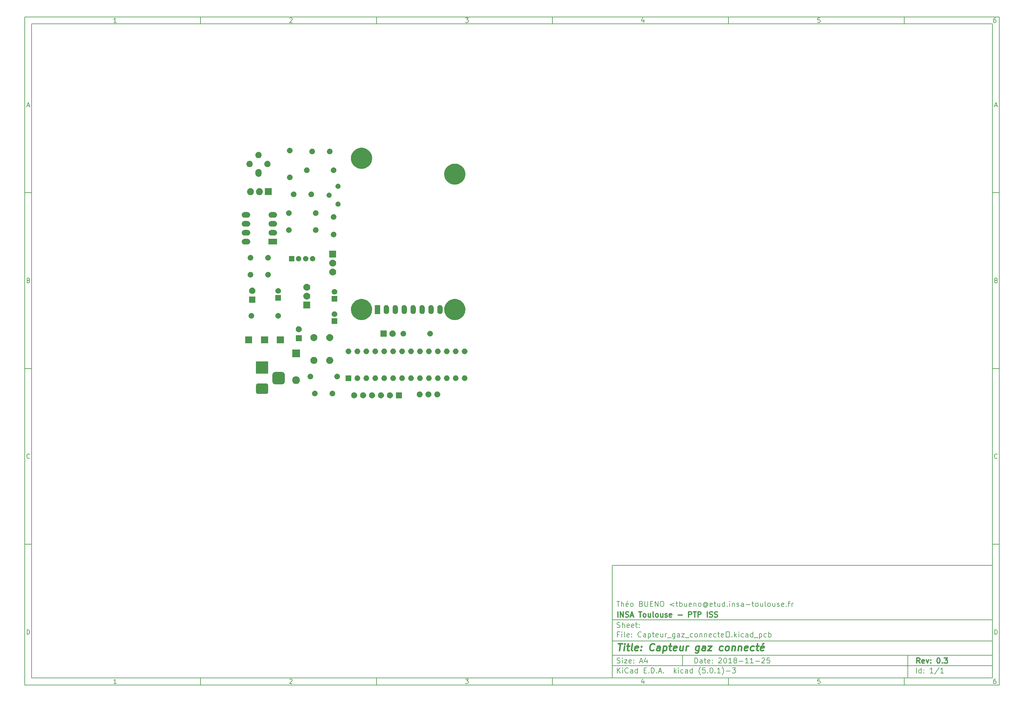
<source format=gts>
G04 #@! TF.GenerationSoftware,KiCad,Pcbnew,(5.0.1)-3*
G04 #@! TF.CreationDate,2018-11-25T13:27:38+01:00*
G04 #@! TF.ProjectId,Capteur_gaz_connecte_,436170746575725F67617A5F636F6E6E,0.3*
G04 #@! TF.SameCoordinates,Original*
G04 #@! TF.FileFunction,Soldermask,Top*
G04 #@! TF.FilePolarity,Negative*
%FSLAX46Y46*%
G04 Gerber Fmt 4.6, Leading zero omitted, Abs format (unit mm)*
G04 Created by KiCad (PCBNEW (5.0.1)-3) date 25/11/2018 13:27:38*
%MOMM*%
%LPD*%
G01*
G04 APERTURE LIST*
%ADD10C,0.100000*%
%ADD11C,0.150000*%
%ADD12C,0.300000*%
%ADD13C,0.400000*%
G04 APERTURE END LIST*
D10*
D11*
X177002200Y-166007200D02*
X177002200Y-198007200D01*
X285002200Y-198007200D01*
X285002200Y-166007200D01*
X177002200Y-166007200D01*
D10*
D11*
X10000000Y-10000000D02*
X10000000Y-200007200D01*
X287002200Y-200007200D01*
X287002200Y-10000000D01*
X10000000Y-10000000D01*
D10*
D11*
X12000000Y-12000000D02*
X12000000Y-198007200D01*
X285002200Y-198007200D01*
X285002200Y-12000000D01*
X12000000Y-12000000D01*
D10*
D11*
X60000000Y-12000000D02*
X60000000Y-10000000D01*
D10*
D11*
X110000000Y-12000000D02*
X110000000Y-10000000D01*
D10*
D11*
X160000000Y-12000000D02*
X160000000Y-10000000D01*
D10*
D11*
X210000000Y-12000000D02*
X210000000Y-10000000D01*
D10*
D11*
X260000000Y-12000000D02*
X260000000Y-10000000D01*
D10*
D11*
X36065476Y-11588095D02*
X35322619Y-11588095D01*
X35694047Y-11588095D02*
X35694047Y-10288095D01*
X35570238Y-10473809D01*
X35446428Y-10597619D01*
X35322619Y-10659523D01*
D10*
D11*
X85322619Y-10411904D02*
X85384523Y-10350000D01*
X85508333Y-10288095D01*
X85817857Y-10288095D01*
X85941666Y-10350000D01*
X86003571Y-10411904D01*
X86065476Y-10535714D01*
X86065476Y-10659523D01*
X86003571Y-10845238D01*
X85260714Y-11588095D01*
X86065476Y-11588095D01*
D10*
D11*
X135260714Y-10288095D02*
X136065476Y-10288095D01*
X135632142Y-10783333D01*
X135817857Y-10783333D01*
X135941666Y-10845238D01*
X136003571Y-10907142D01*
X136065476Y-11030952D01*
X136065476Y-11340476D01*
X136003571Y-11464285D01*
X135941666Y-11526190D01*
X135817857Y-11588095D01*
X135446428Y-11588095D01*
X135322619Y-11526190D01*
X135260714Y-11464285D01*
D10*
D11*
X185941666Y-10721428D02*
X185941666Y-11588095D01*
X185632142Y-10226190D02*
X185322619Y-11154761D01*
X186127380Y-11154761D01*
D10*
D11*
X236003571Y-10288095D02*
X235384523Y-10288095D01*
X235322619Y-10907142D01*
X235384523Y-10845238D01*
X235508333Y-10783333D01*
X235817857Y-10783333D01*
X235941666Y-10845238D01*
X236003571Y-10907142D01*
X236065476Y-11030952D01*
X236065476Y-11340476D01*
X236003571Y-11464285D01*
X235941666Y-11526190D01*
X235817857Y-11588095D01*
X235508333Y-11588095D01*
X235384523Y-11526190D01*
X235322619Y-11464285D01*
D10*
D11*
X285941666Y-10288095D02*
X285694047Y-10288095D01*
X285570238Y-10350000D01*
X285508333Y-10411904D01*
X285384523Y-10597619D01*
X285322619Y-10845238D01*
X285322619Y-11340476D01*
X285384523Y-11464285D01*
X285446428Y-11526190D01*
X285570238Y-11588095D01*
X285817857Y-11588095D01*
X285941666Y-11526190D01*
X286003571Y-11464285D01*
X286065476Y-11340476D01*
X286065476Y-11030952D01*
X286003571Y-10907142D01*
X285941666Y-10845238D01*
X285817857Y-10783333D01*
X285570238Y-10783333D01*
X285446428Y-10845238D01*
X285384523Y-10907142D01*
X285322619Y-11030952D01*
D10*
D11*
X60000000Y-198007200D02*
X60000000Y-200007200D01*
D10*
D11*
X110000000Y-198007200D02*
X110000000Y-200007200D01*
D10*
D11*
X160000000Y-198007200D02*
X160000000Y-200007200D01*
D10*
D11*
X210000000Y-198007200D02*
X210000000Y-200007200D01*
D10*
D11*
X260000000Y-198007200D02*
X260000000Y-200007200D01*
D10*
D11*
X36065476Y-199595295D02*
X35322619Y-199595295D01*
X35694047Y-199595295D02*
X35694047Y-198295295D01*
X35570238Y-198481009D01*
X35446428Y-198604819D01*
X35322619Y-198666723D01*
D10*
D11*
X85322619Y-198419104D02*
X85384523Y-198357200D01*
X85508333Y-198295295D01*
X85817857Y-198295295D01*
X85941666Y-198357200D01*
X86003571Y-198419104D01*
X86065476Y-198542914D01*
X86065476Y-198666723D01*
X86003571Y-198852438D01*
X85260714Y-199595295D01*
X86065476Y-199595295D01*
D10*
D11*
X135260714Y-198295295D02*
X136065476Y-198295295D01*
X135632142Y-198790533D01*
X135817857Y-198790533D01*
X135941666Y-198852438D01*
X136003571Y-198914342D01*
X136065476Y-199038152D01*
X136065476Y-199347676D01*
X136003571Y-199471485D01*
X135941666Y-199533390D01*
X135817857Y-199595295D01*
X135446428Y-199595295D01*
X135322619Y-199533390D01*
X135260714Y-199471485D01*
D10*
D11*
X185941666Y-198728628D02*
X185941666Y-199595295D01*
X185632142Y-198233390D02*
X185322619Y-199161961D01*
X186127380Y-199161961D01*
D10*
D11*
X236003571Y-198295295D02*
X235384523Y-198295295D01*
X235322619Y-198914342D01*
X235384523Y-198852438D01*
X235508333Y-198790533D01*
X235817857Y-198790533D01*
X235941666Y-198852438D01*
X236003571Y-198914342D01*
X236065476Y-199038152D01*
X236065476Y-199347676D01*
X236003571Y-199471485D01*
X235941666Y-199533390D01*
X235817857Y-199595295D01*
X235508333Y-199595295D01*
X235384523Y-199533390D01*
X235322619Y-199471485D01*
D10*
D11*
X285941666Y-198295295D02*
X285694047Y-198295295D01*
X285570238Y-198357200D01*
X285508333Y-198419104D01*
X285384523Y-198604819D01*
X285322619Y-198852438D01*
X285322619Y-199347676D01*
X285384523Y-199471485D01*
X285446428Y-199533390D01*
X285570238Y-199595295D01*
X285817857Y-199595295D01*
X285941666Y-199533390D01*
X286003571Y-199471485D01*
X286065476Y-199347676D01*
X286065476Y-199038152D01*
X286003571Y-198914342D01*
X285941666Y-198852438D01*
X285817857Y-198790533D01*
X285570238Y-198790533D01*
X285446428Y-198852438D01*
X285384523Y-198914342D01*
X285322619Y-199038152D01*
D10*
D11*
X10000000Y-60000000D02*
X12000000Y-60000000D01*
D10*
D11*
X10000000Y-110000000D02*
X12000000Y-110000000D01*
D10*
D11*
X10000000Y-160000000D02*
X12000000Y-160000000D01*
D10*
D11*
X10690476Y-35216666D02*
X11309523Y-35216666D01*
X10566666Y-35588095D02*
X11000000Y-34288095D01*
X11433333Y-35588095D01*
D10*
D11*
X11092857Y-84907142D02*
X11278571Y-84969047D01*
X11340476Y-85030952D01*
X11402380Y-85154761D01*
X11402380Y-85340476D01*
X11340476Y-85464285D01*
X11278571Y-85526190D01*
X11154761Y-85588095D01*
X10659523Y-85588095D01*
X10659523Y-84288095D01*
X11092857Y-84288095D01*
X11216666Y-84350000D01*
X11278571Y-84411904D01*
X11340476Y-84535714D01*
X11340476Y-84659523D01*
X11278571Y-84783333D01*
X11216666Y-84845238D01*
X11092857Y-84907142D01*
X10659523Y-84907142D01*
D10*
D11*
X11402380Y-135464285D02*
X11340476Y-135526190D01*
X11154761Y-135588095D01*
X11030952Y-135588095D01*
X10845238Y-135526190D01*
X10721428Y-135402380D01*
X10659523Y-135278571D01*
X10597619Y-135030952D01*
X10597619Y-134845238D01*
X10659523Y-134597619D01*
X10721428Y-134473809D01*
X10845238Y-134350000D01*
X11030952Y-134288095D01*
X11154761Y-134288095D01*
X11340476Y-134350000D01*
X11402380Y-134411904D01*
D10*
D11*
X10659523Y-185588095D02*
X10659523Y-184288095D01*
X10969047Y-184288095D01*
X11154761Y-184350000D01*
X11278571Y-184473809D01*
X11340476Y-184597619D01*
X11402380Y-184845238D01*
X11402380Y-185030952D01*
X11340476Y-185278571D01*
X11278571Y-185402380D01*
X11154761Y-185526190D01*
X10969047Y-185588095D01*
X10659523Y-185588095D01*
D10*
D11*
X287002200Y-60000000D02*
X285002200Y-60000000D01*
D10*
D11*
X287002200Y-110000000D02*
X285002200Y-110000000D01*
D10*
D11*
X287002200Y-160000000D02*
X285002200Y-160000000D01*
D10*
D11*
X285692676Y-35216666D02*
X286311723Y-35216666D01*
X285568866Y-35588095D02*
X286002200Y-34288095D01*
X286435533Y-35588095D01*
D10*
D11*
X286095057Y-84907142D02*
X286280771Y-84969047D01*
X286342676Y-85030952D01*
X286404580Y-85154761D01*
X286404580Y-85340476D01*
X286342676Y-85464285D01*
X286280771Y-85526190D01*
X286156961Y-85588095D01*
X285661723Y-85588095D01*
X285661723Y-84288095D01*
X286095057Y-84288095D01*
X286218866Y-84350000D01*
X286280771Y-84411904D01*
X286342676Y-84535714D01*
X286342676Y-84659523D01*
X286280771Y-84783333D01*
X286218866Y-84845238D01*
X286095057Y-84907142D01*
X285661723Y-84907142D01*
D10*
D11*
X286404580Y-135464285D02*
X286342676Y-135526190D01*
X286156961Y-135588095D01*
X286033152Y-135588095D01*
X285847438Y-135526190D01*
X285723628Y-135402380D01*
X285661723Y-135278571D01*
X285599819Y-135030952D01*
X285599819Y-134845238D01*
X285661723Y-134597619D01*
X285723628Y-134473809D01*
X285847438Y-134350000D01*
X286033152Y-134288095D01*
X286156961Y-134288095D01*
X286342676Y-134350000D01*
X286404580Y-134411904D01*
D10*
D11*
X285661723Y-185588095D02*
X285661723Y-184288095D01*
X285971247Y-184288095D01*
X286156961Y-184350000D01*
X286280771Y-184473809D01*
X286342676Y-184597619D01*
X286404580Y-184845238D01*
X286404580Y-185030952D01*
X286342676Y-185278571D01*
X286280771Y-185402380D01*
X286156961Y-185526190D01*
X285971247Y-185588095D01*
X285661723Y-185588095D01*
D10*
D11*
X200434342Y-193785771D02*
X200434342Y-192285771D01*
X200791485Y-192285771D01*
X201005771Y-192357200D01*
X201148628Y-192500057D01*
X201220057Y-192642914D01*
X201291485Y-192928628D01*
X201291485Y-193142914D01*
X201220057Y-193428628D01*
X201148628Y-193571485D01*
X201005771Y-193714342D01*
X200791485Y-193785771D01*
X200434342Y-193785771D01*
X202577200Y-193785771D02*
X202577200Y-193000057D01*
X202505771Y-192857200D01*
X202362914Y-192785771D01*
X202077200Y-192785771D01*
X201934342Y-192857200D01*
X202577200Y-193714342D02*
X202434342Y-193785771D01*
X202077200Y-193785771D01*
X201934342Y-193714342D01*
X201862914Y-193571485D01*
X201862914Y-193428628D01*
X201934342Y-193285771D01*
X202077200Y-193214342D01*
X202434342Y-193214342D01*
X202577200Y-193142914D01*
X203077200Y-192785771D02*
X203648628Y-192785771D01*
X203291485Y-192285771D02*
X203291485Y-193571485D01*
X203362914Y-193714342D01*
X203505771Y-193785771D01*
X203648628Y-193785771D01*
X204720057Y-193714342D02*
X204577200Y-193785771D01*
X204291485Y-193785771D01*
X204148628Y-193714342D01*
X204077200Y-193571485D01*
X204077200Y-193000057D01*
X204148628Y-192857200D01*
X204291485Y-192785771D01*
X204577200Y-192785771D01*
X204720057Y-192857200D01*
X204791485Y-193000057D01*
X204791485Y-193142914D01*
X204077200Y-193285771D01*
X205434342Y-193642914D02*
X205505771Y-193714342D01*
X205434342Y-193785771D01*
X205362914Y-193714342D01*
X205434342Y-193642914D01*
X205434342Y-193785771D01*
X205434342Y-192857200D02*
X205505771Y-192928628D01*
X205434342Y-193000057D01*
X205362914Y-192928628D01*
X205434342Y-192857200D01*
X205434342Y-193000057D01*
X207220057Y-192428628D02*
X207291485Y-192357200D01*
X207434342Y-192285771D01*
X207791485Y-192285771D01*
X207934342Y-192357200D01*
X208005771Y-192428628D01*
X208077200Y-192571485D01*
X208077200Y-192714342D01*
X208005771Y-192928628D01*
X207148628Y-193785771D01*
X208077200Y-193785771D01*
X209005771Y-192285771D02*
X209148628Y-192285771D01*
X209291485Y-192357200D01*
X209362914Y-192428628D01*
X209434342Y-192571485D01*
X209505771Y-192857200D01*
X209505771Y-193214342D01*
X209434342Y-193500057D01*
X209362914Y-193642914D01*
X209291485Y-193714342D01*
X209148628Y-193785771D01*
X209005771Y-193785771D01*
X208862914Y-193714342D01*
X208791485Y-193642914D01*
X208720057Y-193500057D01*
X208648628Y-193214342D01*
X208648628Y-192857200D01*
X208720057Y-192571485D01*
X208791485Y-192428628D01*
X208862914Y-192357200D01*
X209005771Y-192285771D01*
X210934342Y-193785771D02*
X210077200Y-193785771D01*
X210505771Y-193785771D02*
X210505771Y-192285771D01*
X210362914Y-192500057D01*
X210220057Y-192642914D01*
X210077200Y-192714342D01*
X211791485Y-192928628D02*
X211648628Y-192857200D01*
X211577200Y-192785771D01*
X211505771Y-192642914D01*
X211505771Y-192571485D01*
X211577200Y-192428628D01*
X211648628Y-192357200D01*
X211791485Y-192285771D01*
X212077200Y-192285771D01*
X212220057Y-192357200D01*
X212291485Y-192428628D01*
X212362914Y-192571485D01*
X212362914Y-192642914D01*
X212291485Y-192785771D01*
X212220057Y-192857200D01*
X212077200Y-192928628D01*
X211791485Y-192928628D01*
X211648628Y-193000057D01*
X211577200Y-193071485D01*
X211505771Y-193214342D01*
X211505771Y-193500057D01*
X211577200Y-193642914D01*
X211648628Y-193714342D01*
X211791485Y-193785771D01*
X212077200Y-193785771D01*
X212220057Y-193714342D01*
X212291485Y-193642914D01*
X212362914Y-193500057D01*
X212362914Y-193214342D01*
X212291485Y-193071485D01*
X212220057Y-193000057D01*
X212077200Y-192928628D01*
X213005771Y-193214342D02*
X214148628Y-193214342D01*
X215648628Y-193785771D02*
X214791485Y-193785771D01*
X215220057Y-193785771D02*
X215220057Y-192285771D01*
X215077200Y-192500057D01*
X214934342Y-192642914D01*
X214791485Y-192714342D01*
X217077200Y-193785771D02*
X216220057Y-193785771D01*
X216648628Y-193785771D02*
X216648628Y-192285771D01*
X216505771Y-192500057D01*
X216362914Y-192642914D01*
X216220057Y-192714342D01*
X217720057Y-193214342D02*
X218862914Y-193214342D01*
X219505771Y-192428628D02*
X219577200Y-192357200D01*
X219720057Y-192285771D01*
X220077200Y-192285771D01*
X220220057Y-192357200D01*
X220291485Y-192428628D01*
X220362914Y-192571485D01*
X220362914Y-192714342D01*
X220291485Y-192928628D01*
X219434342Y-193785771D01*
X220362914Y-193785771D01*
X221720057Y-192285771D02*
X221005771Y-192285771D01*
X220934342Y-193000057D01*
X221005771Y-192928628D01*
X221148628Y-192857200D01*
X221505771Y-192857200D01*
X221648628Y-192928628D01*
X221720057Y-193000057D01*
X221791485Y-193142914D01*
X221791485Y-193500057D01*
X221720057Y-193642914D01*
X221648628Y-193714342D01*
X221505771Y-193785771D01*
X221148628Y-193785771D01*
X221005771Y-193714342D01*
X220934342Y-193642914D01*
D10*
D11*
X177002200Y-194507200D02*
X285002200Y-194507200D01*
D10*
D11*
X178434342Y-196585771D02*
X178434342Y-195085771D01*
X179291485Y-196585771D02*
X178648628Y-195728628D01*
X179291485Y-195085771D02*
X178434342Y-195942914D01*
X179934342Y-196585771D02*
X179934342Y-195585771D01*
X179934342Y-195085771D02*
X179862914Y-195157200D01*
X179934342Y-195228628D01*
X180005771Y-195157200D01*
X179934342Y-195085771D01*
X179934342Y-195228628D01*
X181505771Y-196442914D02*
X181434342Y-196514342D01*
X181220057Y-196585771D01*
X181077200Y-196585771D01*
X180862914Y-196514342D01*
X180720057Y-196371485D01*
X180648628Y-196228628D01*
X180577200Y-195942914D01*
X180577200Y-195728628D01*
X180648628Y-195442914D01*
X180720057Y-195300057D01*
X180862914Y-195157200D01*
X181077200Y-195085771D01*
X181220057Y-195085771D01*
X181434342Y-195157200D01*
X181505771Y-195228628D01*
X182791485Y-196585771D02*
X182791485Y-195800057D01*
X182720057Y-195657200D01*
X182577200Y-195585771D01*
X182291485Y-195585771D01*
X182148628Y-195657200D01*
X182791485Y-196514342D02*
X182648628Y-196585771D01*
X182291485Y-196585771D01*
X182148628Y-196514342D01*
X182077200Y-196371485D01*
X182077200Y-196228628D01*
X182148628Y-196085771D01*
X182291485Y-196014342D01*
X182648628Y-196014342D01*
X182791485Y-195942914D01*
X184148628Y-196585771D02*
X184148628Y-195085771D01*
X184148628Y-196514342D02*
X184005771Y-196585771D01*
X183720057Y-196585771D01*
X183577200Y-196514342D01*
X183505771Y-196442914D01*
X183434342Y-196300057D01*
X183434342Y-195871485D01*
X183505771Y-195728628D01*
X183577200Y-195657200D01*
X183720057Y-195585771D01*
X184005771Y-195585771D01*
X184148628Y-195657200D01*
X186005771Y-195800057D02*
X186505771Y-195800057D01*
X186720057Y-196585771D02*
X186005771Y-196585771D01*
X186005771Y-195085771D01*
X186720057Y-195085771D01*
X187362914Y-196442914D02*
X187434342Y-196514342D01*
X187362914Y-196585771D01*
X187291485Y-196514342D01*
X187362914Y-196442914D01*
X187362914Y-196585771D01*
X188077200Y-196585771D02*
X188077200Y-195085771D01*
X188434342Y-195085771D01*
X188648628Y-195157200D01*
X188791485Y-195300057D01*
X188862914Y-195442914D01*
X188934342Y-195728628D01*
X188934342Y-195942914D01*
X188862914Y-196228628D01*
X188791485Y-196371485D01*
X188648628Y-196514342D01*
X188434342Y-196585771D01*
X188077200Y-196585771D01*
X189577200Y-196442914D02*
X189648628Y-196514342D01*
X189577200Y-196585771D01*
X189505771Y-196514342D01*
X189577200Y-196442914D01*
X189577200Y-196585771D01*
X190220057Y-196157200D02*
X190934342Y-196157200D01*
X190077200Y-196585771D02*
X190577200Y-195085771D01*
X191077200Y-196585771D01*
X191577200Y-196442914D02*
X191648628Y-196514342D01*
X191577200Y-196585771D01*
X191505771Y-196514342D01*
X191577200Y-196442914D01*
X191577200Y-196585771D01*
X194577200Y-196585771D02*
X194577200Y-195085771D01*
X194720057Y-196014342D02*
X195148628Y-196585771D01*
X195148628Y-195585771D02*
X194577200Y-196157200D01*
X195791485Y-196585771D02*
X195791485Y-195585771D01*
X195791485Y-195085771D02*
X195720057Y-195157200D01*
X195791485Y-195228628D01*
X195862914Y-195157200D01*
X195791485Y-195085771D01*
X195791485Y-195228628D01*
X197148628Y-196514342D02*
X197005771Y-196585771D01*
X196720057Y-196585771D01*
X196577200Y-196514342D01*
X196505771Y-196442914D01*
X196434342Y-196300057D01*
X196434342Y-195871485D01*
X196505771Y-195728628D01*
X196577200Y-195657200D01*
X196720057Y-195585771D01*
X197005771Y-195585771D01*
X197148628Y-195657200D01*
X198434342Y-196585771D02*
X198434342Y-195800057D01*
X198362914Y-195657200D01*
X198220057Y-195585771D01*
X197934342Y-195585771D01*
X197791485Y-195657200D01*
X198434342Y-196514342D02*
X198291485Y-196585771D01*
X197934342Y-196585771D01*
X197791485Y-196514342D01*
X197720057Y-196371485D01*
X197720057Y-196228628D01*
X197791485Y-196085771D01*
X197934342Y-196014342D01*
X198291485Y-196014342D01*
X198434342Y-195942914D01*
X199791485Y-196585771D02*
X199791485Y-195085771D01*
X199791485Y-196514342D02*
X199648628Y-196585771D01*
X199362914Y-196585771D01*
X199220057Y-196514342D01*
X199148628Y-196442914D01*
X199077200Y-196300057D01*
X199077200Y-195871485D01*
X199148628Y-195728628D01*
X199220057Y-195657200D01*
X199362914Y-195585771D01*
X199648628Y-195585771D01*
X199791485Y-195657200D01*
X202077200Y-197157200D02*
X202005771Y-197085771D01*
X201862914Y-196871485D01*
X201791485Y-196728628D01*
X201720057Y-196514342D01*
X201648628Y-196157200D01*
X201648628Y-195871485D01*
X201720057Y-195514342D01*
X201791485Y-195300057D01*
X201862914Y-195157200D01*
X202005771Y-194942914D01*
X202077200Y-194871485D01*
X203362914Y-195085771D02*
X202648628Y-195085771D01*
X202577200Y-195800057D01*
X202648628Y-195728628D01*
X202791485Y-195657200D01*
X203148628Y-195657200D01*
X203291485Y-195728628D01*
X203362914Y-195800057D01*
X203434342Y-195942914D01*
X203434342Y-196300057D01*
X203362914Y-196442914D01*
X203291485Y-196514342D01*
X203148628Y-196585771D01*
X202791485Y-196585771D01*
X202648628Y-196514342D01*
X202577200Y-196442914D01*
X204077200Y-196442914D02*
X204148628Y-196514342D01*
X204077200Y-196585771D01*
X204005771Y-196514342D01*
X204077200Y-196442914D01*
X204077200Y-196585771D01*
X205077200Y-195085771D02*
X205220057Y-195085771D01*
X205362914Y-195157200D01*
X205434342Y-195228628D01*
X205505771Y-195371485D01*
X205577200Y-195657200D01*
X205577200Y-196014342D01*
X205505771Y-196300057D01*
X205434342Y-196442914D01*
X205362914Y-196514342D01*
X205220057Y-196585771D01*
X205077200Y-196585771D01*
X204934342Y-196514342D01*
X204862914Y-196442914D01*
X204791485Y-196300057D01*
X204720057Y-196014342D01*
X204720057Y-195657200D01*
X204791485Y-195371485D01*
X204862914Y-195228628D01*
X204934342Y-195157200D01*
X205077200Y-195085771D01*
X206220057Y-196442914D02*
X206291485Y-196514342D01*
X206220057Y-196585771D01*
X206148628Y-196514342D01*
X206220057Y-196442914D01*
X206220057Y-196585771D01*
X207720057Y-196585771D02*
X206862914Y-196585771D01*
X207291485Y-196585771D02*
X207291485Y-195085771D01*
X207148628Y-195300057D01*
X207005771Y-195442914D01*
X206862914Y-195514342D01*
X208220057Y-197157200D02*
X208291485Y-197085771D01*
X208434342Y-196871485D01*
X208505771Y-196728628D01*
X208577200Y-196514342D01*
X208648628Y-196157200D01*
X208648628Y-195871485D01*
X208577200Y-195514342D01*
X208505771Y-195300057D01*
X208434342Y-195157200D01*
X208291485Y-194942914D01*
X208220057Y-194871485D01*
X209362914Y-196014342D02*
X210505771Y-196014342D01*
X211077200Y-195085771D02*
X212005771Y-195085771D01*
X211505771Y-195657200D01*
X211720057Y-195657200D01*
X211862914Y-195728628D01*
X211934342Y-195800057D01*
X212005771Y-195942914D01*
X212005771Y-196300057D01*
X211934342Y-196442914D01*
X211862914Y-196514342D01*
X211720057Y-196585771D01*
X211291485Y-196585771D01*
X211148628Y-196514342D01*
X211077200Y-196442914D01*
D10*
D11*
X177002200Y-191507200D02*
X285002200Y-191507200D01*
D10*
D12*
X264411485Y-193785771D02*
X263911485Y-193071485D01*
X263554342Y-193785771D02*
X263554342Y-192285771D01*
X264125771Y-192285771D01*
X264268628Y-192357200D01*
X264340057Y-192428628D01*
X264411485Y-192571485D01*
X264411485Y-192785771D01*
X264340057Y-192928628D01*
X264268628Y-193000057D01*
X264125771Y-193071485D01*
X263554342Y-193071485D01*
X265625771Y-193714342D02*
X265482914Y-193785771D01*
X265197200Y-193785771D01*
X265054342Y-193714342D01*
X264982914Y-193571485D01*
X264982914Y-193000057D01*
X265054342Y-192857200D01*
X265197200Y-192785771D01*
X265482914Y-192785771D01*
X265625771Y-192857200D01*
X265697200Y-193000057D01*
X265697200Y-193142914D01*
X264982914Y-193285771D01*
X266197200Y-192785771D02*
X266554342Y-193785771D01*
X266911485Y-192785771D01*
X267482914Y-193642914D02*
X267554342Y-193714342D01*
X267482914Y-193785771D01*
X267411485Y-193714342D01*
X267482914Y-193642914D01*
X267482914Y-193785771D01*
X267482914Y-192857200D02*
X267554342Y-192928628D01*
X267482914Y-193000057D01*
X267411485Y-192928628D01*
X267482914Y-192857200D01*
X267482914Y-193000057D01*
X269625771Y-192285771D02*
X269768628Y-192285771D01*
X269911485Y-192357200D01*
X269982914Y-192428628D01*
X270054342Y-192571485D01*
X270125771Y-192857200D01*
X270125771Y-193214342D01*
X270054342Y-193500057D01*
X269982914Y-193642914D01*
X269911485Y-193714342D01*
X269768628Y-193785771D01*
X269625771Y-193785771D01*
X269482914Y-193714342D01*
X269411485Y-193642914D01*
X269340057Y-193500057D01*
X269268628Y-193214342D01*
X269268628Y-192857200D01*
X269340057Y-192571485D01*
X269411485Y-192428628D01*
X269482914Y-192357200D01*
X269625771Y-192285771D01*
X270768628Y-193642914D02*
X270840057Y-193714342D01*
X270768628Y-193785771D01*
X270697200Y-193714342D01*
X270768628Y-193642914D01*
X270768628Y-193785771D01*
X271340057Y-192285771D02*
X272268628Y-192285771D01*
X271768628Y-192857200D01*
X271982914Y-192857200D01*
X272125771Y-192928628D01*
X272197200Y-193000057D01*
X272268628Y-193142914D01*
X272268628Y-193500057D01*
X272197200Y-193642914D01*
X272125771Y-193714342D01*
X271982914Y-193785771D01*
X271554342Y-193785771D01*
X271411485Y-193714342D01*
X271340057Y-193642914D01*
D10*
D11*
X178362914Y-193714342D02*
X178577200Y-193785771D01*
X178934342Y-193785771D01*
X179077200Y-193714342D01*
X179148628Y-193642914D01*
X179220057Y-193500057D01*
X179220057Y-193357200D01*
X179148628Y-193214342D01*
X179077200Y-193142914D01*
X178934342Y-193071485D01*
X178648628Y-193000057D01*
X178505771Y-192928628D01*
X178434342Y-192857200D01*
X178362914Y-192714342D01*
X178362914Y-192571485D01*
X178434342Y-192428628D01*
X178505771Y-192357200D01*
X178648628Y-192285771D01*
X179005771Y-192285771D01*
X179220057Y-192357200D01*
X179862914Y-193785771D02*
X179862914Y-192785771D01*
X179862914Y-192285771D02*
X179791485Y-192357200D01*
X179862914Y-192428628D01*
X179934342Y-192357200D01*
X179862914Y-192285771D01*
X179862914Y-192428628D01*
X180434342Y-192785771D02*
X181220057Y-192785771D01*
X180434342Y-193785771D01*
X181220057Y-193785771D01*
X182362914Y-193714342D02*
X182220057Y-193785771D01*
X181934342Y-193785771D01*
X181791485Y-193714342D01*
X181720057Y-193571485D01*
X181720057Y-193000057D01*
X181791485Y-192857200D01*
X181934342Y-192785771D01*
X182220057Y-192785771D01*
X182362914Y-192857200D01*
X182434342Y-193000057D01*
X182434342Y-193142914D01*
X181720057Y-193285771D01*
X183077200Y-193642914D02*
X183148628Y-193714342D01*
X183077200Y-193785771D01*
X183005771Y-193714342D01*
X183077200Y-193642914D01*
X183077200Y-193785771D01*
X183077200Y-192857200D02*
X183148628Y-192928628D01*
X183077200Y-193000057D01*
X183005771Y-192928628D01*
X183077200Y-192857200D01*
X183077200Y-193000057D01*
X184862914Y-193357200D02*
X185577200Y-193357200D01*
X184720057Y-193785771D02*
X185220057Y-192285771D01*
X185720057Y-193785771D01*
X186862914Y-192785771D02*
X186862914Y-193785771D01*
X186505771Y-192214342D02*
X186148628Y-193285771D01*
X187077200Y-193285771D01*
D10*
D11*
X263434342Y-196585771D02*
X263434342Y-195085771D01*
X264791485Y-196585771D02*
X264791485Y-195085771D01*
X264791485Y-196514342D02*
X264648628Y-196585771D01*
X264362914Y-196585771D01*
X264220057Y-196514342D01*
X264148628Y-196442914D01*
X264077200Y-196300057D01*
X264077200Y-195871485D01*
X264148628Y-195728628D01*
X264220057Y-195657200D01*
X264362914Y-195585771D01*
X264648628Y-195585771D01*
X264791485Y-195657200D01*
X265505771Y-196442914D02*
X265577200Y-196514342D01*
X265505771Y-196585771D01*
X265434342Y-196514342D01*
X265505771Y-196442914D01*
X265505771Y-196585771D01*
X265505771Y-195657200D02*
X265577200Y-195728628D01*
X265505771Y-195800057D01*
X265434342Y-195728628D01*
X265505771Y-195657200D01*
X265505771Y-195800057D01*
X268148628Y-196585771D02*
X267291485Y-196585771D01*
X267720057Y-196585771D02*
X267720057Y-195085771D01*
X267577200Y-195300057D01*
X267434342Y-195442914D01*
X267291485Y-195514342D01*
X269862914Y-195014342D02*
X268577200Y-196942914D01*
X271148628Y-196585771D02*
X270291485Y-196585771D01*
X270720057Y-196585771D02*
X270720057Y-195085771D01*
X270577200Y-195300057D01*
X270434342Y-195442914D01*
X270291485Y-195514342D01*
D10*
D11*
X177002200Y-187507200D02*
X285002200Y-187507200D01*
D10*
D13*
X178714580Y-188211961D02*
X179857438Y-188211961D01*
X179036009Y-190211961D02*
X179286009Y-188211961D01*
X180274104Y-190211961D02*
X180440771Y-188878628D01*
X180524104Y-188211961D02*
X180416961Y-188307200D01*
X180500295Y-188402438D01*
X180607438Y-188307200D01*
X180524104Y-188211961D01*
X180500295Y-188402438D01*
X181107438Y-188878628D02*
X181869342Y-188878628D01*
X181476485Y-188211961D02*
X181262200Y-189926247D01*
X181333628Y-190116723D01*
X181512200Y-190211961D01*
X181702676Y-190211961D01*
X182655057Y-190211961D02*
X182476485Y-190116723D01*
X182405057Y-189926247D01*
X182619342Y-188211961D01*
X184190771Y-190116723D02*
X183988390Y-190211961D01*
X183607438Y-190211961D01*
X183428866Y-190116723D01*
X183357438Y-189926247D01*
X183452676Y-189164342D01*
X183571723Y-188973866D01*
X183774104Y-188878628D01*
X184155057Y-188878628D01*
X184333628Y-188973866D01*
X184405057Y-189164342D01*
X184381247Y-189354819D01*
X183405057Y-189545295D01*
X185155057Y-190021485D02*
X185238390Y-190116723D01*
X185131247Y-190211961D01*
X185047914Y-190116723D01*
X185155057Y-190021485D01*
X185131247Y-190211961D01*
X185286009Y-188973866D02*
X185369342Y-189069104D01*
X185262200Y-189164342D01*
X185178866Y-189069104D01*
X185286009Y-188973866D01*
X185262200Y-189164342D01*
X188774104Y-190021485D02*
X188666961Y-190116723D01*
X188369342Y-190211961D01*
X188178866Y-190211961D01*
X187905057Y-190116723D01*
X187738390Y-189926247D01*
X187666961Y-189735771D01*
X187619342Y-189354819D01*
X187655057Y-189069104D01*
X187797914Y-188688152D01*
X187916961Y-188497676D01*
X188131247Y-188307200D01*
X188428866Y-188211961D01*
X188619342Y-188211961D01*
X188893152Y-188307200D01*
X188976485Y-188402438D01*
X190464580Y-190211961D02*
X190595533Y-189164342D01*
X190524104Y-188973866D01*
X190345533Y-188878628D01*
X189964580Y-188878628D01*
X189762200Y-188973866D01*
X190476485Y-190116723D02*
X190274104Y-190211961D01*
X189797914Y-190211961D01*
X189619342Y-190116723D01*
X189547914Y-189926247D01*
X189571723Y-189735771D01*
X189690771Y-189545295D01*
X189893152Y-189450057D01*
X190369342Y-189450057D01*
X190571723Y-189354819D01*
X191583628Y-188878628D02*
X191333628Y-190878628D01*
X191571723Y-188973866D02*
X191774104Y-188878628D01*
X192155057Y-188878628D01*
X192333628Y-188973866D01*
X192416961Y-189069104D01*
X192488390Y-189259580D01*
X192416961Y-189831009D01*
X192297914Y-190021485D01*
X192190771Y-190116723D01*
X191988390Y-190211961D01*
X191607438Y-190211961D01*
X191428866Y-190116723D01*
X193107438Y-188878628D02*
X193869342Y-188878628D01*
X193476485Y-188211961D02*
X193262200Y-189926247D01*
X193333628Y-190116723D01*
X193512200Y-190211961D01*
X193702676Y-190211961D01*
X195143152Y-190116723D02*
X194940771Y-190211961D01*
X194559819Y-190211961D01*
X194381247Y-190116723D01*
X194309819Y-189926247D01*
X194405057Y-189164342D01*
X194524104Y-188973866D01*
X194726485Y-188878628D01*
X195107438Y-188878628D01*
X195286009Y-188973866D01*
X195357438Y-189164342D01*
X195333628Y-189354819D01*
X194357438Y-189545295D01*
X197107438Y-188878628D02*
X196940771Y-190211961D01*
X196250295Y-188878628D02*
X196119342Y-189926247D01*
X196190771Y-190116723D01*
X196369342Y-190211961D01*
X196655057Y-190211961D01*
X196857438Y-190116723D01*
X196964580Y-190021485D01*
X197893152Y-190211961D02*
X198059819Y-188878628D01*
X198012200Y-189259580D02*
X198131247Y-189069104D01*
X198238390Y-188973866D01*
X198440771Y-188878628D01*
X198631247Y-188878628D01*
X201678866Y-188878628D02*
X201476485Y-190497676D01*
X201357438Y-190688152D01*
X201250295Y-190783390D01*
X201047914Y-190878628D01*
X200762200Y-190878628D01*
X200583628Y-190783390D01*
X201524104Y-190116723D02*
X201321723Y-190211961D01*
X200940771Y-190211961D01*
X200762200Y-190116723D01*
X200678866Y-190021485D01*
X200607438Y-189831009D01*
X200678866Y-189259580D01*
X200797914Y-189069104D01*
X200905057Y-188973866D01*
X201107438Y-188878628D01*
X201488390Y-188878628D01*
X201666961Y-188973866D01*
X203321723Y-190211961D02*
X203452676Y-189164342D01*
X203381247Y-188973866D01*
X203202676Y-188878628D01*
X202821723Y-188878628D01*
X202619342Y-188973866D01*
X203333628Y-190116723D02*
X203131247Y-190211961D01*
X202655057Y-190211961D01*
X202476485Y-190116723D01*
X202405057Y-189926247D01*
X202428866Y-189735771D01*
X202547914Y-189545295D01*
X202750295Y-189450057D01*
X203226485Y-189450057D01*
X203428866Y-189354819D01*
X204250295Y-188878628D02*
X205297914Y-188878628D01*
X204083628Y-190211961D01*
X205131247Y-190211961D01*
X208286009Y-190116723D02*
X208083628Y-190211961D01*
X207702676Y-190211961D01*
X207524104Y-190116723D01*
X207440771Y-190021485D01*
X207369342Y-189831009D01*
X207440771Y-189259580D01*
X207559819Y-189069104D01*
X207666961Y-188973866D01*
X207869342Y-188878628D01*
X208250295Y-188878628D01*
X208428866Y-188973866D01*
X209416961Y-190211961D02*
X209238390Y-190116723D01*
X209155057Y-190021485D01*
X209083628Y-189831009D01*
X209155057Y-189259580D01*
X209274104Y-189069104D01*
X209381247Y-188973866D01*
X209583628Y-188878628D01*
X209869342Y-188878628D01*
X210047914Y-188973866D01*
X210131247Y-189069104D01*
X210202676Y-189259580D01*
X210131247Y-189831009D01*
X210012200Y-190021485D01*
X209905057Y-190116723D01*
X209702676Y-190211961D01*
X209416961Y-190211961D01*
X211107438Y-188878628D02*
X210940771Y-190211961D01*
X211083628Y-189069104D02*
X211190771Y-188973866D01*
X211393152Y-188878628D01*
X211678866Y-188878628D01*
X211857438Y-188973866D01*
X211928866Y-189164342D01*
X211797914Y-190211961D01*
X212916961Y-188878628D02*
X212750295Y-190211961D01*
X212893152Y-189069104D02*
X213000295Y-188973866D01*
X213202676Y-188878628D01*
X213488390Y-188878628D01*
X213666961Y-188973866D01*
X213738390Y-189164342D01*
X213607438Y-190211961D01*
X215333628Y-190116723D02*
X215131247Y-190211961D01*
X214750295Y-190211961D01*
X214571723Y-190116723D01*
X214500295Y-189926247D01*
X214595533Y-189164342D01*
X214714580Y-188973866D01*
X214916961Y-188878628D01*
X215297914Y-188878628D01*
X215476485Y-188973866D01*
X215547914Y-189164342D01*
X215524104Y-189354819D01*
X214547914Y-189545295D01*
X217143152Y-190116723D02*
X216940771Y-190211961D01*
X216559819Y-190211961D01*
X216381247Y-190116723D01*
X216297914Y-190021485D01*
X216226485Y-189831009D01*
X216297914Y-189259580D01*
X216416961Y-189069104D01*
X216524104Y-188973866D01*
X216726485Y-188878628D01*
X217107438Y-188878628D01*
X217286009Y-188973866D01*
X217869342Y-188878628D02*
X218631247Y-188878628D01*
X218238390Y-188211961D02*
X218024104Y-189926247D01*
X218095533Y-190116723D01*
X218274104Y-190211961D01*
X218464580Y-190211961D01*
X219905057Y-190116723D02*
X219702676Y-190211961D01*
X219321723Y-190211961D01*
X219143152Y-190116723D01*
X219071723Y-189926247D01*
X219166961Y-189164342D01*
X219286009Y-188973866D01*
X219488390Y-188878628D01*
X219869342Y-188878628D01*
X220047914Y-188973866D01*
X220119342Y-189164342D01*
X220095533Y-189354819D01*
X219119342Y-189545295D01*
X219964580Y-188116723D02*
X219643152Y-188402438D01*
D10*
D11*
X178934342Y-185600057D02*
X178434342Y-185600057D01*
X178434342Y-186385771D02*
X178434342Y-184885771D01*
X179148628Y-184885771D01*
X179720057Y-186385771D02*
X179720057Y-185385771D01*
X179720057Y-184885771D02*
X179648628Y-184957200D01*
X179720057Y-185028628D01*
X179791485Y-184957200D01*
X179720057Y-184885771D01*
X179720057Y-185028628D01*
X180648628Y-186385771D02*
X180505771Y-186314342D01*
X180434342Y-186171485D01*
X180434342Y-184885771D01*
X181791485Y-186314342D02*
X181648628Y-186385771D01*
X181362914Y-186385771D01*
X181220057Y-186314342D01*
X181148628Y-186171485D01*
X181148628Y-185600057D01*
X181220057Y-185457200D01*
X181362914Y-185385771D01*
X181648628Y-185385771D01*
X181791485Y-185457200D01*
X181862914Y-185600057D01*
X181862914Y-185742914D01*
X181148628Y-185885771D01*
X182505771Y-186242914D02*
X182577200Y-186314342D01*
X182505771Y-186385771D01*
X182434342Y-186314342D01*
X182505771Y-186242914D01*
X182505771Y-186385771D01*
X182505771Y-185457200D02*
X182577200Y-185528628D01*
X182505771Y-185600057D01*
X182434342Y-185528628D01*
X182505771Y-185457200D01*
X182505771Y-185600057D01*
X185220057Y-186242914D02*
X185148628Y-186314342D01*
X184934342Y-186385771D01*
X184791485Y-186385771D01*
X184577200Y-186314342D01*
X184434342Y-186171485D01*
X184362914Y-186028628D01*
X184291485Y-185742914D01*
X184291485Y-185528628D01*
X184362914Y-185242914D01*
X184434342Y-185100057D01*
X184577200Y-184957200D01*
X184791485Y-184885771D01*
X184934342Y-184885771D01*
X185148628Y-184957200D01*
X185220057Y-185028628D01*
X186505771Y-186385771D02*
X186505771Y-185600057D01*
X186434342Y-185457200D01*
X186291485Y-185385771D01*
X186005771Y-185385771D01*
X185862914Y-185457200D01*
X186505771Y-186314342D02*
X186362914Y-186385771D01*
X186005771Y-186385771D01*
X185862914Y-186314342D01*
X185791485Y-186171485D01*
X185791485Y-186028628D01*
X185862914Y-185885771D01*
X186005771Y-185814342D01*
X186362914Y-185814342D01*
X186505771Y-185742914D01*
X187220057Y-185385771D02*
X187220057Y-186885771D01*
X187220057Y-185457200D02*
X187362914Y-185385771D01*
X187648628Y-185385771D01*
X187791485Y-185457200D01*
X187862914Y-185528628D01*
X187934342Y-185671485D01*
X187934342Y-186100057D01*
X187862914Y-186242914D01*
X187791485Y-186314342D01*
X187648628Y-186385771D01*
X187362914Y-186385771D01*
X187220057Y-186314342D01*
X188362914Y-185385771D02*
X188934342Y-185385771D01*
X188577200Y-184885771D02*
X188577200Y-186171485D01*
X188648628Y-186314342D01*
X188791485Y-186385771D01*
X188934342Y-186385771D01*
X190005771Y-186314342D02*
X189862914Y-186385771D01*
X189577200Y-186385771D01*
X189434342Y-186314342D01*
X189362914Y-186171485D01*
X189362914Y-185600057D01*
X189434342Y-185457200D01*
X189577200Y-185385771D01*
X189862914Y-185385771D01*
X190005771Y-185457200D01*
X190077200Y-185600057D01*
X190077200Y-185742914D01*
X189362914Y-185885771D01*
X191362914Y-185385771D02*
X191362914Y-186385771D01*
X190720057Y-185385771D02*
X190720057Y-186171485D01*
X190791485Y-186314342D01*
X190934342Y-186385771D01*
X191148628Y-186385771D01*
X191291485Y-186314342D01*
X191362914Y-186242914D01*
X192077200Y-186385771D02*
X192077200Y-185385771D01*
X192077200Y-185671485D02*
X192148628Y-185528628D01*
X192220057Y-185457200D01*
X192362914Y-185385771D01*
X192505771Y-185385771D01*
X192648628Y-186528628D02*
X193791485Y-186528628D01*
X194791485Y-185385771D02*
X194791485Y-186600057D01*
X194720057Y-186742914D01*
X194648628Y-186814342D01*
X194505771Y-186885771D01*
X194291485Y-186885771D01*
X194148628Y-186814342D01*
X194791485Y-186314342D02*
X194648628Y-186385771D01*
X194362914Y-186385771D01*
X194220057Y-186314342D01*
X194148628Y-186242914D01*
X194077200Y-186100057D01*
X194077200Y-185671485D01*
X194148628Y-185528628D01*
X194220057Y-185457200D01*
X194362914Y-185385771D01*
X194648628Y-185385771D01*
X194791485Y-185457200D01*
X196148628Y-186385771D02*
X196148628Y-185600057D01*
X196077200Y-185457200D01*
X195934342Y-185385771D01*
X195648628Y-185385771D01*
X195505771Y-185457200D01*
X196148628Y-186314342D02*
X196005771Y-186385771D01*
X195648628Y-186385771D01*
X195505771Y-186314342D01*
X195434342Y-186171485D01*
X195434342Y-186028628D01*
X195505771Y-185885771D01*
X195648628Y-185814342D01*
X196005771Y-185814342D01*
X196148628Y-185742914D01*
X196720057Y-185385771D02*
X197505771Y-185385771D01*
X196720057Y-186385771D01*
X197505771Y-186385771D01*
X197720057Y-186528628D02*
X198862914Y-186528628D01*
X199862914Y-186314342D02*
X199720057Y-186385771D01*
X199434342Y-186385771D01*
X199291485Y-186314342D01*
X199220057Y-186242914D01*
X199148628Y-186100057D01*
X199148628Y-185671485D01*
X199220057Y-185528628D01*
X199291485Y-185457200D01*
X199434342Y-185385771D01*
X199720057Y-185385771D01*
X199862914Y-185457200D01*
X200720057Y-186385771D02*
X200577200Y-186314342D01*
X200505771Y-186242914D01*
X200434342Y-186100057D01*
X200434342Y-185671485D01*
X200505771Y-185528628D01*
X200577200Y-185457200D01*
X200720057Y-185385771D01*
X200934342Y-185385771D01*
X201077200Y-185457200D01*
X201148628Y-185528628D01*
X201220057Y-185671485D01*
X201220057Y-186100057D01*
X201148628Y-186242914D01*
X201077200Y-186314342D01*
X200934342Y-186385771D01*
X200720057Y-186385771D01*
X201862914Y-185385771D02*
X201862914Y-186385771D01*
X201862914Y-185528628D02*
X201934342Y-185457200D01*
X202077200Y-185385771D01*
X202291485Y-185385771D01*
X202434342Y-185457200D01*
X202505771Y-185600057D01*
X202505771Y-186385771D01*
X203220057Y-185385771D02*
X203220057Y-186385771D01*
X203220057Y-185528628D02*
X203291485Y-185457200D01*
X203434342Y-185385771D01*
X203648628Y-185385771D01*
X203791485Y-185457200D01*
X203862914Y-185600057D01*
X203862914Y-186385771D01*
X205148628Y-186314342D02*
X205005771Y-186385771D01*
X204720057Y-186385771D01*
X204577200Y-186314342D01*
X204505771Y-186171485D01*
X204505771Y-185600057D01*
X204577200Y-185457200D01*
X204720057Y-185385771D01*
X205005771Y-185385771D01*
X205148628Y-185457200D01*
X205220057Y-185600057D01*
X205220057Y-185742914D01*
X204505771Y-185885771D01*
X206505771Y-186314342D02*
X206362914Y-186385771D01*
X206077200Y-186385771D01*
X205934342Y-186314342D01*
X205862914Y-186242914D01*
X205791485Y-186100057D01*
X205791485Y-185671485D01*
X205862914Y-185528628D01*
X205934342Y-185457200D01*
X206077200Y-185385771D01*
X206362914Y-185385771D01*
X206505771Y-185457200D01*
X206934342Y-185385771D02*
X207505771Y-185385771D01*
X207148628Y-184885771D02*
X207148628Y-186171485D01*
X207220057Y-186314342D01*
X207362914Y-186385771D01*
X207505771Y-186385771D01*
X208577200Y-186314342D02*
X208434342Y-186385771D01*
X208148628Y-186385771D01*
X208005771Y-186314342D01*
X207934342Y-186171485D01*
X207934342Y-185600057D01*
X208005771Y-185457200D01*
X208148628Y-185385771D01*
X208434342Y-185385771D01*
X208577200Y-185457200D01*
X208648628Y-185600057D01*
X208648628Y-185742914D01*
X207934342Y-185885771D01*
X209291485Y-186385771D02*
X209291485Y-184885771D01*
X210291485Y-184885771D01*
X210291485Y-186385771D01*
X209291485Y-186385771D01*
X211005771Y-186242914D02*
X211077200Y-186314342D01*
X211005771Y-186385771D01*
X210934342Y-186314342D01*
X211005771Y-186242914D01*
X211005771Y-186385771D01*
X211720057Y-186385771D02*
X211720057Y-184885771D01*
X211862914Y-185814342D02*
X212291485Y-186385771D01*
X212291485Y-185385771D02*
X211720057Y-185957200D01*
X212934342Y-186385771D02*
X212934342Y-185385771D01*
X212934342Y-184885771D02*
X212862914Y-184957200D01*
X212934342Y-185028628D01*
X213005771Y-184957200D01*
X212934342Y-184885771D01*
X212934342Y-185028628D01*
X214291485Y-186314342D02*
X214148628Y-186385771D01*
X213862914Y-186385771D01*
X213720057Y-186314342D01*
X213648628Y-186242914D01*
X213577200Y-186100057D01*
X213577200Y-185671485D01*
X213648628Y-185528628D01*
X213720057Y-185457200D01*
X213862914Y-185385771D01*
X214148628Y-185385771D01*
X214291485Y-185457200D01*
X215577200Y-186385771D02*
X215577200Y-185600057D01*
X215505771Y-185457200D01*
X215362914Y-185385771D01*
X215077200Y-185385771D01*
X214934342Y-185457200D01*
X215577200Y-186314342D02*
X215434342Y-186385771D01*
X215077200Y-186385771D01*
X214934342Y-186314342D01*
X214862914Y-186171485D01*
X214862914Y-186028628D01*
X214934342Y-185885771D01*
X215077200Y-185814342D01*
X215434342Y-185814342D01*
X215577200Y-185742914D01*
X216934342Y-186385771D02*
X216934342Y-184885771D01*
X216934342Y-186314342D02*
X216791485Y-186385771D01*
X216505771Y-186385771D01*
X216362914Y-186314342D01*
X216291485Y-186242914D01*
X216220057Y-186100057D01*
X216220057Y-185671485D01*
X216291485Y-185528628D01*
X216362914Y-185457200D01*
X216505771Y-185385771D01*
X216791485Y-185385771D01*
X216934342Y-185457200D01*
X217291485Y-186528628D02*
X218434342Y-186528628D01*
X218791485Y-185385771D02*
X218791485Y-186885771D01*
X218791485Y-185457200D02*
X218934342Y-185385771D01*
X219220057Y-185385771D01*
X219362914Y-185457200D01*
X219434342Y-185528628D01*
X219505771Y-185671485D01*
X219505771Y-186100057D01*
X219434342Y-186242914D01*
X219362914Y-186314342D01*
X219220057Y-186385771D01*
X218934342Y-186385771D01*
X218791485Y-186314342D01*
X220791485Y-186314342D02*
X220648628Y-186385771D01*
X220362914Y-186385771D01*
X220220057Y-186314342D01*
X220148628Y-186242914D01*
X220077200Y-186100057D01*
X220077200Y-185671485D01*
X220148628Y-185528628D01*
X220220057Y-185457200D01*
X220362914Y-185385771D01*
X220648628Y-185385771D01*
X220791485Y-185457200D01*
X221434342Y-186385771D02*
X221434342Y-184885771D01*
X221434342Y-185457200D02*
X221577200Y-185385771D01*
X221862914Y-185385771D01*
X222005771Y-185457200D01*
X222077200Y-185528628D01*
X222148628Y-185671485D01*
X222148628Y-186100057D01*
X222077200Y-186242914D01*
X222005771Y-186314342D01*
X221862914Y-186385771D01*
X221577200Y-186385771D01*
X221434342Y-186314342D01*
D10*
D11*
X177002200Y-181507200D02*
X285002200Y-181507200D01*
D10*
D11*
X178362914Y-183614342D02*
X178577200Y-183685771D01*
X178934342Y-183685771D01*
X179077200Y-183614342D01*
X179148628Y-183542914D01*
X179220057Y-183400057D01*
X179220057Y-183257200D01*
X179148628Y-183114342D01*
X179077200Y-183042914D01*
X178934342Y-182971485D01*
X178648628Y-182900057D01*
X178505771Y-182828628D01*
X178434342Y-182757200D01*
X178362914Y-182614342D01*
X178362914Y-182471485D01*
X178434342Y-182328628D01*
X178505771Y-182257200D01*
X178648628Y-182185771D01*
X179005771Y-182185771D01*
X179220057Y-182257200D01*
X179862914Y-183685771D02*
X179862914Y-182185771D01*
X180505771Y-183685771D02*
X180505771Y-182900057D01*
X180434342Y-182757200D01*
X180291485Y-182685771D01*
X180077200Y-182685771D01*
X179934342Y-182757200D01*
X179862914Y-182828628D01*
X181791485Y-183614342D02*
X181648628Y-183685771D01*
X181362914Y-183685771D01*
X181220057Y-183614342D01*
X181148628Y-183471485D01*
X181148628Y-182900057D01*
X181220057Y-182757200D01*
X181362914Y-182685771D01*
X181648628Y-182685771D01*
X181791485Y-182757200D01*
X181862914Y-182900057D01*
X181862914Y-183042914D01*
X181148628Y-183185771D01*
X183077200Y-183614342D02*
X182934342Y-183685771D01*
X182648628Y-183685771D01*
X182505771Y-183614342D01*
X182434342Y-183471485D01*
X182434342Y-182900057D01*
X182505771Y-182757200D01*
X182648628Y-182685771D01*
X182934342Y-182685771D01*
X183077200Y-182757200D01*
X183148628Y-182900057D01*
X183148628Y-183042914D01*
X182434342Y-183185771D01*
X183577200Y-182685771D02*
X184148628Y-182685771D01*
X183791485Y-182185771D02*
X183791485Y-183471485D01*
X183862914Y-183614342D01*
X184005771Y-183685771D01*
X184148628Y-183685771D01*
X184648628Y-183542914D02*
X184720057Y-183614342D01*
X184648628Y-183685771D01*
X184577200Y-183614342D01*
X184648628Y-183542914D01*
X184648628Y-183685771D01*
X184648628Y-182757200D02*
X184720057Y-182828628D01*
X184648628Y-182900057D01*
X184577200Y-182828628D01*
X184648628Y-182757200D01*
X184648628Y-182900057D01*
D10*
D12*
X178554342Y-180685771D02*
X178554342Y-179185771D01*
X179268628Y-180685771D02*
X179268628Y-179185771D01*
X180125771Y-180685771D01*
X180125771Y-179185771D01*
X180768628Y-180614342D02*
X180982914Y-180685771D01*
X181340057Y-180685771D01*
X181482914Y-180614342D01*
X181554342Y-180542914D01*
X181625771Y-180400057D01*
X181625771Y-180257200D01*
X181554342Y-180114342D01*
X181482914Y-180042914D01*
X181340057Y-179971485D01*
X181054342Y-179900057D01*
X180911485Y-179828628D01*
X180840057Y-179757200D01*
X180768628Y-179614342D01*
X180768628Y-179471485D01*
X180840057Y-179328628D01*
X180911485Y-179257200D01*
X181054342Y-179185771D01*
X181411485Y-179185771D01*
X181625771Y-179257200D01*
X182197200Y-180257200D02*
X182911485Y-180257200D01*
X182054342Y-180685771D02*
X182554342Y-179185771D01*
X183054342Y-180685771D01*
X184482914Y-179185771D02*
X185340057Y-179185771D01*
X184911485Y-180685771D02*
X184911485Y-179185771D01*
X186054342Y-180685771D02*
X185911485Y-180614342D01*
X185840057Y-180542914D01*
X185768628Y-180400057D01*
X185768628Y-179971485D01*
X185840057Y-179828628D01*
X185911485Y-179757200D01*
X186054342Y-179685771D01*
X186268628Y-179685771D01*
X186411485Y-179757200D01*
X186482914Y-179828628D01*
X186554342Y-179971485D01*
X186554342Y-180400057D01*
X186482914Y-180542914D01*
X186411485Y-180614342D01*
X186268628Y-180685771D01*
X186054342Y-180685771D01*
X187840057Y-179685771D02*
X187840057Y-180685771D01*
X187197200Y-179685771D02*
X187197200Y-180471485D01*
X187268628Y-180614342D01*
X187411485Y-180685771D01*
X187625771Y-180685771D01*
X187768628Y-180614342D01*
X187840057Y-180542914D01*
X188768628Y-180685771D02*
X188625771Y-180614342D01*
X188554342Y-180471485D01*
X188554342Y-179185771D01*
X189554342Y-180685771D02*
X189411485Y-180614342D01*
X189340057Y-180542914D01*
X189268628Y-180400057D01*
X189268628Y-179971485D01*
X189340057Y-179828628D01*
X189411485Y-179757200D01*
X189554342Y-179685771D01*
X189768628Y-179685771D01*
X189911485Y-179757200D01*
X189982914Y-179828628D01*
X190054342Y-179971485D01*
X190054342Y-180400057D01*
X189982914Y-180542914D01*
X189911485Y-180614342D01*
X189768628Y-180685771D01*
X189554342Y-180685771D01*
X191340057Y-179685771D02*
X191340057Y-180685771D01*
X190697200Y-179685771D02*
X190697200Y-180471485D01*
X190768628Y-180614342D01*
X190911485Y-180685771D01*
X191125771Y-180685771D01*
X191268628Y-180614342D01*
X191340057Y-180542914D01*
X191982914Y-180614342D02*
X192125771Y-180685771D01*
X192411485Y-180685771D01*
X192554342Y-180614342D01*
X192625771Y-180471485D01*
X192625771Y-180400057D01*
X192554342Y-180257200D01*
X192411485Y-180185771D01*
X192197200Y-180185771D01*
X192054342Y-180114342D01*
X191982914Y-179971485D01*
X191982914Y-179900057D01*
X192054342Y-179757200D01*
X192197200Y-179685771D01*
X192411485Y-179685771D01*
X192554342Y-179757200D01*
X193840057Y-180614342D02*
X193697200Y-180685771D01*
X193411485Y-180685771D01*
X193268628Y-180614342D01*
X193197200Y-180471485D01*
X193197200Y-179900057D01*
X193268628Y-179757200D01*
X193411485Y-179685771D01*
X193697200Y-179685771D01*
X193840057Y-179757200D01*
X193911485Y-179900057D01*
X193911485Y-180042914D01*
X193197200Y-180185771D01*
X195697200Y-180114342D02*
X196840057Y-180114342D01*
X198697200Y-180685771D02*
X198697200Y-179185771D01*
X199268628Y-179185771D01*
X199411485Y-179257200D01*
X199482914Y-179328628D01*
X199554342Y-179471485D01*
X199554342Y-179685771D01*
X199482914Y-179828628D01*
X199411485Y-179900057D01*
X199268628Y-179971485D01*
X198697200Y-179971485D01*
X199982914Y-179185771D02*
X200840057Y-179185771D01*
X200411485Y-180685771D02*
X200411485Y-179185771D01*
X201340057Y-180685771D02*
X201340057Y-179185771D01*
X201911485Y-179185771D01*
X202054342Y-179257200D01*
X202125771Y-179328628D01*
X202197200Y-179471485D01*
X202197200Y-179685771D01*
X202125771Y-179828628D01*
X202054342Y-179900057D01*
X201911485Y-179971485D01*
X201340057Y-179971485D01*
X203982914Y-180685771D02*
X203982914Y-179185771D01*
X204625771Y-180614342D02*
X204840057Y-180685771D01*
X205197200Y-180685771D01*
X205340057Y-180614342D01*
X205411485Y-180542914D01*
X205482914Y-180400057D01*
X205482914Y-180257200D01*
X205411485Y-180114342D01*
X205340057Y-180042914D01*
X205197200Y-179971485D01*
X204911485Y-179900057D01*
X204768628Y-179828628D01*
X204697200Y-179757200D01*
X204625771Y-179614342D01*
X204625771Y-179471485D01*
X204697200Y-179328628D01*
X204768628Y-179257200D01*
X204911485Y-179185771D01*
X205268628Y-179185771D01*
X205482914Y-179257200D01*
X206054342Y-180614342D02*
X206268628Y-180685771D01*
X206625771Y-180685771D01*
X206768628Y-180614342D01*
X206840057Y-180542914D01*
X206911485Y-180400057D01*
X206911485Y-180257200D01*
X206840057Y-180114342D01*
X206768628Y-180042914D01*
X206625771Y-179971485D01*
X206340057Y-179900057D01*
X206197200Y-179828628D01*
X206125771Y-179757200D01*
X206054342Y-179614342D01*
X206054342Y-179471485D01*
X206125771Y-179328628D01*
X206197200Y-179257200D01*
X206340057Y-179185771D01*
X206697200Y-179185771D01*
X206911485Y-179257200D01*
D10*
D11*
X178220057Y-176185771D02*
X179077200Y-176185771D01*
X178648628Y-177685771D02*
X178648628Y-176185771D01*
X179577200Y-177685771D02*
X179577200Y-176185771D01*
X180220057Y-177685771D02*
X180220057Y-176900057D01*
X180148628Y-176757200D01*
X180005771Y-176685771D01*
X179791485Y-176685771D01*
X179648628Y-176757200D01*
X179577200Y-176828628D01*
X181505771Y-177614342D02*
X181362914Y-177685771D01*
X181077200Y-177685771D01*
X180934342Y-177614342D01*
X180862914Y-177471485D01*
X180862914Y-176900057D01*
X180934342Y-176757200D01*
X181077200Y-176685771D01*
X181362914Y-176685771D01*
X181505771Y-176757200D01*
X181577200Y-176900057D01*
X181577200Y-177042914D01*
X180862914Y-177185771D01*
X181362914Y-176114342D02*
X181148628Y-176328628D01*
X182434342Y-177685771D02*
X182291485Y-177614342D01*
X182220057Y-177542914D01*
X182148628Y-177400057D01*
X182148628Y-176971485D01*
X182220057Y-176828628D01*
X182291485Y-176757200D01*
X182434342Y-176685771D01*
X182648628Y-176685771D01*
X182791485Y-176757200D01*
X182862914Y-176828628D01*
X182934342Y-176971485D01*
X182934342Y-177400057D01*
X182862914Y-177542914D01*
X182791485Y-177614342D01*
X182648628Y-177685771D01*
X182434342Y-177685771D01*
X185220057Y-176900057D02*
X185434342Y-176971485D01*
X185505771Y-177042914D01*
X185577200Y-177185771D01*
X185577200Y-177400057D01*
X185505771Y-177542914D01*
X185434342Y-177614342D01*
X185291485Y-177685771D01*
X184720057Y-177685771D01*
X184720057Y-176185771D01*
X185220057Y-176185771D01*
X185362914Y-176257200D01*
X185434342Y-176328628D01*
X185505771Y-176471485D01*
X185505771Y-176614342D01*
X185434342Y-176757200D01*
X185362914Y-176828628D01*
X185220057Y-176900057D01*
X184720057Y-176900057D01*
X186220057Y-176185771D02*
X186220057Y-177400057D01*
X186291485Y-177542914D01*
X186362914Y-177614342D01*
X186505771Y-177685771D01*
X186791485Y-177685771D01*
X186934342Y-177614342D01*
X187005771Y-177542914D01*
X187077200Y-177400057D01*
X187077200Y-176185771D01*
X187791485Y-176900057D02*
X188291485Y-176900057D01*
X188505771Y-177685771D02*
X187791485Y-177685771D01*
X187791485Y-176185771D01*
X188505771Y-176185771D01*
X189148628Y-177685771D02*
X189148628Y-176185771D01*
X190005771Y-177685771D01*
X190005771Y-176185771D01*
X191005771Y-176185771D02*
X191291485Y-176185771D01*
X191434342Y-176257200D01*
X191577200Y-176400057D01*
X191648628Y-176685771D01*
X191648628Y-177185771D01*
X191577200Y-177471485D01*
X191434342Y-177614342D01*
X191291485Y-177685771D01*
X191005771Y-177685771D01*
X190862914Y-177614342D01*
X190720057Y-177471485D01*
X190648628Y-177185771D01*
X190648628Y-176685771D01*
X190720057Y-176400057D01*
X190862914Y-176257200D01*
X191005771Y-176185771D01*
X194577200Y-176685771D02*
X193434342Y-177114342D01*
X194577200Y-177542914D01*
X195077200Y-176685771D02*
X195648628Y-176685771D01*
X195291485Y-176185771D02*
X195291485Y-177471485D01*
X195362914Y-177614342D01*
X195505771Y-177685771D01*
X195648628Y-177685771D01*
X196148628Y-177685771D02*
X196148628Y-176185771D01*
X196148628Y-176757200D02*
X196291485Y-176685771D01*
X196577200Y-176685771D01*
X196720057Y-176757200D01*
X196791485Y-176828628D01*
X196862914Y-176971485D01*
X196862914Y-177400057D01*
X196791485Y-177542914D01*
X196720057Y-177614342D01*
X196577200Y-177685771D01*
X196291485Y-177685771D01*
X196148628Y-177614342D01*
X198148628Y-176685771D02*
X198148628Y-177685771D01*
X197505771Y-176685771D02*
X197505771Y-177471485D01*
X197577200Y-177614342D01*
X197720057Y-177685771D01*
X197934342Y-177685771D01*
X198077200Y-177614342D01*
X198148628Y-177542914D01*
X199434342Y-177614342D02*
X199291485Y-177685771D01*
X199005771Y-177685771D01*
X198862914Y-177614342D01*
X198791485Y-177471485D01*
X198791485Y-176900057D01*
X198862914Y-176757200D01*
X199005771Y-176685771D01*
X199291485Y-176685771D01*
X199434342Y-176757200D01*
X199505771Y-176900057D01*
X199505771Y-177042914D01*
X198791485Y-177185771D01*
X200148628Y-176685771D02*
X200148628Y-177685771D01*
X200148628Y-176828628D02*
X200220057Y-176757200D01*
X200362914Y-176685771D01*
X200577200Y-176685771D01*
X200720057Y-176757200D01*
X200791485Y-176900057D01*
X200791485Y-177685771D01*
X201720057Y-177685771D02*
X201577200Y-177614342D01*
X201505771Y-177542914D01*
X201434342Y-177400057D01*
X201434342Y-176971485D01*
X201505771Y-176828628D01*
X201577200Y-176757200D01*
X201720057Y-176685771D01*
X201934342Y-176685771D01*
X202077200Y-176757200D01*
X202148628Y-176828628D01*
X202220057Y-176971485D01*
X202220057Y-177400057D01*
X202148628Y-177542914D01*
X202077200Y-177614342D01*
X201934342Y-177685771D01*
X201720057Y-177685771D01*
X203791485Y-176971485D02*
X203720057Y-176900057D01*
X203577200Y-176828628D01*
X203434342Y-176828628D01*
X203291485Y-176900057D01*
X203220057Y-176971485D01*
X203148628Y-177114342D01*
X203148628Y-177257200D01*
X203220057Y-177400057D01*
X203291485Y-177471485D01*
X203434342Y-177542914D01*
X203577200Y-177542914D01*
X203720057Y-177471485D01*
X203791485Y-177400057D01*
X203791485Y-176828628D02*
X203791485Y-177400057D01*
X203862914Y-177471485D01*
X203934342Y-177471485D01*
X204077200Y-177400057D01*
X204148628Y-177257200D01*
X204148628Y-176900057D01*
X204005771Y-176685771D01*
X203791485Y-176542914D01*
X203505771Y-176471485D01*
X203220057Y-176542914D01*
X203005771Y-176685771D01*
X202862914Y-176900057D01*
X202791485Y-177185771D01*
X202862914Y-177471485D01*
X203005771Y-177685771D01*
X203220057Y-177828628D01*
X203505771Y-177900057D01*
X203791485Y-177828628D01*
X204005771Y-177685771D01*
X205362914Y-177614342D02*
X205220057Y-177685771D01*
X204934342Y-177685771D01*
X204791485Y-177614342D01*
X204720057Y-177471485D01*
X204720057Y-176900057D01*
X204791485Y-176757200D01*
X204934342Y-176685771D01*
X205220057Y-176685771D01*
X205362914Y-176757200D01*
X205434342Y-176900057D01*
X205434342Y-177042914D01*
X204720057Y-177185771D01*
X205862914Y-176685771D02*
X206434342Y-176685771D01*
X206077200Y-176185771D02*
X206077200Y-177471485D01*
X206148628Y-177614342D01*
X206291485Y-177685771D01*
X206434342Y-177685771D01*
X207577200Y-176685771D02*
X207577200Y-177685771D01*
X206934342Y-176685771D02*
X206934342Y-177471485D01*
X207005771Y-177614342D01*
X207148628Y-177685771D01*
X207362914Y-177685771D01*
X207505771Y-177614342D01*
X207577200Y-177542914D01*
X208934342Y-177685771D02*
X208934342Y-176185771D01*
X208934342Y-177614342D02*
X208791485Y-177685771D01*
X208505771Y-177685771D01*
X208362914Y-177614342D01*
X208291485Y-177542914D01*
X208220057Y-177400057D01*
X208220057Y-176971485D01*
X208291485Y-176828628D01*
X208362914Y-176757200D01*
X208505771Y-176685771D01*
X208791485Y-176685771D01*
X208934342Y-176757200D01*
X209648628Y-177542914D02*
X209720057Y-177614342D01*
X209648628Y-177685771D01*
X209577200Y-177614342D01*
X209648628Y-177542914D01*
X209648628Y-177685771D01*
X210362914Y-177685771D02*
X210362914Y-176685771D01*
X210362914Y-176185771D02*
X210291485Y-176257200D01*
X210362914Y-176328628D01*
X210434342Y-176257200D01*
X210362914Y-176185771D01*
X210362914Y-176328628D01*
X211077200Y-176685771D02*
X211077200Y-177685771D01*
X211077200Y-176828628D02*
X211148628Y-176757200D01*
X211291485Y-176685771D01*
X211505771Y-176685771D01*
X211648628Y-176757200D01*
X211720057Y-176900057D01*
X211720057Y-177685771D01*
X212362914Y-177614342D02*
X212505771Y-177685771D01*
X212791485Y-177685771D01*
X212934342Y-177614342D01*
X213005771Y-177471485D01*
X213005771Y-177400057D01*
X212934342Y-177257200D01*
X212791485Y-177185771D01*
X212577200Y-177185771D01*
X212434342Y-177114342D01*
X212362914Y-176971485D01*
X212362914Y-176900057D01*
X212434342Y-176757200D01*
X212577200Y-176685771D01*
X212791485Y-176685771D01*
X212934342Y-176757200D01*
X214291485Y-177685771D02*
X214291485Y-176900057D01*
X214220057Y-176757200D01*
X214077200Y-176685771D01*
X213791485Y-176685771D01*
X213648628Y-176757200D01*
X214291485Y-177614342D02*
X214148628Y-177685771D01*
X213791485Y-177685771D01*
X213648628Y-177614342D01*
X213577200Y-177471485D01*
X213577200Y-177328628D01*
X213648628Y-177185771D01*
X213791485Y-177114342D01*
X214148628Y-177114342D01*
X214291485Y-177042914D01*
X215005771Y-177114342D02*
X216148628Y-177114342D01*
X216648628Y-176685771D02*
X217220057Y-176685771D01*
X216862914Y-176185771D02*
X216862914Y-177471485D01*
X216934342Y-177614342D01*
X217077200Y-177685771D01*
X217220057Y-177685771D01*
X217934342Y-177685771D02*
X217791485Y-177614342D01*
X217720057Y-177542914D01*
X217648628Y-177400057D01*
X217648628Y-176971485D01*
X217720057Y-176828628D01*
X217791485Y-176757200D01*
X217934342Y-176685771D01*
X218148628Y-176685771D01*
X218291485Y-176757200D01*
X218362914Y-176828628D01*
X218434342Y-176971485D01*
X218434342Y-177400057D01*
X218362914Y-177542914D01*
X218291485Y-177614342D01*
X218148628Y-177685771D01*
X217934342Y-177685771D01*
X219720057Y-176685771D02*
X219720057Y-177685771D01*
X219077200Y-176685771D02*
X219077200Y-177471485D01*
X219148628Y-177614342D01*
X219291485Y-177685771D01*
X219505771Y-177685771D01*
X219648628Y-177614342D01*
X219720057Y-177542914D01*
X220648628Y-177685771D02*
X220505771Y-177614342D01*
X220434342Y-177471485D01*
X220434342Y-176185771D01*
X221434342Y-177685771D02*
X221291485Y-177614342D01*
X221220057Y-177542914D01*
X221148628Y-177400057D01*
X221148628Y-176971485D01*
X221220057Y-176828628D01*
X221291485Y-176757200D01*
X221434342Y-176685771D01*
X221648628Y-176685771D01*
X221791485Y-176757200D01*
X221862914Y-176828628D01*
X221934342Y-176971485D01*
X221934342Y-177400057D01*
X221862914Y-177542914D01*
X221791485Y-177614342D01*
X221648628Y-177685771D01*
X221434342Y-177685771D01*
X223220057Y-176685771D02*
X223220057Y-177685771D01*
X222577200Y-176685771D02*
X222577200Y-177471485D01*
X222648628Y-177614342D01*
X222791485Y-177685771D01*
X223005771Y-177685771D01*
X223148628Y-177614342D01*
X223220057Y-177542914D01*
X223862914Y-177614342D02*
X224005771Y-177685771D01*
X224291485Y-177685771D01*
X224434342Y-177614342D01*
X224505771Y-177471485D01*
X224505771Y-177400057D01*
X224434342Y-177257200D01*
X224291485Y-177185771D01*
X224077200Y-177185771D01*
X223934342Y-177114342D01*
X223862914Y-176971485D01*
X223862914Y-176900057D01*
X223934342Y-176757200D01*
X224077200Y-176685771D01*
X224291485Y-176685771D01*
X224434342Y-176757200D01*
X225720057Y-177614342D02*
X225577200Y-177685771D01*
X225291485Y-177685771D01*
X225148628Y-177614342D01*
X225077200Y-177471485D01*
X225077200Y-176900057D01*
X225148628Y-176757200D01*
X225291485Y-176685771D01*
X225577200Y-176685771D01*
X225720057Y-176757200D01*
X225791485Y-176900057D01*
X225791485Y-177042914D01*
X225077200Y-177185771D01*
X226434342Y-177542914D02*
X226505771Y-177614342D01*
X226434342Y-177685771D01*
X226362914Y-177614342D01*
X226434342Y-177542914D01*
X226434342Y-177685771D01*
X226934342Y-176685771D02*
X227505771Y-176685771D01*
X227148628Y-177685771D02*
X227148628Y-176400057D01*
X227220057Y-176257200D01*
X227362914Y-176185771D01*
X227505771Y-176185771D01*
X228005771Y-177685771D02*
X228005771Y-176685771D01*
X228005771Y-176971485D02*
X228077200Y-176828628D01*
X228148628Y-176757200D01*
X228291485Y-176685771D01*
X228434342Y-176685771D01*
D10*
D11*
X197002200Y-191507200D02*
X197002200Y-194507200D01*
D10*
D11*
X261002200Y-191507200D02*
X261002200Y-198007200D01*
D10*
G36*
X111418630Y-116764299D02*
X111578855Y-116812903D01*
X111726520Y-116891831D01*
X111855949Y-116998051D01*
X111962169Y-117127480D01*
X112041097Y-117275145D01*
X112089701Y-117435370D01*
X112106112Y-117602000D01*
X112089701Y-117768630D01*
X112041097Y-117928855D01*
X111962169Y-118076520D01*
X111855949Y-118205949D01*
X111726520Y-118312169D01*
X111578855Y-118391097D01*
X111418630Y-118439701D01*
X111293752Y-118452000D01*
X111210248Y-118452000D01*
X111085370Y-118439701D01*
X110925145Y-118391097D01*
X110777480Y-118312169D01*
X110648051Y-118205949D01*
X110541831Y-118076520D01*
X110462903Y-117928855D01*
X110414299Y-117768630D01*
X110397888Y-117602000D01*
X110414299Y-117435370D01*
X110462903Y-117275145D01*
X110541831Y-117127480D01*
X110648051Y-116998051D01*
X110777480Y-116891831D01*
X110925145Y-116812903D01*
X111085370Y-116764299D01*
X111210248Y-116752000D01*
X111293752Y-116752000D01*
X111418630Y-116764299D01*
X111418630Y-116764299D01*
G37*
G36*
X113958630Y-116764299D02*
X114118855Y-116812903D01*
X114266520Y-116891831D01*
X114395949Y-116998051D01*
X114502169Y-117127480D01*
X114581097Y-117275145D01*
X114629701Y-117435370D01*
X114646112Y-117602000D01*
X114629701Y-117768630D01*
X114581097Y-117928855D01*
X114502169Y-118076520D01*
X114395949Y-118205949D01*
X114266520Y-118312169D01*
X114118855Y-118391097D01*
X113958630Y-118439701D01*
X113833752Y-118452000D01*
X113750248Y-118452000D01*
X113625370Y-118439701D01*
X113465145Y-118391097D01*
X113317480Y-118312169D01*
X113188051Y-118205949D01*
X113081831Y-118076520D01*
X113002903Y-117928855D01*
X112954299Y-117768630D01*
X112937888Y-117602000D01*
X112954299Y-117435370D01*
X113002903Y-117275145D01*
X113081831Y-117127480D01*
X113188051Y-116998051D01*
X113317480Y-116891831D01*
X113465145Y-116812903D01*
X113625370Y-116764299D01*
X113750248Y-116752000D01*
X113833752Y-116752000D01*
X113958630Y-116764299D01*
X113958630Y-116764299D01*
G37*
G36*
X117182000Y-118452000D02*
X115482000Y-118452000D01*
X115482000Y-116752000D01*
X117182000Y-116752000D01*
X117182000Y-118452000D01*
X117182000Y-118452000D01*
G37*
G36*
X103798630Y-116764299D02*
X103958855Y-116812903D01*
X104106520Y-116891831D01*
X104235949Y-116998051D01*
X104342169Y-117127480D01*
X104421097Y-117275145D01*
X104469701Y-117435370D01*
X104486112Y-117602000D01*
X104469701Y-117768630D01*
X104421097Y-117928855D01*
X104342169Y-118076520D01*
X104235949Y-118205949D01*
X104106520Y-118312169D01*
X103958855Y-118391097D01*
X103798630Y-118439701D01*
X103673752Y-118452000D01*
X103590248Y-118452000D01*
X103465370Y-118439701D01*
X103305145Y-118391097D01*
X103157480Y-118312169D01*
X103028051Y-118205949D01*
X102921831Y-118076520D01*
X102842903Y-117928855D01*
X102794299Y-117768630D01*
X102777888Y-117602000D01*
X102794299Y-117435370D01*
X102842903Y-117275145D01*
X102921831Y-117127480D01*
X103028051Y-116998051D01*
X103157480Y-116891831D01*
X103305145Y-116812903D01*
X103465370Y-116764299D01*
X103590248Y-116752000D01*
X103673752Y-116752000D01*
X103798630Y-116764299D01*
X103798630Y-116764299D01*
G37*
G36*
X108878630Y-116764299D02*
X109038855Y-116812903D01*
X109186520Y-116891831D01*
X109315949Y-116998051D01*
X109422169Y-117127480D01*
X109501097Y-117275145D01*
X109549701Y-117435370D01*
X109566112Y-117602000D01*
X109549701Y-117768630D01*
X109501097Y-117928855D01*
X109422169Y-118076520D01*
X109315949Y-118205949D01*
X109186520Y-118312169D01*
X109038855Y-118391097D01*
X108878630Y-118439701D01*
X108753752Y-118452000D01*
X108670248Y-118452000D01*
X108545370Y-118439701D01*
X108385145Y-118391097D01*
X108237480Y-118312169D01*
X108108051Y-118205949D01*
X108001831Y-118076520D01*
X107922903Y-117928855D01*
X107874299Y-117768630D01*
X107857888Y-117602000D01*
X107874299Y-117435370D01*
X107922903Y-117275145D01*
X108001831Y-117127480D01*
X108108051Y-116998051D01*
X108237480Y-116891831D01*
X108385145Y-116812903D01*
X108545370Y-116764299D01*
X108670248Y-116752000D01*
X108753752Y-116752000D01*
X108878630Y-116764299D01*
X108878630Y-116764299D01*
G37*
G36*
X106338630Y-116764299D02*
X106498855Y-116812903D01*
X106646520Y-116891831D01*
X106775949Y-116998051D01*
X106882169Y-117127480D01*
X106961097Y-117275145D01*
X107009701Y-117435370D01*
X107026112Y-117602000D01*
X107009701Y-117768630D01*
X106961097Y-117928855D01*
X106882169Y-118076520D01*
X106775949Y-118205949D01*
X106646520Y-118312169D01*
X106498855Y-118391097D01*
X106338630Y-118439701D01*
X106213752Y-118452000D01*
X106130248Y-118452000D01*
X106005370Y-118439701D01*
X105845145Y-118391097D01*
X105697480Y-118312169D01*
X105568051Y-118205949D01*
X105461831Y-118076520D01*
X105382903Y-117928855D01*
X105334299Y-117768630D01*
X105317888Y-117602000D01*
X105334299Y-117435370D01*
X105382903Y-117275145D01*
X105461831Y-117127480D01*
X105568051Y-116998051D01*
X105697480Y-116891831D01*
X105845145Y-116812903D01*
X106005370Y-116764299D01*
X106130248Y-116752000D01*
X106213752Y-116752000D01*
X106338630Y-116764299D01*
X106338630Y-116764299D01*
G37*
G36*
X125001934Y-116530664D02*
X125156627Y-116594740D01*
X125295847Y-116687764D01*
X125414236Y-116806153D01*
X125507260Y-116945373D01*
X125571336Y-117100066D01*
X125604000Y-117264281D01*
X125604000Y-117431719D01*
X125571336Y-117595934D01*
X125507260Y-117750627D01*
X125414236Y-117889847D01*
X125295847Y-118008236D01*
X125156627Y-118101260D01*
X125001934Y-118165336D01*
X124837719Y-118198000D01*
X124670281Y-118198000D01*
X124506066Y-118165336D01*
X124351373Y-118101260D01*
X124212153Y-118008236D01*
X124093764Y-117889847D01*
X124000740Y-117750627D01*
X123936664Y-117595934D01*
X123904000Y-117431719D01*
X123904000Y-117264281D01*
X123936664Y-117100066D01*
X124000740Y-116945373D01*
X124093764Y-116806153D01*
X124212153Y-116687764D01*
X124351373Y-116594740D01*
X124506066Y-116530664D01*
X124670281Y-116498000D01*
X124837719Y-116498000D01*
X125001934Y-116530664D01*
X125001934Y-116530664D01*
G37*
G36*
X127501934Y-116530664D02*
X127656627Y-116594740D01*
X127795847Y-116687764D01*
X127914236Y-116806153D01*
X128007260Y-116945373D01*
X128071336Y-117100066D01*
X128104000Y-117264281D01*
X128104000Y-117431719D01*
X128071336Y-117595934D01*
X128007260Y-117750627D01*
X127914236Y-117889847D01*
X127795847Y-118008236D01*
X127656627Y-118101260D01*
X127501934Y-118165336D01*
X127337719Y-118198000D01*
X127170281Y-118198000D01*
X127006066Y-118165336D01*
X126851373Y-118101260D01*
X126712153Y-118008236D01*
X126593764Y-117889847D01*
X126500740Y-117750627D01*
X126436664Y-117595934D01*
X126404000Y-117431719D01*
X126404000Y-117264281D01*
X126436664Y-117100066D01*
X126500740Y-116945373D01*
X126593764Y-116806153D01*
X126712153Y-116687764D01*
X126851373Y-116594740D01*
X127006066Y-116530664D01*
X127170281Y-116498000D01*
X127337719Y-116498000D01*
X127501934Y-116530664D01*
X127501934Y-116530664D01*
G37*
G36*
X122501934Y-116530664D02*
X122656627Y-116594740D01*
X122795847Y-116687764D01*
X122914236Y-116806153D01*
X123007260Y-116945373D01*
X123071336Y-117100066D01*
X123104000Y-117264281D01*
X123104000Y-117431719D01*
X123071336Y-117595934D01*
X123007260Y-117750627D01*
X122914236Y-117889847D01*
X122795847Y-118008236D01*
X122656627Y-118101260D01*
X122501934Y-118165336D01*
X122337719Y-118198000D01*
X122170281Y-118198000D01*
X122006066Y-118165336D01*
X121851373Y-118101260D01*
X121712153Y-118008236D01*
X121593764Y-117889847D01*
X121500740Y-117750627D01*
X121436664Y-117595934D01*
X121404000Y-117431719D01*
X121404000Y-117264281D01*
X121436664Y-117100066D01*
X121500740Y-116945373D01*
X121593764Y-116806153D01*
X121712153Y-116687764D01*
X121851373Y-116594740D01*
X122006066Y-116530664D01*
X122170281Y-116498000D01*
X122337719Y-116498000D01*
X122501934Y-116530664D01*
X122501934Y-116530664D01*
G37*
G36*
X97689352Y-116324743D02*
X97834941Y-116385048D01*
X97965973Y-116472601D01*
X98077399Y-116584027D01*
X98164952Y-116715059D01*
X98225257Y-116860648D01*
X98256000Y-117015205D01*
X98256000Y-117172795D01*
X98225257Y-117327352D01*
X98164952Y-117472941D01*
X98077399Y-117603973D01*
X97965973Y-117715399D01*
X97834941Y-117802952D01*
X97689352Y-117863257D01*
X97534795Y-117894000D01*
X97377205Y-117894000D01*
X97222648Y-117863257D01*
X97077059Y-117802952D01*
X96946027Y-117715399D01*
X96834601Y-117603973D01*
X96747048Y-117472941D01*
X96686743Y-117327352D01*
X96656000Y-117172795D01*
X96656000Y-117015205D01*
X96686743Y-116860648D01*
X96747048Y-116715059D01*
X96834601Y-116584027D01*
X96946027Y-116472601D01*
X97077059Y-116385048D01*
X97222648Y-116324743D01*
X97377205Y-116294000D01*
X97534795Y-116294000D01*
X97689352Y-116324743D01*
X97689352Y-116324743D01*
G37*
G36*
X92689352Y-116324743D02*
X92834941Y-116385048D01*
X92965973Y-116472601D01*
X93077399Y-116584027D01*
X93164952Y-116715059D01*
X93225257Y-116860648D01*
X93256000Y-117015205D01*
X93256000Y-117172795D01*
X93225257Y-117327352D01*
X93164952Y-117472941D01*
X93077399Y-117603973D01*
X92965973Y-117715399D01*
X92834941Y-117802952D01*
X92689352Y-117863257D01*
X92534795Y-117894000D01*
X92377205Y-117894000D01*
X92222648Y-117863257D01*
X92077059Y-117802952D01*
X91946027Y-117715399D01*
X91834601Y-117603973D01*
X91747048Y-117472941D01*
X91686743Y-117327352D01*
X91656000Y-117172795D01*
X91656000Y-117015205D01*
X91686743Y-116860648D01*
X91747048Y-116715059D01*
X91834601Y-116584027D01*
X91946027Y-116472601D01*
X92077059Y-116385048D01*
X92222648Y-116324743D01*
X92377205Y-116294000D01*
X92534795Y-116294000D01*
X92689352Y-116324743D01*
X92689352Y-116324743D01*
G37*
G36*
X78666508Y-114241803D02*
X78795363Y-114280891D01*
X78914119Y-114344367D01*
X79018208Y-114429792D01*
X79103633Y-114533881D01*
X79167109Y-114652637D01*
X79206197Y-114781492D01*
X79220000Y-114921640D01*
X79220000Y-116534360D01*
X79206197Y-116674508D01*
X79167109Y-116803363D01*
X79103633Y-116922119D01*
X79018208Y-117026208D01*
X78914119Y-117111633D01*
X78795363Y-117175109D01*
X78666508Y-117214197D01*
X78526360Y-117228000D01*
X76413640Y-117228000D01*
X76273492Y-117214197D01*
X76144637Y-117175109D01*
X76025881Y-117111633D01*
X75921792Y-117026208D01*
X75836367Y-116922119D01*
X75772891Y-116803363D01*
X75733803Y-116674508D01*
X75720000Y-116534360D01*
X75720000Y-114921640D01*
X75733803Y-114781492D01*
X75772891Y-114652637D01*
X75836367Y-114533881D01*
X75921792Y-114429792D01*
X76025881Y-114344367D01*
X76144637Y-114280891D01*
X76273492Y-114241803D01*
X76413640Y-114228000D01*
X78526360Y-114228000D01*
X78666508Y-114241803D01*
X78666508Y-114241803D01*
G37*
G36*
X83265891Y-110994205D02*
X83418200Y-111040407D01*
X83558567Y-111115435D01*
X83681597Y-111216403D01*
X83782565Y-111339433D01*
X83857593Y-111479800D01*
X83903795Y-111632109D01*
X83920000Y-111796640D01*
X83920000Y-113659360D01*
X83903795Y-113823891D01*
X83857593Y-113976200D01*
X83782565Y-114116567D01*
X83681597Y-114239597D01*
X83558567Y-114340565D01*
X83418200Y-114415593D01*
X83265891Y-114461795D01*
X83101360Y-114478000D01*
X81238640Y-114478000D01*
X81074109Y-114461795D01*
X80921800Y-114415593D01*
X80781433Y-114340565D01*
X80658403Y-114239597D01*
X80557435Y-114116567D01*
X80482407Y-113976200D01*
X80436205Y-113823891D01*
X80420000Y-113659360D01*
X80420000Y-111796640D01*
X80436205Y-111632109D01*
X80482407Y-111479800D01*
X80557435Y-111339433D01*
X80658403Y-111216403D01*
X80781433Y-111115435D01*
X80921800Y-111040407D01*
X81074109Y-110994205D01*
X81238640Y-110978000D01*
X83101360Y-110978000D01*
X83265891Y-110994205D01*
X83265891Y-110994205D01*
G37*
G36*
X87337639Y-112199916D02*
X87544986Y-112262815D01*
X87544988Y-112262816D01*
X87736084Y-112364958D01*
X87903581Y-112502419D01*
X88041042Y-112669916D01*
X88098799Y-112777973D01*
X88143185Y-112861014D01*
X88206084Y-113068361D01*
X88227322Y-113284000D01*
X88206084Y-113499639D01*
X88202157Y-113512586D01*
X88143184Y-113706988D01*
X88041042Y-113898084D01*
X87903581Y-114065581D01*
X87736084Y-114203042D01*
X87544988Y-114305184D01*
X87544986Y-114305185D01*
X87337639Y-114368084D01*
X87176038Y-114384000D01*
X87067962Y-114384000D01*
X86906361Y-114368084D01*
X86699014Y-114305185D01*
X86699012Y-114305184D01*
X86507916Y-114203042D01*
X86340419Y-114065581D01*
X86202958Y-113898084D01*
X86100816Y-113706988D01*
X86041844Y-113512586D01*
X86037916Y-113499639D01*
X86016678Y-113284000D01*
X86037916Y-113068361D01*
X86100815Y-112861014D01*
X86145201Y-112777973D01*
X86202958Y-112669916D01*
X86340419Y-112502419D01*
X86507916Y-112364958D01*
X86699012Y-112262816D01*
X86699014Y-112262815D01*
X86906361Y-112199916D01*
X87067962Y-112184000D01*
X87176038Y-112184000D01*
X87337639Y-112199916D01*
X87337639Y-112199916D01*
G37*
G36*
X107214846Y-111931879D02*
X107254024Y-111935738D01*
X107329424Y-111958610D01*
X107404826Y-111981483D01*
X107543805Y-112055770D01*
X107665619Y-112155740D01*
X107765589Y-112277554D01*
X107839876Y-112416533D01*
X107842392Y-112424827D01*
X107885621Y-112567335D01*
X107901067Y-112724162D01*
X107887589Y-112861012D01*
X107885621Y-112880988D01*
X107839876Y-113031791D01*
X107765589Y-113170770D01*
X107665619Y-113292584D01*
X107543805Y-113392554D01*
X107404826Y-113466841D01*
X107329425Y-113489713D01*
X107254024Y-113512586D01*
X107214846Y-113516445D01*
X107136492Y-113524162D01*
X107057902Y-113524162D01*
X106979548Y-113516445D01*
X106940370Y-113512586D01*
X106864969Y-113489713D01*
X106789568Y-113466841D01*
X106650589Y-113392554D01*
X106528775Y-113292584D01*
X106428805Y-113170770D01*
X106354518Y-113031791D01*
X106308773Y-112880988D01*
X106306806Y-112861012D01*
X106293327Y-112724162D01*
X106308773Y-112567335D01*
X106352002Y-112424827D01*
X106354518Y-112416533D01*
X106428805Y-112277554D01*
X106528775Y-112155740D01*
X106650589Y-112055770D01*
X106789568Y-111981483D01*
X106864970Y-111958610D01*
X106940370Y-111935738D01*
X106979548Y-111931879D01*
X107057902Y-111924162D01*
X107136492Y-111924162D01*
X107214846Y-111931879D01*
X107214846Y-111931879D01*
G37*
G36*
X124994846Y-111931879D02*
X125034024Y-111935738D01*
X125109424Y-111958610D01*
X125184826Y-111981483D01*
X125323805Y-112055770D01*
X125445619Y-112155740D01*
X125545589Y-112277554D01*
X125619876Y-112416533D01*
X125622392Y-112424827D01*
X125665621Y-112567335D01*
X125681067Y-112724162D01*
X125667589Y-112861012D01*
X125665621Y-112880988D01*
X125619876Y-113031791D01*
X125545589Y-113170770D01*
X125445619Y-113292584D01*
X125323805Y-113392554D01*
X125184826Y-113466841D01*
X125109425Y-113489713D01*
X125034024Y-113512586D01*
X124994846Y-113516445D01*
X124916492Y-113524162D01*
X124837902Y-113524162D01*
X124759548Y-113516445D01*
X124720370Y-113512586D01*
X124644969Y-113489713D01*
X124569568Y-113466841D01*
X124430589Y-113392554D01*
X124308775Y-113292584D01*
X124208805Y-113170770D01*
X124134518Y-113031791D01*
X124088773Y-112880988D01*
X124086806Y-112861012D01*
X124073327Y-112724162D01*
X124088773Y-112567335D01*
X124132002Y-112424827D01*
X124134518Y-112416533D01*
X124208805Y-112277554D01*
X124308775Y-112155740D01*
X124430589Y-112055770D01*
X124569568Y-111981483D01*
X124644970Y-111958610D01*
X124720370Y-111935738D01*
X124759548Y-111931879D01*
X124837902Y-111924162D01*
X124916492Y-111924162D01*
X124994846Y-111931879D01*
X124994846Y-111931879D01*
G37*
G36*
X122454846Y-111931879D02*
X122494024Y-111935738D01*
X122569424Y-111958610D01*
X122644826Y-111981483D01*
X122783805Y-112055770D01*
X122905619Y-112155740D01*
X123005589Y-112277554D01*
X123079876Y-112416533D01*
X123082392Y-112424827D01*
X123125621Y-112567335D01*
X123141067Y-112724162D01*
X123127589Y-112861012D01*
X123125621Y-112880988D01*
X123079876Y-113031791D01*
X123005589Y-113170770D01*
X122905619Y-113292584D01*
X122783805Y-113392554D01*
X122644826Y-113466841D01*
X122569425Y-113489713D01*
X122494024Y-113512586D01*
X122454846Y-113516445D01*
X122376492Y-113524162D01*
X122297902Y-113524162D01*
X122219548Y-113516445D01*
X122180370Y-113512586D01*
X122104969Y-113489713D01*
X122029568Y-113466841D01*
X121890589Y-113392554D01*
X121768775Y-113292584D01*
X121668805Y-113170770D01*
X121594518Y-113031791D01*
X121548773Y-112880988D01*
X121546806Y-112861012D01*
X121533327Y-112724162D01*
X121548773Y-112567335D01*
X121592002Y-112424827D01*
X121594518Y-112416533D01*
X121668805Y-112277554D01*
X121768775Y-112155740D01*
X121890589Y-112055770D01*
X122029568Y-111981483D01*
X122104970Y-111958610D01*
X122180370Y-111935738D01*
X122219548Y-111931879D01*
X122297902Y-111924162D01*
X122376492Y-111924162D01*
X122454846Y-111931879D01*
X122454846Y-111931879D01*
G37*
G36*
X119914846Y-111931879D02*
X119954024Y-111935738D01*
X120029424Y-111958610D01*
X120104826Y-111981483D01*
X120243805Y-112055770D01*
X120365619Y-112155740D01*
X120465589Y-112277554D01*
X120539876Y-112416533D01*
X120542392Y-112424827D01*
X120585621Y-112567335D01*
X120601067Y-112724162D01*
X120587589Y-112861012D01*
X120585621Y-112880988D01*
X120539876Y-113031791D01*
X120465589Y-113170770D01*
X120365619Y-113292584D01*
X120243805Y-113392554D01*
X120104826Y-113466841D01*
X120029425Y-113489713D01*
X119954024Y-113512586D01*
X119914846Y-113516445D01*
X119836492Y-113524162D01*
X119757902Y-113524162D01*
X119679548Y-113516445D01*
X119640370Y-113512586D01*
X119564969Y-113489713D01*
X119489568Y-113466841D01*
X119350589Y-113392554D01*
X119228775Y-113292584D01*
X119128805Y-113170770D01*
X119054518Y-113031791D01*
X119008773Y-112880988D01*
X119006806Y-112861012D01*
X118993327Y-112724162D01*
X119008773Y-112567335D01*
X119052002Y-112424827D01*
X119054518Y-112416533D01*
X119128805Y-112277554D01*
X119228775Y-112155740D01*
X119350589Y-112055770D01*
X119489568Y-111981483D01*
X119564970Y-111958610D01*
X119640370Y-111935738D01*
X119679548Y-111931879D01*
X119757902Y-111924162D01*
X119836492Y-111924162D01*
X119914846Y-111931879D01*
X119914846Y-111931879D01*
G37*
G36*
X117374846Y-111931879D02*
X117414024Y-111935738D01*
X117489424Y-111958610D01*
X117564826Y-111981483D01*
X117703805Y-112055770D01*
X117825619Y-112155740D01*
X117925589Y-112277554D01*
X117999876Y-112416533D01*
X118002392Y-112424827D01*
X118045621Y-112567335D01*
X118061067Y-112724162D01*
X118047589Y-112861012D01*
X118045621Y-112880988D01*
X117999876Y-113031791D01*
X117925589Y-113170770D01*
X117825619Y-113292584D01*
X117703805Y-113392554D01*
X117564826Y-113466841D01*
X117489425Y-113489713D01*
X117414024Y-113512586D01*
X117374846Y-113516445D01*
X117296492Y-113524162D01*
X117217902Y-113524162D01*
X117139548Y-113516445D01*
X117100370Y-113512586D01*
X117024969Y-113489713D01*
X116949568Y-113466841D01*
X116810589Y-113392554D01*
X116688775Y-113292584D01*
X116588805Y-113170770D01*
X116514518Y-113031791D01*
X116468773Y-112880988D01*
X116466806Y-112861012D01*
X116453327Y-112724162D01*
X116468773Y-112567335D01*
X116512002Y-112424827D01*
X116514518Y-112416533D01*
X116588805Y-112277554D01*
X116688775Y-112155740D01*
X116810589Y-112055770D01*
X116949568Y-111981483D01*
X117024970Y-111958610D01*
X117100370Y-111935738D01*
X117139548Y-111931879D01*
X117217902Y-111924162D01*
X117296492Y-111924162D01*
X117374846Y-111931879D01*
X117374846Y-111931879D01*
G37*
G36*
X114834846Y-111931879D02*
X114874024Y-111935738D01*
X114949424Y-111958610D01*
X115024826Y-111981483D01*
X115163805Y-112055770D01*
X115285619Y-112155740D01*
X115385589Y-112277554D01*
X115459876Y-112416533D01*
X115462392Y-112424827D01*
X115505621Y-112567335D01*
X115521067Y-112724162D01*
X115507589Y-112861012D01*
X115505621Y-112880988D01*
X115459876Y-113031791D01*
X115385589Y-113170770D01*
X115285619Y-113292584D01*
X115163805Y-113392554D01*
X115024826Y-113466841D01*
X114949425Y-113489713D01*
X114874024Y-113512586D01*
X114834846Y-113516445D01*
X114756492Y-113524162D01*
X114677902Y-113524162D01*
X114599548Y-113516445D01*
X114560370Y-113512586D01*
X114484969Y-113489713D01*
X114409568Y-113466841D01*
X114270589Y-113392554D01*
X114148775Y-113292584D01*
X114048805Y-113170770D01*
X113974518Y-113031791D01*
X113928773Y-112880988D01*
X113926806Y-112861012D01*
X113913327Y-112724162D01*
X113928773Y-112567335D01*
X113972002Y-112424827D01*
X113974518Y-112416533D01*
X114048805Y-112277554D01*
X114148775Y-112155740D01*
X114270589Y-112055770D01*
X114409568Y-111981483D01*
X114484970Y-111958610D01*
X114560370Y-111935738D01*
X114599548Y-111931879D01*
X114677902Y-111924162D01*
X114756492Y-111924162D01*
X114834846Y-111931879D01*
X114834846Y-111931879D01*
G37*
G36*
X112294846Y-111931879D02*
X112334024Y-111935738D01*
X112409424Y-111958610D01*
X112484826Y-111981483D01*
X112623805Y-112055770D01*
X112745619Y-112155740D01*
X112845589Y-112277554D01*
X112919876Y-112416533D01*
X112922392Y-112424827D01*
X112965621Y-112567335D01*
X112981067Y-112724162D01*
X112967589Y-112861012D01*
X112965621Y-112880988D01*
X112919876Y-113031791D01*
X112845589Y-113170770D01*
X112745619Y-113292584D01*
X112623805Y-113392554D01*
X112484826Y-113466841D01*
X112409425Y-113489713D01*
X112334024Y-113512586D01*
X112294846Y-113516445D01*
X112216492Y-113524162D01*
X112137902Y-113524162D01*
X112059548Y-113516445D01*
X112020370Y-113512586D01*
X111944969Y-113489713D01*
X111869568Y-113466841D01*
X111730589Y-113392554D01*
X111608775Y-113292584D01*
X111508805Y-113170770D01*
X111434518Y-113031791D01*
X111388773Y-112880988D01*
X111386806Y-112861012D01*
X111373327Y-112724162D01*
X111388773Y-112567335D01*
X111432002Y-112424827D01*
X111434518Y-112416533D01*
X111508805Y-112277554D01*
X111608775Y-112155740D01*
X111730589Y-112055770D01*
X111869568Y-111981483D01*
X111944970Y-111958610D01*
X112020370Y-111935738D01*
X112059548Y-111931879D01*
X112137902Y-111924162D01*
X112216492Y-111924162D01*
X112294846Y-111931879D01*
X112294846Y-111931879D01*
G37*
G36*
X109754846Y-111931879D02*
X109794024Y-111935738D01*
X109869424Y-111958610D01*
X109944826Y-111981483D01*
X110083805Y-112055770D01*
X110205619Y-112155740D01*
X110305589Y-112277554D01*
X110379876Y-112416533D01*
X110382392Y-112424827D01*
X110425621Y-112567335D01*
X110441067Y-112724162D01*
X110427589Y-112861012D01*
X110425621Y-112880988D01*
X110379876Y-113031791D01*
X110305589Y-113170770D01*
X110205619Y-113292584D01*
X110083805Y-113392554D01*
X109944826Y-113466841D01*
X109869425Y-113489713D01*
X109794024Y-113512586D01*
X109754846Y-113516445D01*
X109676492Y-113524162D01*
X109597902Y-113524162D01*
X109519548Y-113516445D01*
X109480370Y-113512586D01*
X109404969Y-113489713D01*
X109329568Y-113466841D01*
X109190589Y-113392554D01*
X109068775Y-113292584D01*
X108968805Y-113170770D01*
X108894518Y-113031791D01*
X108848773Y-112880988D01*
X108846806Y-112861012D01*
X108833327Y-112724162D01*
X108848773Y-112567335D01*
X108892002Y-112424827D01*
X108894518Y-112416533D01*
X108968805Y-112277554D01*
X109068775Y-112155740D01*
X109190589Y-112055770D01*
X109329568Y-111981483D01*
X109404970Y-111958610D01*
X109480370Y-111935738D01*
X109519548Y-111931879D01*
X109597902Y-111924162D01*
X109676492Y-111924162D01*
X109754846Y-111931879D01*
X109754846Y-111931879D01*
G37*
G36*
X104674846Y-111931879D02*
X104714024Y-111935738D01*
X104789424Y-111958610D01*
X104864826Y-111981483D01*
X105003805Y-112055770D01*
X105125619Y-112155740D01*
X105225589Y-112277554D01*
X105299876Y-112416533D01*
X105302392Y-112424827D01*
X105345621Y-112567335D01*
X105361067Y-112724162D01*
X105347589Y-112861012D01*
X105345621Y-112880988D01*
X105299876Y-113031791D01*
X105225589Y-113170770D01*
X105125619Y-113292584D01*
X105003805Y-113392554D01*
X104864826Y-113466841D01*
X104789425Y-113489713D01*
X104714024Y-113512586D01*
X104674846Y-113516445D01*
X104596492Y-113524162D01*
X104517902Y-113524162D01*
X104439548Y-113516445D01*
X104400370Y-113512586D01*
X104324969Y-113489713D01*
X104249568Y-113466841D01*
X104110589Y-113392554D01*
X103988775Y-113292584D01*
X103888805Y-113170770D01*
X103814518Y-113031791D01*
X103768773Y-112880988D01*
X103766806Y-112861012D01*
X103753327Y-112724162D01*
X103768773Y-112567335D01*
X103812002Y-112424827D01*
X103814518Y-112416533D01*
X103888805Y-112277554D01*
X103988775Y-112155740D01*
X104110589Y-112055770D01*
X104249568Y-111981483D01*
X104324970Y-111958610D01*
X104400370Y-111935738D01*
X104439548Y-111931879D01*
X104517902Y-111924162D01*
X104596492Y-111924162D01*
X104674846Y-111931879D01*
X104674846Y-111931879D01*
G37*
G36*
X102817197Y-113524162D02*
X101217197Y-113524162D01*
X101217197Y-111924162D01*
X102817197Y-111924162D01*
X102817197Y-113524162D01*
X102817197Y-113524162D01*
G37*
G36*
X127534846Y-111931879D02*
X127574024Y-111935738D01*
X127649424Y-111958610D01*
X127724826Y-111981483D01*
X127863805Y-112055770D01*
X127985619Y-112155740D01*
X128085589Y-112277554D01*
X128159876Y-112416533D01*
X128162392Y-112424827D01*
X128205621Y-112567335D01*
X128221067Y-112724162D01*
X128207589Y-112861012D01*
X128205621Y-112880988D01*
X128159876Y-113031791D01*
X128085589Y-113170770D01*
X127985619Y-113292584D01*
X127863805Y-113392554D01*
X127724826Y-113466841D01*
X127649425Y-113489713D01*
X127574024Y-113512586D01*
X127534846Y-113516445D01*
X127456492Y-113524162D01*
X127377902Y-113524162D01*
X127299548Y-113516445D01*
X127260370Y-113512586D01*
X127184969Y-113489713D01*
X127109568Y-113466841D01*
X126970589Y-113392554D01*
X126848775Y-113292584D01*
X126748805Y-113170770D01*
X126674518Y-113031791D01*
X126628773Y-112880988D01*
X126626806Y-112861012D01*
X126613327Y-112724162D01*
X126628773Y-112567335D01*
X126672002Y-112424827D01*
X126674518Y-112416533D01*
X126748805Y-112277554D01*
X126848775Y-112155740D01*
X126970589Y-112055770D01*
X127109568Y-111981483D01*
X127184970Y-111958610D01*
X127260370Y-111935738D01*
X127299548Y-111931879D01*
X127377902Y-111924162D01*
X127456492Y-111924162D01*
X127534846Y-111931879D01*
X127534846Y-111931879D01*
G37*
G36*
X132614846Y-111931879D02*
X132654024Y-111935738D01*
X132729424Y-111958610D01*
X132804826Y-111981483D01*
X132943805Y-112055770D01*
X133065619Y-112155740D01*
X133165589Y-112277554D01*
X133239876Y-112416533D01*
X133242392Y-112424827D01*
X133285621Y-112567335D01*
X133301067Y-112724162D01*
X133287589Y-112861012D01*
X133285621Y-112880988D01*
X133239876Y-113031791D01*
X133165589Y-113170770D01*
X133065619Y-113292584D01*
X132943805Y-113392554D01*
X132804826Y-113466841D01*
X132729425Y-113489713D01*
X132654024Y-113512586D01*
X132614846Y-113516445D01*
X132536492Y-113524162D01*
X132457902Y-113524162D01*
X132379548Y-113516445D01*
X132340370Y-113512586D01*
X132264969Y-113489713D01*
X132189568Y-113466841D01*
X132050589Y-113392554D01*
X131928775Y-113292584D01*
X131828805Y-113170770D01*
X131754518Y-113031791D01*
X131708773Y-112880988D01*
X131706806Y-112861012D01*
X131693327Y-112724162D01*
X131708773Y-112567335D01*
X131752002Y-112424827D01*
X131754518Y-112416533D01*
X131828805Y-112277554D01*
X131928775Y-112155740D01*
X132050589Y-112055770D01*
X132189568Y-111981483D01*
X132264970Y-111958610D01*
X132340370Y-111935738D01*
X132379548Y-111931879D01*
X132457902Y-111924162D01*
X132536492Y-111924162D01*
X132614846Y-111931879D01*
X132614846Y-111931879D01*
G37*
G36*
X135154846Y-111931879D02*
X135194024Y-111935738D01*
X135269424Y-111958610D01*
X135344826Y-111981483D01*
X135483805Y-112055770D01*
X135605619Y-112155740D01*
X135705589Y-112277554D01*
X135779876Y-112416533D01*
X135782392Y-112424827D01*
X135825621Y-112567335D01*
X135841067Y-112724162D01*
X135827589Y-112861012D01*
X135825621Y-112880988D01*
X135779876Y-113031791D01*
X135705589Y-113170770D01*
X135605619Y-113292584D01*
X135483805Y-113392554D01*
X135344826Y-113466841D01*
X135269425Y-113489713D01*
X135194024Y-113512586D01*
X135154846Y-113516445D01*
X135076492Y-113524162D01*
X134997902Y-113524162D01*
X134919548Y-113516445D01*
X134880370Y-113512586D01*
X134804969Y-113489713D01*
X134729568Y-113466841D01*
X134590589Y-113392554D01*
X134468775Y-113292584D01*
X134368805Y-113170770D01*
X134294518Y-113031791D01*
X134248773Y-112880988D01*
X134246806Y-112861012D01*
X134233327Y-112724162D01*
X134248773Y-112567335D01*
X134292002Y-112424827D01*
X134294518Y-112416533D01*
X134368805Y-112277554D01*
X134468775Y-112155740D01*
X134590589Y-112055770D01*
X134729568Y-111981483D01*
X134804970Y-111958610D01*
X134880370Y-111935738D01*
X134919548Y-111931879D01*
X134997902Y-111924162D01*
X135076492Y-111924162D01*
X135154846Y-111931879D01*
X135154846Y-111931879D01*
G37*
G36*
X130074846Y-111931879D02*
X130114024Y-111935738D01*
X130189424Y-111958610D01*
X130264826Y-111981483D01*
X130403805Y-112055770D01*
X130525619Y-112155740D01*
X130625589Y-112277554D01*
X130699876Y-112416533D01*
X130702392Y-112424827D01*
X130745621Y-112567335D01*
X130761067Y-112724162D01*
X130747589Y-112861012D01*
X130745621Y-112880988D01*
X130699876Y-113031791D01*
X130625589Y-113170770D01*
X130525619Y-113292584D01*
X130403805Y-113392554D01*
X130264826Y-113466841D01*
X130189425Y-113489713D01*
X130114024Y-113512586D01*
X130074846Y-113516445D01*
X129996492Y-113524162D01*
X129917902Y-113524162D01*
X129839548Y-113516445D01*
X129800370Y-113512586D01*
X129724969Y-113489713D01*
X129649568Y-113466841D01*
X129510589Y-113392554D01*
X129388775Y-113292584D01*
X129288805Y-113170770D01*
X129214518Y-113031791D01*
X129168773Y-112880988D01*
X129166806Y-112861012D01*
X129153327Y-112724162D01*
X129168773Y-112567335D01*
X129212002Y-112424827D01*
X129214518Y-112416533D01*
X129288805Y-112277554D01*
X129388775Y-112155740D01*
X129510589Y-112055770D01*
X129649568Y-111981483D01*
X129724970Y-111958610D01*
X129800370Y-111935738D01*
X129839548Y-111931879D01*
X129917902Y-111924162D01*
X129996492Y-111924162D01*
X130074846Y-111931879D01*
X130074846Y-111931879D01*
G37*
G36*
X91419352Y-111498743D02*
X91564941Y-111559048D01*
X91695973Y-111646601D01*
X91807399Y-111758027D01*
X91894952Y-111889059D01*
X91955257Y-112034648D01*
X91986000Y-112189205D01*
X91986000Y-112346795D01*
X91955257Y-112501352D01*
X91894952Y-112646941D01*
X91807399Y-112777973D01*
X91695973Y-112889399D01*
X91564941Y-112976952D01*
X91419352Y-113037257D01*
X91264795Y-113068000D01*
X91107205Y-113068000D01*
X90952648Y-113037257D01*
X90807059Y-112976952D01*
X90676027Y-112889399D01*
X90564601Y-112777973D01*
X90477048Y-112646941D01*
X90416743Y-112501352D01*
X90386000Y-112346795D01*
X90386000Y-112189205D01*
X90416743Y-112034648D01*
X90477048Y-111889059D01*
X90564601Y-111758027D01*
X90676027Y-111646601D01*
X90807059Y-111559048D01*
X90952648Y-111498743D01*
X91107205Y-111468000D01*
X91264795Y-111468000D01*
X91419352Y-111498743D01*
X91419352Y-111498743D01*
G37*
G36*
X98923649Y-111475717D02*
X98962827Y-111479576D01*
X99026012Y-111498743D01*
X99113629Y-111525321D01*
X99252608Y-111599608D01*
X99374422Y-111699578D01*
X99474392Y-111821392D01*
X99548679Y-111960371D01*
X99548679Y-111960372D01*
X99594424Y-112111173D01*
X99609870Y-112268000D01*
X99600321Y-112364958D01*
X99594424Y-112424826D01*
X99548679Y-112575629D01*
X99474392Y-112714608D01*
X99374422Y-112836422D01*
X99252608Y-112936392D01*
X99113629Y-113010679D01*
X99044034Y-113031790D01*
X98962827Y-113056424D01*
X98923649Y-113060283D01*
X98845295Y-113068000D01*
X98766705Y-113068000D01*
X98688351Y-113060283D01*
X98649173Y-113056424D01*
X98567966Y-113031790D01*
X98498371Y-113010679D01*
X98359392Y-112936392D01*
X98237578Y-112836422D01*
X98137608Y-112714608D01*
X98063321Y-112575629D01*
X98017576Y-112424826D01*
X98011680Y-112364958D01*
X98002130Y-112268000D01*
X98017576Y-112111173D01*
X98063321Y-111960372D01*
X98063321Y-111960371D01*
X98137608Y-111821392D01*
X98237578Y-111699578D01*
X98359392Y-111599608D01*
X98498371Y-111525321D01*
X98585988Y-111498743D01*
X98649173Y-111479576D01*
X98688351Y-111475717D01*
X98766705Y-111468000D01*
X98845295Y-111468000D01*
X98923649Y-111475717D01*
X98923649Y-111475717D01*
G37*
G36*
X79220000Y-111478000D02*
X75720000Y-111478000D01*
X75720000Y-107978000D01*
X79220000Y-107978000D01*
X79220000Y-111478000D01*
X79220000Y-111478000D01*
G37*
G36*
X96877770Y-106711372D02*
X96993689Y-106734429D01*
X97175678Y-106809811D01*
X97339463Y-106919249D01*
X97478751Y-107058537D01*
X97588189Y-107222322D01*
X97663571Y-107404311D01*
X97702000Y-107597509D01*
X97702000Y-107794491D01*
X97663571Y-107987689D01*
X97588189Y-108169678D01*
X97478751Y-108333463D01*
X97339463Y-108472751D01*
X97175678Y-108582189D01*
X96993689Y-108657571D01*
X96877770Y-108680628D01*
X96800493Y-108696000D01*
X96603507Y-108696000D01*
X96526230Y-108680628D01*
X96410311Y-108657571D01*
X96228322Y-108582189D01*
X96064537Y-108472751D01*
X95925249Y-108333463D01*
X95815811Y-108169678D01*
X95740429Y-107987689D01*
X95702000Y-107794491D01*
X95702000Y-107597509D01*
X95740429Y-107404311D01*
X95815811Y-107222322D01*
X95925249Y-107058537D01*
X96064537Y-106919249D01*
X96228322Y-106809811D01*
X96410311Y-106734429D01*
X96526230Y-106711372D01*
X96603507Y-106696000D01*
X96800493Y-106696000D01*
X96877770Y-106711372D01*
X96877770Y-106711372D01*
G37*
G36*
X92377770Y-106711372D02*
X92493689Y-106734429D01*
X92675678Y-106809811D01*
X92839463Y-106919249D01*
X92978751Y-107058537D01*
X93088189Y-107222322D01*
X93163571Y-107404311D01*
X93202000Y-107597509D01*
X93202000Y-107794491D01*
X93163571Y-107987689D01*
X93088189Y-108169678D01*
X92978751Y-108333463D01*
X92839463Y-108472751D01*
X92675678Y-108582189D01*
X92493689Y-108657571D01*
X92377770Y-108680628D01*
X92300493Y-108696000D01*
X92103507Y-108696000D01*
X92026230Y-108680628D01*
X91910311Y-108657571D01*
X91728322Y-108582189D01*
X91564537Y-108472751D01*
X91425249Y-108333463D01*
X91315811Y-108169678D01*
X91240429Y-107987689D01*
X91202000Y-107794491D01*
X91202000Y-107597509D01*
X91240429Y-107404311D01*
X91315811Y-107222322D01*
X91425249Y-107058537D01*
X91564537Y-106919249D01*
X91728322Y-106809811D01*
X91910311Y-106734429D01*
X92026230Y-106711372D01*
X92103507Y-106696000D01*
X92300493Y-106696000D01*
X92377770Y-106711372D01*
X92377770Y-106711372D01*
G37*
G36*
X88222000Y-106764000D02*
X86022000Y-106764000D01*
X86022000Y-104564000D01*
X88222000Y-104564000D01*
X88222000Y-106764000D01*
X88222000Y-106764000D01*
G37*
G36*
X117374846Y-104311879D02*
X117414024Y-104315738D01*
X117489424Y-104338610D01*
X117564826Y-104361483D01*
X117703805Y-104435770D01*
X117825619Y-104535740D01*
X117925589Y-104657554D01*
X117999876Y-104796533D01*
X118045621Y-104947336D01*
X118061067Y-105104162D01*
X118045621Y-105260988D01*
X117999876Y-105411791D01*
X117925589Y-105550770D01*
X117825619Y-105672584D01*
X117703805Y-105772554D01*
X117564826Y-105846841D01*
X117489425Y-105869713D01*
X117414024Y-105892586D01*
X117374846Y-105896445D01*
X117296492Y-105904162D01*
X117217902Y-105904162D01*
X117139548Y-105896445D01*
X117100370Y-105892586D01*
X117024969Y-105869713D01*
X116949568Y-105846841D01*
X116810589Y-105772554D01*
X116688775Y-105672584D01*
X116588805Y-105550770D01*
X116514518Y-105411791D01*
X116468773Y-105260988D01*
X116453327Y-105104162D01*
X116468773Y-104947336D01*
X116514518Y-104796533D01*
X116588805Y-104657554D01*
X116688775Y-104535740D01*
X116810589Y-104435770D01*
X116949568Y-104361483D01*
X117024970Y-104338610D01*
X117100370Y-104315738D01*
X117139548Y-104311879D01*
X117217902Y-104304162D01*
X117296492Y-104304162D01*
X117374846Y-104311879D01*
X117374846Y-104311879D01*
G37*
G36*
X135154846Y-104311879D02*
X135194024Y-104315738D01*
X135269424Y-104338610D01*
X135344826Y-104361483D01*
X135483805Y-104435770D01*
X135605619Y-104535740D01*
X135705589Y-104657554D01*
X135779876Y-104796533D01*
X135825621Y-104947336D01*
X135841067Y-105104162D01*
X135825621Y-105260988D01*
X135779876Y-105411791D01*
X135705589Y-105550770D01*
X135605619Y-105672584D01*
X135483805Y-105772554D01*
X135344826Y-105846841D01*
X135269425Y-105869713D01*
X135194024Y-105892586D01*
X135154846Y-105896445D01*
X135076492Y-105904162D01*
X134997902Y-105904162D01*
X134919548Y-105896445D01*
X134880370Y-105892586D01*
X134804969Y-105869713D01*
X134729568Y-105846841D01*
X134590589Y-105772554D01*
X134468775Y-105672584D01*
X134368805Y-105550770D01*
X134294518Y-105411791D01*
X134248773Y-105260988D01*
X134233327Y-105104162D01*
X134248773Y-104947336D01*
X134294518Y-104796533D01*
X134368805Y-104657554D01*
X134468775Y-104535740D01*
X134590589Y-104435770D01*
X134729568Y-104361483D01*
X134804970Y-104338610D01*
X134880370Y-104315738D01*
X134919548Y-104311879D01*
X134997902Y-104304162D01*
X135076492Y-104304162D01*
X135154846Y-104311879D01*
X135154846Y-104311879D01*
G37*
G36*
X122454846Y-104311879D02*
X122494024Y-104315738D01*
X122569424Y-104338610D01*
X122644826Y-104361483D01*
X122783805Y-104435770D01*
X122905619Y-104535740D01*
X123005589Y-104657554D01*
X123079876Y-104796533D01*
X123125621Y-104947336D01*
X123141067Y-105104162D01*
X123125621Y-105260988D01*
X123079876Y-105411791D01*
X123005589Y-105550770D01*
X122905619Y-105672584D01*
X122783805Y-105772554D01*
X122644826Y-105846841D01*
X122569425Y-105869713D01*
X122494024Y-105892586D01*
X122454846Y-105896445D01*
X122376492Y-105904162D01*
X122297902Y-105904162D01*
X122219548Y-105896445D01*
X122180370Y-105892586D01*
X122104969Y-105869713D01*
X122029568Y-105846841D01*
X121890589Y-105772554D01*
X121768775Y-105672584D01*
X121668805Y-105550770D01*
X121594518Y-105411791D01*
X121548773Y-105260988D01*
X121533327Y-105104162D01*
X121548773Y-104947336D01*
X121594518Y-104796533D01*
X121668805Y-104657554D01*
X121768775Y-104535740D01*
X121890589Y-104435770D01*
X122029568Y-104361483D01*
X122104970Y-104338610D01*
X122180370Y-104315738D01*
X122219548Y-104311879D01*
X122297902Y-104304162D01*
X122376492Y-104304162D01*
X122454846Y-104311879D01*
X122454846Y-104311879D01*
G37*
G36*
X132614846Y-104311879D02*
X132654024Y-104315738D01*
X132729424Y-104338610D01*
X132804826Y-104361483D01*
X132943805Y-104435770D01*
X133065619Y-104535740D01*
X133165589Y-104657554D01*
X133239876Y-104796533D01*
X133285621Y-104947336D01*
X133301067Y-105104162D01*
X133285621Y-105260988D01*
X133239876Y-105411791D01*
X133165589Y-105550770D01*
X133065619Y-105672584D01*
X132943805Y-105772554D01*
X132804826Y-105846841D01*
X132729425Y-105869713D01*
X132654024Y-105892586D01*
X132614846Y-105896445D01*
X132536492Y-105904162D01*
X132457902Y-105904162D01*
X132379548Y-105896445D01*
X132340370Y-105892586D01*
X132264969Y-105869713D01*
X132189568Y-105846841D01*
X132050589Y-105772554D01*
X131928775Y-105672584D01*
X131828805Y-105550770D01*
X131754518Y-105411791D01*
X131708773Y-105260988D01*
X131693327Y-105104162D01*
X131708773Y-104947336D01*
X131754518Y-104796533D01*
X131828805Y-104657554D01*
X131928775Y-104535740D01*
X132050589Y-104435770D01*
X132189568Y-104361483D01*
X132264970Y-104338610D01*
X132340370Y-104315738D01*
X132379548Y-104311879D01*
X132457902Y-104304162D01*
X132536492Y-104304162D01*
X132614846Y-104311879D01*
X132614846Y-104311879D01*
G37*
G36*
X130074846Y-104311879D02*
X130114024Y-104315738D01*
X130189424Y-104338610D01*
X130264826Y-104361483D01*
X130403805Y-104435770D01*
X130525619Y-104535740D01*
X130625589Y-104657554D01*
X130699876Y-104796533D01*
X130745621Y-104947336D01*
X130761067Y-105104162D01*
X130745621Y-105260988D01*
X130699876Y-105411791D01*
X130625589Y-105550770D01*
X130525619Y-105672584D01*
X130403805Y-105772554D01*
X130264826Y-105846841D01*
X130189425Y-105869713D01*
X130114024Y-105892586D01*
X130074846Y-105896445D01*
X129996492Y-105904162D01*
X129917902Y-105904162D01*
X129839548Y-105896445D01*
X129800370Y-105892586D01*
X129724969Y-105869713D01*
X129649568Y-105846841D01*
X129510589Y-105772554D01*
X129388775Y-105672584D01*
X129288805Y-105550770D01*
X129214518Y-105411791D01*
X129168773Y-105260988D01*
X129153327Y-105104162D01*
X129168773Y-104947336D01*
X129214518Y-104796533D01*
X129288805Y-104657554D01*
X129388775Y-104535740D01*
X129510589Y-104435770D01*
X129649568Y-104361483D01*
X129724970Y-104338610D01*
X129800370Y-104315738D01*
X129839548Y-104311879D01*
X129917902Y-104304162D01*
X129996492Y-104304162D01*
X130074846Y-104311879D01*
X130074846Y-104311879D01*
G37*
G36*
X112294846Y-104311879D02*
X112334024Y-104315738D01*
X112409424Y-104338610D01*
X112484826Y-104361483D01*
X112623805Y-104435770D01*
X112745619Y-104535740D01*
X112845589Y-104657554D01*
X112919876Y-104796533D01*
X112965621Y-104947336D01*
X112981067Y-105104162D01*
X112965621Y-105260988D01*
X112919876Y-105411791D01*
X112845589Y-105550770D01*
X112745619Y-105672584D01*
X112623805Y-105772554D01*
X112484826Y-105846841D01*
X112409425Y-105869713D01*
X112334024Y-105892586D01*
X112294846Y-105896445D01*
X112216492Y-105904162D01*
X112137902Y-105904162D01*
X112059548Y-105896445D01*
X112020370Y-105892586D01*
X111944969Y-105869713D01*
X111869568Y-105846841D01*
X111730589Y-105772554D01*
X111608775Y-105672584D01*
X111508805Y-105550770D01*
X111434518Y-105411791D01*
X111388773Y-105260988D01*
X111373327Y-105104162D01*
X111388773Y-104947336D01*
X111434518Y-104796533D01*
X111508805Y-104657554D01*
X111608775Y-104535740D01*
X111730589Y-104435770D01*
X111869568Y-104361483D01*
X111944970Y-104338610D01*
X112020370Y-104315738D01*
X112059548Y-104311879D01*
X112137902Y-104304162D01*
X112216492Y-104304162D01*
X112294846Y-104311879D01*
X112294846Y-104311879D01*
G37*
G36*
X127534846Y-104311879D02*
X127574024Y-104315738D01*
X127649424Y-104338610D01*
X127724826Y-104361483D01*
X127863805Y-104435770D01*
X127985619Y-104535740D01*
X128085589Y-104657554D01*
X128159876Y-104796533D01*
X128205621Y-104947336D01*
X128221067Y-105104162D01*
X128205621Y-105260988D01*
X128159876Y-105411791D01*
X128085589Y-105550770D01*
X127985619Y-105672584D01*
X127863805Y-105772554D01*
X127724826Y-105846841D01*
X127649425Y-105869713D01*
X127574024Y-105892586D01*
X127534846Y-105896445D01*
X127456492Y-105904162D01*
X127377902Y-105904162D01*
X127299548Y-105896445D01*
X127260370Y-105892586D01*
X127184969Y-105869713D01*
X127109568Y-105846841D01*
X126970589Y-105772554D01*
X126848775Y-105672584D01*
X126748805Y-105550770D01*
X126674518Y-105411791D01*
X126628773Y-105260988D01*
X126613327Y-105104162D01*
X126628773Y-104947336D01*
X126674518Y-104796533D01*
X126748805Y-104657554D01*
X126848775Y-104535740D01*
X126970589Y-104435770D01*
X127109568Y-104361483D01*
X127184970Y-104338610D01*
X127260370Y-104315738D01*
X127299548Y-104311879D01*
X127377902Y-104304162D01*
X127456492Y-104304162D01*
X127534846Y-104311879D01*
X127534846Y-104311879D01*
G37*
G36*
X119914846Y-104311879D02*
X119954024Y-104315738D01*
X120029424Y-104338610D01*
X120104826Y-104361483D01*
X120243805Y-104435770D01*
X120365619Y-104535740D01*
X120465589Y-104657554D01*
X120539876Y-104796533D01*
X120585621Y-104947336D01*
X120601067Y-105104162D01*
X120585621Y-105260988D01*
X120539876Y-105411791D01*
X120465589Y-105550770D01*
X120365619Y-105672584D01*
X120243805Y-105772554D01*
X120104826Y-105846841D01*
X120029425Y-105869713D01*
X119954024Y-105892586D01*
X119914846Y-105896445D01*
X119836492Y-105904162D01*
X119757902Y-105904162D01*
X119679548Y-105896445D01*
X119640370Y-105892586D01*
X119564969Y-105869713D01*
X119489568Y-105846841D01*
X119350589Y-105772554D01*
X119228775Y-105672584D01*
X119128805Y-105550770D01*
X119054518Y-105411791D01*
X119008773Y-105260988D01*
X118993327Y-105104162D01*
X119008773Y-104947336D01*
X119054518Y-104796533D01*
X119128805Y-104657554D01*
X119228775Y-104535740D01*
X119350589Y-104435770D01*
X119489568Y-104361483D01*
X119564970Y-104338610D01*
X119640370Y-104315738D01*
X119679548Y-104311879D01*
X119757902Y-104304162D01*
X119836492Y-104304162D01*
X119914846Y-104311879D01*
X119914846Y-104311879D01*
G37*
G36*
X124994846Y-104311879D02*
X125034024Y-104315738D01*
X125109424Y-104338610D01*
X125184826Y-104361483D01*
X125323805Y-104435770D01*
X125445619Y-104535740D01*
X125545589Y-104657554D01*
X125619876Y-104796533D01*
X125665621Y-104947336D01*
X125681067Y-105104162D01*
X125665621Y-105260988D01*
X125619876Y-105411791D01*
X125545589Y-105550770D01*
X125445619Y-105672584D01*
X125323805Y-105772554D01*
X125184826Y-105846841D01*
X125109425Y-105869713D01*
X125034024Y-105892586D01*
X124994846Y-105896445D01*
X124916492Y-105904162D01*
X124837902Y-105904162D01*
X124759548Y-105896445D01*
X124720370Y-105892586D01*
X124644969Y-105869713D01*
X124569568Y-105846841D01*
X124430589Y-105772554D01*
X124308775Y-105672584D01*
X124208805Y-105550770D01*
X124134518Y-105411791D01*
X124088773Y-105260988D01*
X124073327Y-105104162D01*
X124088773Y-104947336D01*
X124134518Y-104796533D01*
X124208805Y-104657554D01*
X124308775Y-104535740D01*
X124430589Y-104435770D01*
X124569568Y-104361483D01*
X124644970Y-104338610D01*
X124720370Y-104315738D01*
X124759548Y-104311879D01*
X124837902Y-104304162D01*
X124916492Y-104304162D01*
X124994846Y-104311879D01*
X124994846Y-104311879D01*
G37*
G36*
X107214846Y-104311879D02*
X107254024Y-104315738D01*
X107329424Y-104338610D01*
X107404826Y-104361483D01*
X107543805Y-104435770D01*
X107665619Y-104535740D01*
X107765589Y-104657554D01*
X107839876Y-104796533D01*
X107885621Y-104947336D01*
X107901067Y-105104162D01*
X107885621Y-105260988D01*
X107839876Y-105411791D01*
X107765589Y-105550770D01*
X107665619Y-105672584D01*
X107543805Y-105772554D01*
X107404826Y-105846841D01*
X107329425Y-105869713D01*
X107254024Y-105892586D01*
X107214846Y-105896445D01*
X107136492Y-105904162D01*
X107057902Y-105904162D01*
X106979548Y-105896445D01*
X106940370Y-105892586D01*
X106864969Y-105869713D01*
X106789568Y-105846841D01*
X106650589Y-105772554D01*
X106528775Y-105672584D01*
X106428805Y-105550770D01*
X106354518Y-105411791D01*
X106308773Y-105260988D01*
X106293327Y-105104162D01*
X106308773Y-104947336D01*
X106354518Y-104796533D01*
X106428805Y-104657554D01*
X106528775Y-104535740D01*
X106650589Y-104435770D01*
X106789568Y-104361483D01*
X106864970Y-104338610D01*
X106940370Y-104315738D01*
X106979548Y-104311879D01*
X107057902Y-104304162D01*
X107136492Y-104304162D01*
X107214846Y-104311879D01*
X107214846Y-104311879D01*
G37*
G36*
X109754846Y-104311879D02*
X109794024Y-104315738D01*
X109869424Y-104338610D01*
X109944826Y-104361483D01*
X110083805Y-104435770D01*
X110205619Y-104535740D01*
X110305589Y-104657554D01*
X110379876Y-104796533D01*
X110425621Y-104947336D01*
X110441067Y-105104162D01*
X110425621Y-105260988D01*
X110379876Y-105411791D01*
X110305589Y-105550770D01*
X110205619Y-105672584D01*
X110083805Y-105772554D01*
X109944826Y-105846841D01*
X109869425Y-105869713D01*
X109794024Y-105892586D01*
X109754846Y-105896445D01*
X109676492Y-105904162D01*
X109597902Y-105904162D01*
X109519548Y-105896445D01*
X109480370Y-105892586D01*
X109404969Y-105869713D01*
X109329568Y-105846841D01*
X109190589Y-105772554D01*
X109068775Y-105672584D01*
X108968805Y-105550770D01*
X108894518Y-105411791D01*
X108848773Y-105260988D01*
X108833327Y-105104162D01*
X108848773Y-104947336D01*
X108894518Y-104796533D01*
X108968805Y-104657554D01*
X109068775Y-104535740D01*
X109190589Y-104435770D01*
X109329568Y-104361483D01*
X109404970Y-104338610D01*
X109480370Y-104315738D01*
X109519548Y-104311879D01*
X109597902Y-104304162D01*
X109676492Y-104304162D01*
X109754846Y-104311879D01*
X109754846Y-104311879D01*
G37*
G36*
X104674846Y-104311879D02*
X104714024Y-104315738D01*
X104789424Y-104338610D01*
X104864826Y-104361483D01*
X105003805Y-104435770D01*
X105125619Y-104535740D01*
X105225589Y-104657554D01*
X105299876Y-104796533D01*
X105345621Y-104947336D01*
X105361067Y-105104162D01*
X105345621Y-105260988D01*
X105299876Y-105411791D01*
X105225589Y-105550770D01*
X105125619Y-105672584D01*
X105003805Y-105772554D01*
X104864826Y-105846841D01*
X104789425Y-105869713D01*
X104714024Y-105892586D01*
X104674846Y-105896445D01*
X104596492Y-105904162D01*
X104517902Y-105904162D01*
X104439548Y-105896445D01*
X104400370Y-105892586D01*
X104324969Y-105869713D01*
X104249568Y-105846841D01*
X104110589Y-105772554D01*
X103988775Y-105672584D01*
X103888805Y-105550770D01*
X103814518Y-105411791D01*
X103768773Y-105260988D01*
X103753327Y-105104162D01*
X103768773Y-104947336D01*
X103814518Y-104796533D01*
X103888805Y-104657554D01*
X103988775Y-104535740D01*
X104110589Y-104435770D01*
X104249568Y-104361483D01*
X104324970Y-104338610D01*
X104400370Y-104315738D01*
X104439548Y-104311879D01*
X104517902Y-104304162D01*
X104596492Y-104304162D01*
X104674846Y-104311879D01*
X104674846Y-104311879D01*
G37*
G36*
X102134846Y-104311879D02*
X102174024Y-104315738D01*
X102249424Y-104338610D01*
X102324826Y-104361483D01*
X102463805Y-104435770D01*
X102585619Y-104535740D01*
X102685589Y-104657554D01*
X102759876Y-104796533D01*
X102805621Y-104947336D01*
X102821067Y-105104162D01*
X102805621Y-105260988D01*
X102759876Y-105411791D01*
X102685589Y-105550770D01*
X102585619Y-105672584D01*
X102463805Y-105772554D01*
X102324826Y-105846841D01*
X102249425Y-105869713D01*
X102174024Y-105892586D01*
X102134846Y-105896445D01*
X102056492Y-105904162D01*
X101977902Y-105904162D01*
X101899548Y-105896445D01*
X101860370Y-105892586D01*
X101784969Y-105869713D01*
X101709568Y-105846841D01*
X101570589Y-105772554D01*
X101448775Y-105672584D01*
X101348805Y-105550770D01*
X101274518Y-105411791D01*
X101228773Y-105260988D01*
X101213327Y-105104162D01*
X101228773Y-104947336D01*
X101274518Y-104796533D01*
X101348805Y-104657554D01*
X101448775Y-104535740D01*
X101570589Y-104435770D01*
X101709568Y-104361483D01*
X101784970Y-104338610D01*
X101860370Y-104315738D01*
X101899548Y-104311879D01*
X101977902Y-104304162D01*
X102056492Y-104304162D01*
X102134846Y-104311879D01*
X102134846Y-104311879D01*
G37*
G36*
X114834846Y-104311879D02*
X114874024Y-104315738D01*
X114949424Y-104338610D01*
X115024826Y-104361483D01*
X115163805Y-104435770D01*
X115285619Y-104535740D01*
X115385589Y-104657554D01*
X115459876Y-104796533D01*
X115505621Y-104947336D01*
X115521067Y-105104162D01*
X115505621Y-105260988D01*
X115459876Y-105411791D01*
X115385589Y-105550770D01*
X115285619Y-105672584D01*
X115163805Y-105772554D01*
X115024826Y-105846841D01*
X114949425Y-105869713D01*
X114874024Y-105892586D01*
X114834846Y-105896445D01*
X114756492Y-105904162D01*
X114677902Y-105904162D01*
X114599548Y-105896445D01*
X114560370Y-105892586D01*
X114484969Y-105869713D01*
X114409568Y-105846841D01*
X114270589Y-105772554D01*
X114148775Y-105672584D01*
X114048805Y-105550770D01*
X113974518Y-105411791D01*
X113928773Y-105260988D01*
X113913327Y-105104162D01*
X113928773Y-104947336D01*
X113974518Y-104796533D01*
X114048805Y-104657554D01*
X114148775Y-104535740D01*
X114270589Y-104435770D01*
X114409568Y-104361483D01*
X114484970Y-104338610D01*
X114560370Y-104315738D01*
X114599548Y-104311879D01*
X114677902Y-104304162D01*
X114756492Y-104304162D01*
X114834846Y-104311879D01*
X114834846Y-104311879D01*
G37*
G36*
X74660000Y-102854000D02*
X72660000Y-102854000D01*
X72660000Y-100854000D01*
X74660000Y-100854000D01*
X74660000Y-102854000D01*
X74660000Y-102854000D01*
G37*
G36*
X83660000Y-102854000D02*
X81660000Y-102854000D01*
X81660000Y-100854000D01*
X83660000Y-100854000D01*
X83660000Y-102854000D01*
X83660000Y-102854000D01*
G37*
G36*
X79160000Y-102854000D02*
X77160000Y-102854000D01*
X77160000Y-100854000D01*
X79160000Y-100854000D01*
X79160000Y-102854000D01*
X79160000Y-102854000D01*
G37*
G36*
X96877770Y-100211372D02*
X96993689Y-100234429D01*
X97175678Y-100309811D01*
X97339463Y-100419249D01*
X97478751Y-100558537D01*
X97588189Y-100722322D01*
X97663571Y-100904311D01*
X97702000Y-101097509D01*
X97702000Y-101294491D01*
X97663571Y-101487689D01*
X97588189Y-101669678D01*
X97478751Y-101833463D01*
X97339463Y-101972751D01*
X97175678Y-102082189D01*
X96993689Y-102157571D01*
X96877770Y-102180628D01*
X96800493Y-102196000D01*
X96603507Y-102196000D01*
X96526230Y-102180628D01*
X96410311Y-102157571D01*
X96228322Y-102082189D01*
X96064537Y-101972751D01*
X95925249Y-101833463D01*
X95815811Y-101669678D01*
X95740429Y-101487689D01*
X95702000Y-101294491D01*
X95702000Y-101097509D01*
X95740429Y-100904311D01*
X95815811Y-100722322D01*
X95925249Y-100558537D01*
X96064537Y-100419249D01*
X96228322Y-100309811D01*
X96410311Y-100234429D01*
X96526230Y-100211372D01*
X96603507Y-100196000D01*
X96800493Y-100196000D01*
X96877770Y-100211372D01*
X96877770Y-100211372D01*
G37*
G36*
X92377770Y-100211372D02*
X92493689Y-100234429D01*
X92675678Y-100309811D01*
X92839463Y-100419249D01*
X92978751Y-100558537D01*
X93088189Y-100722322D01*
X93163571Y-100904311D01*
X93202000Y-101097509D01*
X93202000Y-101294491D01*
X93163571Y-101487689D01*
X93088189Y-101669678D01*
X92978751Y-101833463D01*
X92839463Y-101972751D01*
X92675678Y-102082189D01*
X92493689Y-102157571D01*
X92377770Y-102180628D01*
X92300493Y-102196000D01*
X92103507Y-102196000D01*
X92026230Y-102180628D01*
X91910311Y-102157571D01*
X91728322Y-102082189D01*
X91564537Y-101972751D01*
X91425249Y-101833463D01*
X91315811Y-101669678D01*
X91240429Y-101487689D01*
X91202000Y-101294491D01*
X91202000Y-101097509D01*
X91240429Y-100904311D01*
X91315811Y-100722322D01*
X91425249Y-100558537D01*
X91564537Y-100419249D01*
X91728322Y-100309811D01*
X91910311Y-100234429D01*
X92026230Y-100211372D01*
X92103507Y-100196000D01*
X92300493Y-100196000D01*
X92377770Y-100211372D01*
X92377770Y-100211372D01*
G37*
G36*
X88734000Y-102196000D02*
X87034000Y-102196000D01*
X87034000Y-100496000D01*
X88734000Y-100496000D01*
X88734000Y-102196000D01*
X88734000Y-102196000D01*
G37*
G36*
X114816521Y-99210586D02*
X114980309Y-99278429D01*
X115127720Y-99376926D01*
X115253074Y-99502280D01*
X115351571Y-99649691D01*
X115419414Y-99813479D01*
X115454000Y-99987356D01*
X115454000Y-100164644D01*
X115419414Y-100338521D01*
X115351571Y-100502309D01*
X115253074Y-100649720D01*
X115127720Y-100775074D01*
X114980309Y-100873571D01*
X114816521Y-100941414D01*
X114642644Y-100976000D01*
X114465356Y-100976000D01*
X114291479Y-100941414D01*
X114127691Y-100873571D01*
X113980280Y-100775074D01*
X113854926Y-100649720D01*
X113756429Y-100502309D01*
X113688586Y-100338521D01*
X113654000Y-100164644D01*
X113654000Y-99987356D01*
X113688586Y-99813479D01*
X113756429Y-99649691D01*
X113854926Y-99502280D01*
X113980280Y-99376926D01*
X114127691Y-99278429D01*
X114291479Y-99210586D01*
X114465356Y-99176000D01*
X114642644Y-99176000D01*
X114816521Y-99210586D01*
X114816521Y-99210586D01*
G37*
G36*
X112914000Y-100976000D02*
X111114000Y-100976000D01*
X111114000Y-99176000D01*
X112914000Y-99176000D01*
X112914000Y-100976000D01*
X112914000Y-100976000D01*
G37*
G36*
X125339649Y-99283717D02*
X125378827Y-99287576D01*
X125442012Y-99306743D01*
X125529629Y-99333321D01*
X125668608Y-99407608D01*
X125790422Y-99507578D01*
X125890392Y-99629392D01*
X125964679Y-99768371D01*
X126010424Y-99919174D01*
X126025870Y-100076000D01*
X126010424Y-100232826D01*
X125964679Y-100383629D01*
X125890392Y-100522608D01*
X125790422Y-100644422D01*
X125668608Y-100744392D01*
X125529629Y-100818679D01*
X125454227Y-100841552D01*
X125378827Y-100864424D01*
X125339649Y-100868283D01*
X125261295Y-100876000D01*
X125182705Y-100876000D01*
X125104351Y-100868283D01*
X125065173Y-100864424D01*
X124989773Y-100841552D01*
X124914371Y-100818679D01*
X124775392Y-100744392D01*
X124653578Y-100644422D01*
X124553608Y-100522608D01*
X124479321Y-100383629D01*
X124433576Y-100232826D01*
X124418130Y-100076000D01*
X124433576Y-99919174D01*
X124479321Y-99768371D01*
X124553608Y-99629392D01*
X124653578Y-99507578D01*
X124775392Y-99407608D01*
X124914371Y-99333321D01*
X125001988Y-99306743D01*
X125065173Y-99287576D01*
X125104351Y-99283717D01*
X125182705Y-99276000D01*
X125261295Y-99276000D01*
X125339649Y-99283717D01*
X125339649Y-99283717D01*
G37*
G36*
X117835352Y-99306743D02*
X117980941Y-99367048D01*
X118111973Y-99454601D01*
X118223399Y-99566027D01*
X118310952Y-99697059D01*
X118371257Y-99842648D01*
X118402000Y-99997205D01*
X118402000Y-100154795D01*
X118371257Y-100309352D01*
X118310952Y-100454941D01*
X118223399Y-100585973D01*
X118111973Y-100697399D01*
X117980941Y-100784952D01*
X117835352Y-100845257D01*
X117680795Y-100876000D01*
X117523205Y-100876000D01*
X117368648Y-100845257D01*
X117223059Y-100784952D01*
X117092027Y-100697399D01*
X116980601Y-100585973D01*
X116893048Y-100454941D01*
X116832743Y-100309352D01*
X116802000Y-100154795D01*
X116802000Y-99997205D01*
X116832743Y-99842648D01*
X116893048Y-99697059D01*
X116980601Y-99566027D01*
X117092027Y-99454601D01*
X117223059Y-99367048D01*
X117368648Y-99306743D01*
X117523205Y-99276000D01*
X117680795Y-99276000D01*
X117835352Y-99306743D01*
X117835352Y-99306743D01*
G37*
G36*
X88050630Y-97968299D02*
X88210855Y-98016903D01*
X88358520Y-98095831D01*
X88487949Y-98202051D01*
X88594169Y-98331480D01*
X88673097Y-98479145D01*
X88721701Y-98639370D01*
X88738112Y-98806000D01*
X88721701Y-98972630D01*
X88673097Y-99132855D01*
X88594169Y-99280520D01*
X88487949Y-99409949D01*
X88358520Y-99516169D01*
X88210855Y-99595097D01*
X88050630Y-99643701D01*
X87925752Y-99656000D01*
X87842248Y-99656000D01*
X87717370Y-99643701D01*
X87557145Y-99595097D01*
X87409480Y-99516169D01*
X87280051Y-99409949D01*
X87173831Y-99280520D01*
X87094903Y-99132855D01*
X87046299Y-98972630D01*
X87029888Y-98806000D01*
X87046299Y-98639370D01*
X87094903Y-98479145D01*
X87173831Y-98331480D01*
X87280051Y-98202051D01*
X87409480Y-98095831D01*
X87557145Y-98016903D01*
X87717370Y-97968299D01*
X87842248Y-97956000D01*
X87925752Y-97956000D01*
X88050630Y-97968299D01*
X88050630Y-97968299D01*
G37*
G36*
X98844000Y-97320000D02*
X97244000Y-97320000D01*
X97244000Y-95720000D01*
X98844000Y-95720000D01*
X98844000Y-97320000D01*
X98844000Y-97320000D01*
G37*
G36*
X132904765Y-90292252D02*
X133111068Y-90333288D01*
X133657033Y-90559434D01*
X133891350Y-90716000D01*
X134148392Y-90887750D01*
X134566250Y-91305608D01*
X134566252Y-91305611D01*
X134894566Y-91796967D01*
X135099868Y-92292610D01*
X135120712Y-92342933D01*
X135236000Y-92922524D01*
X135236000Y-93513476D01*
X135187873Y-93755426D01*
X135120712Y-94093068D01*
X134894566Y-94639033D01*
X134720900Y-94898942D01*
X134566250Y-95130392D01*
X134148392Y-95548250D01*
X134148389Y-95548252D01*
X133657033Y-95876566D01*
X133111068Y-96102712D01*
X132917870Y-96141141D01*
X132531476Y-96218000D01*
X131940524Y-96218000D01*
X131554130Y-96141141D01*
X131360932Y-96102712D01*
X130814967Y-95876566D01*
X130323611Y-95548252D01*
X130323608Y-95548250D01*
X129905750Y-95130392D01*
X129751100Y-94898942D01*
X129577434Y-94639033D01*
X129351288Y-94093068D01*
X129284127Y-93755426D01*
X129236000Y-93513476D01*
X129236000Y-92922524D01*
X129351288Y-92342933D01*
X129372132Y-92292610D01*
X129577434Y-91796967D01*
X129905748Y-91305611D01*
X129905750Y-91305608D01*
X130323608Y-90887750D01*
X130580650Y-90716000D01*
X130814967Y-90559434D01*
X131360932Y-90333288D01*
X131567235Y-90292252D01*
X131940524Y-90218000D01*
X132531476Y-90218000D01*
X132904765Y-90292252D01*
X132904765Y-90292252D01*
G37*
G36*
X106404765Y-90292252D02*
X106611068Y-90333288D01*
X107157033Y-90559434D01*
X107391350Y-90716000D01*
X107648392Y-90887750D01*
X108066250Y-91305608D01*
X108066252Y-91305611D01*
X108394566Y-91796967D01*
X108599868Y-92292610D01*
X108620712Y-92342933D01*
X108736000Y-92922524D01*
X108736000Y-93513476D01*
X108687873Y-93755426D01*
X108620712Y-94093068D01*
X108394566Y-94639033D01*
X108220900Y-94898942D01*
X108066250Y-95130392D01*
X107648392Y-95548250D01*
X107648389Y-95548252D01*
X107157033Y-95876566D01*
X106611068Y-96102712D01*
X106417870Y-96141141D01*
X106031476Y-96218000D01*
X105440524Y-96218000D01*
X105054130Y-96141141D01*
X104860932Y-96102712D01*
X104314967Y-95876566D01*
X103823611Y-95548252D01*
X103823608Y-95548250D01*
X103405750Y-95130392D01*
X103251100Y-94898942D01*
X103077434Y-94639033D01*
X102851288Y-94093068D01*
X102784127Y-93755426D01*
X102736000Y-93513476D01*
X102736000Y-92922524D01*
X102851288Y-92342933D01*
X102872132Y-92292610D01*
X103077434Y-91796967D01*
X103405748Y-91305611D01*
X103405750Y-91305608D01*
X103823608Y-90887750D01*
X104080650Y-90716000D01*
X104314967Y-90559434D01*
X104860932Y-90333288D01*
X105067235Y-90292252D01*
X105440524Y-90218000D01*
X106031476Y-90218000D01*
X106404765Y-90292252D01*
X106404765Y-90292252D01*
G37*
G36*
X82159649Y-94203717D02*
X82198827Y-94207576D01*
X82262012Y-94226743D01*
X82349629Y-94253321D01*
X82488608Y-94327608D01*
X82610422Y-94427578D01*
X82710392Y-94549392D01*
X82784679Y-94688371D01*
X82807210Y-94762648D01*
X82830424Y-94839173D01*
X82845870Y-94996000D01*
X82831550Y-95141399D01*
X82830424Y-95152826D01*
X82784679Y-95303629D01*
X82710392Y-95442608D01*
X82610422Y-95564422D01*
X82488608Y-95664392D01*
X82349629Y-95738679D01*
X82274227Y-95761552D01*
X82198827Y-95784424D01*
X82159649Y-95788283D01*
X82081295Y-95796000D01*
X82002705Y-95796000D01*
X81924351Y-95788283D01*
X81885173Y-95784424D01*
X81809773Y-95761552D01*
X81734371Y-95738679D01*
X81595392Y-95664392D01*
X81473578Y-95564422D01*
X81373608Y-95442608D01*
X81299321Y-95303629D01*
X81253576Y-95152826D01*
X81252451Y-95141399D01*
X81238130Y-94996000D01*
X81253576Y-94839173D01*
X81276790Y-94762648D01*
X81299321Y-94688371D01*
X81373608Y-94549392D01*
X81473578Y-94427578D01*
X81595392Y-94327608D01*
X81734371Y-94253321D01*
X81821988Y-94226743D01*
X81885173Y-94207576D01*
X81924351Y-94203717D01*
X82002705Y-94196000D01*
X82081295Y-94196000D01*
X82159649Y-94203717D01*
X82159649Y-94203717D01*
G37*
G36*
X74655352Y-94226743D02*
X74800941Y-94287048D01*
X74931973Y-94374601D01*
X75043399Y-94486027D01*
X75130952Y-94617059D01*
X75191257Y-94762648D01*
X75222000Y-94917205D01*
X75222000Y-95074795D01*
X75191257Y-95229352D01*
X75130952Y-95374941D01*
X75043399Y-95505973D01*
X74931973Y-95617399D01*
X74800941Y-95704952D01*
X74655352Y-95765257D01*
X74500795Y-95796000D01*
X74343205Y-95796000D01*
X74188648Y-95765257D01*
X74043059Y-95704952D01*
X73912027Y-95617399D01*
X73800601Y-95505973D01*
X73713048Y-95374941D01*
X73652743Y-95229352D01*
X73622000Y-95074795D01*
X73622000Y-94917205D01*
X73652743Y-94762648D01*
X73713048Y-94617059D01*
X73800601Y-94486027D01*
X73912027Y-94374601D01*
X74043059Y-94287048D01*
X74188648Y-94226743D01*
X74343205Y-94196000D01*
X74500795Y-94196000D01*
X74655352Y-94226743D01*
X74655352Y-94226743D01*
G37*
G36*
X98277352Y-93750743D02*
X98422941Y-93811048D01*
X98553973Y-93898601D01*
X98665399Y-94010027D01*
X98752952Y-94141059D01*
X98813257Y-94286648D01*
X98844000Y-94441205D01*
X98844000Y-94598795D01*
X98813257Y-94753352D01*
X98752952Y-94898941D01*
X98665399Y-95029973D01*
X98553973Y-95141399D01*
X98422941Y-95228952D01*
X98277352Y-95289257D01*
X98122795Y-95320000D01*
X97965205Y-95320000D01*
X97810648Y-95289257D01*
X97665059Y-95228952D01*
X97534027Y-95141399D01*
X97422601Y-95029973D01*
X97335048Y-94898941D01*
X97274743Y-94753352D01*
X97244000Y-94598795D01*
X97244000Y-94441205D01*
X97274743Y-94286648D01*
X97335048Y-94141059D01*
X97422601Y-94010027D01*
X97534027Y-93898601D01*
X97665059Y-93811048D01*
X97810648Y-93750743D01*
X97965205Y-93720000D01*
X98122795Y-93720000D01*
X98277352Y-93750743D01*
X98277352Y-93750743D01*
G37*
G36*
X128165377Y-91967026D02*
X128261135Y-91996074D01*
X128309015Y-92010598D01*
X128375202Y-92045976D01*
X128441391Y-92081355D01*
X128557422Y-92176578D01*
X128557423Y-92176580D01*
X128557425Y-92176581D01*
X128614556Y-92246196D01*
X128652645Y-92292608D01*
X128679544Y-92342933D01*
X128723402Y-92424984D01*
X128737926Y-92472864D01*
X128766974Y-92568622D01*
X128778000Y-92680574D01*
X128778000Y-93755426D01*
X128766974Y-93867378D01*
X128737926Y-93963136D01*
X128723402Y-94011016D01*
X128697594Y-94059299D01*
X128652645Y-94143392D01*
X128557422Y-94259422D01*
X128441392Y-94354645D01*
X128357299Y-94399594D01*
X128309016Y-94425402D01*
X128261136Y-94439926D01*
X128165378Y-94468974D01*
X128016000Y-94483686D01*
X127866623Y-94468974D01*
X127770865Y-94439926D01*
X127722985Y-94425402D01*
X127674702Y-94399594D01*
X127590609Y-94354645D01*
X127474579Y-94259422D01*
X127379356Y-94143392D01*
X127334407Y-94059299D01*
X127308599Y-94011016D01*
X127294075Y-93963136D01*
X127265027Y-93867378D01*
X127254001Y-93755426D01*
X127254000Y-92680575D01*
X127265026Y-92568623D01*
X127308598Y-92424986D01*
X127308598Y-92424985D01*
X127352457Y-92342932D01*
X127379355Y-92292609D01*
X127474578Y-92176578D01*
X127474580Y-92176577D01*
X127474581Y-92176575D01*
X127590606Y-92081357D01*
X127590608Y-92081355D01*
X127674701Y-92036406D01*
X127722984Y-92010598D01*
X127770864Y-91996074D01*
X127866622Y-91967026D01*
X128016000Y-91952314D01*
X128165377Y-91967026D01*
X128165377Y-91967026D01*
G37*
G36*
X125625377Y-91967026D02*
X125721135Y-91996074D01*
X125769015Y-92010598D01*
X125835202Y-92045976D01*
X125901391Y-92081355D01*
X126017422Y-92176578D01*
X126017423Y-92176580D01*
X126017425Y-92176581D01*
X126074556Y-92246196D01*
X126112645Y-92292608D01*
X126139544Y-92342933D01*
X126183402Y-92424984D01*
X126197926Y-92472864D01*
X126226974Y-92568622D01*
X126238000Y-92680574D01*
X126238000Y-93755426D01*
X126226974Y-93867378D01*
X126197926Y-93963136D01*
X126183402Y-94011016D01*
X126157594Y-94059299D01*
X126112645Y-94143392D01*
X126017422Y-94259422D01*
X125901392Y-94354645D01*
X125817299Y-94399594D01*
X125769016Y-94425402D01*
X125721136Y-94439926D01*
X125625378Y-94468974D01*
X125476000Y-94483686D01*
X125326623Y-94468974D01*
X125230865Y-94439926D01*
X125182985Y-94425402D01*
X125134702Y-94399594D01*
X125050609Y-94354645D01*
X124934579Y-94259422D01*
X124839356Y-94143392D01*
X124794407Y-94059299D01*
X124768599Y-94011016D01*
X124754075Y-93963136D01*
X124725027Y-93867378D01*
X124714001Y-93755426D01*
X124714000Y-92680575D01*
X124725026Y-92568623D01*
X124768598Y-92424986D01*
X124768598Y-92424985D01*
X124812457Y-92342932D01*
X124839355Y-92292609D01*
X124934578Y-92176578D01*
X124934580Y-92176577D01*
X124934581Y-92176575D01*
X125050606Y-92081357D01*
X125050608Y-92081355D01*
X125134701Y-92036406D01*
X125182984Y-92010598D01*
X125230864Y-91996074D01*
X125326622Y-91967026D01*
X125476000Y-91952314D01*
X125625377Y-91967026D01*
X125625377Y-91967026D01*
G37*
G36*
X123085377Y-91967026D02*
X123181135Y-91996074D01*
X123229015Y-92010598D01*
X123295202Y-92045976D01*
X123361391Y-92081355D01*
X123477422Y-92176578D01*
X123477423Y-92176580D01*
X123477425Y-92176581D01*
X123534556Y-92246196D01*
X123572645Y-92292608D01*
X123599544Y-92342933D01*
X123643402Y-92424984D01*
X123657926Y-92472864D01*
X123686974Y-92568622D01*
X123698000Y-92680574D01*
X123698000Y-93755426D01*
X123686974Y-93867378D01*
X123657926Y-93963136D01*
X123643402Y-94011016D01*
X123617594Y-94059299D01*
X123572645Y-94143392D01*
X123477422Y-94259422D01*
X123361392Y-94354645D01*
X123277299Y-94399594D01*
X123229016Y-94425402D01*
X123181136Y-94439926D01*
X123085378Y-94468974D01*
X122936000Y-94483686D01*
X122786623Y-94468974D01*
X122690865Y-94439926D01*
X122642985Y-94425402D01*
X122594702Y-94399594D01*
X122510609Y-94354645D01*
X122394579Y-94259422D01*
X122299356Y-94143392D01*
X122254407Y-94059299D01*
X122228599Y-94011016D01*
X122214075Y-93963136D01*
X122185027Y-93867378D01*
X122174001Y-93755426D01*
X122174000Y-92680575D01*
X122185026Y-92568623D01*
X122228598Y-92424986D01*
X122228598Y-92424985D01*
X122272457Y-92342932D01*
X122299355Y-92292609D01*
X122394578Y-92176578D01*
X122394580Y-92176577D01*
X122394581Y-92176575D01*
X122510606Y-92081357D01*
X122510608Y-92081355D01*
X122594701Y-92036406D01*
X122642984Y-92010598D01*
X122690864Y-91996074D01*
X122786622Y-91967026D01*
X122936000Y-91952314D01*
X123085377Y-91967026D01*
X123085377Y-91967026D01*
G37*
G36*
X112925377Y-91967026D02*
X113021135Y-91996074D01*
X113069015Y-92010598D01*
X113135202Y-92045976D01*
X113201391Y-92081355D01*
X113317422Y-92176578D01*
X113317423Y-92176580D01*
X113317425Y-92176581D01*
X113374556Y-92246196D01*
X113412645Y-92292608D01*
X113439544Y-92342933D01*
X113483402Y-92424984D01*
X113497926Y-92472864D01*
X113526974Y-92568622D01*
X113538000Y-92680574D01*
X113538000Y-93755426D01*
X113526974Y-93867378D01*
X113497926Y-93963136D01*
X113483402Y-94011016D01*
X113457594Y-94059299D01*
X113412645Y-94143392D01*
X113317422Y-94259422D01*
X113201392Y-94354645D01*
X113117299Y-94399594D01*
X113069016Y-94425402D01*
X113021136Y-94439926D01*
X112925378Y-94468974D01*
X112776000Y-94483686D01*
X112626623Y-94468974D01*
X112530865Y-94439926D01*
X112482985Y-94425402D01*
X112434702Y-94399594D01*
X112350609Y-94354645D01*
X112234579Y-94259422D01*
X112139356Y-94143392D01*
X112094407Y-94059299D01*
X112068599Y-94011016D01*
X112054075Y-93963136D01*
X112025027Y-93867378D01*
X112014001Y-93755426D01*
X112014000Y-92680575D01*
X112025026Y-92568623D01*
X112068598Y-92424986D01*
X112068598Y-92424985D01*
X112112457Y-92342932D01*
X112139355Y-92292609D01*
X112234578Y-92176578D01*
X112234580Y-92176577D01*
X112234581Y-92176575D01*
X112350606Y-92081357D01*
X112350608Y-92081355D01*
X112434701Y-92036406D01*
X112482984Y-92010598D01*
X112530864Y-91996074D01*
X112626622Y-91967026D01*
X112776000Y-91952314D01*
X112925377Y-91967026D01*
X112925377Y-91967026D01*
G37*
G36*
X115465377Y-91967026D02*
X115561135Y-91996074D01*
X115609015Y-92010598D01*
X115675202Y-92045976D01*
X115741391Y-92081355D01*
X115857422Y-92176578D01*
X115857423Y-92176580D01*
X115857425Y-92176581D01*
X115914556Y-92246196D01*
X115952645Y-92292608D01*
X115979544Y-92342933D01*
X116023402Y-92424984D01*
X116037926Y-92472864D01*
X116066974Y-92568622D01*
X116078000Y-92680574D01*
X116078000Y-93755426D01*
X116066974Y-93867378D01*
X116037926Y-93963136D01*
X116023402Y-94011016D01*
X115997594Y-94059299D01*
X115952645Y-94143392D01*
X115857422Y-94259422D01*
X115741392Y-94354645D01*
X115657299Y-94399594D01*
X115609016Y-94425402D01*
X115561136Y-94439926D01*
X115465378Y-94468974D01*
X115316000Y-94483686D01*
X115166623Y-94468974D01*
X115070865Y-94439926D01*
X115022985Y-94425402D01*
X114974702Y-94399594D01*
X114890609Y-94354645D01*
X114774579Y-94259422D01*
X114679356Y-94143392D01*
X114634407Y-94059299D01*
X114608599Y-94011016D01*
X114594075Y-93963136D01*
X114565027Y-93867378D01*
X114554001Y-93755426D01*
X114554000Y-92680575D01*
X114565026Y-92568623D01*
X114608598Y-92424986D01*
X114608598Y-92424985D01*
X114652457Y-92342932D01*
X114679355Y-92292609D01*
X114774578Y-92176578D01*
X114774580Y-92176577D01*
X114774581Y-92176575D01*
X114890606Y-92081357D01*
X114890608Y-92081355D01*
X114974701Y-92036406D01*
X115022984Y-92010598D01*
X115070864Y-91996074D01*
X115166622Y-91967026D01*
X115316000Y-91952314D01*
X115465377Y-91967026D01*
X115465377Y-91967026D01*
G37*
G36*
X118005377Y-91967026D02*
X118101135Y-91996074D01*
X118149015Y-92010598D01*
X118215202Y-92045976D01*
X118281391Y-92081355D01*
X118397422Y-92176578D01*
X118397423Y-92176580D01*
X118397425Y-92176581D01*
X118454556Y-92246196D01*
X118492645Y-92292608D01*
X118519544Y-92342933D01*
X118563402Y-92424984D01*
X118577926Y-92472864D01*
X118606974Y-92568622D01*
X118618000Y-92680574D01*
X118618000Y-93755426D01*
X118606974Y-93867378D01*
X118577926Y-93963136D01*
X118563402Y-94011016D01*
X118537594Y-94059299D01*
X118492645Y-94143392D01*
X118397422Y-94259422D01*
X118281392Y-94354645D01*
X118197299Y-94399594D01*
X118149016Y-94425402D01*
X118101136Y-94439926D01*
X118005378Y-94468974D01*
X117856000Y-94483686D01*
X117706623Y-94468974D01*
X117610865Y-94439926D01*
X117562985Y-94425402D01*
X117514702Y-94399594D01*
X117430609Y-94354645D01*
X117314579Y-94259422D01*
X117219356Y-94143392D01*
X117174407Y-94059299D01*
X117148599Y-94011016D01*
X117134075Y-93963136D01*
X117105027Y-93867378D01*
X117094001Y-93755426D01*
X117094000Y-92680575D01*
X117105026Y-92568623D01*
X117148598Y-92424986D01*
X117148598Y-92424985D01*
X117192457Y-92342932D01*
X117219355Y-92292609D01*
X117314578Y-92176578D01*
X117314580Y-92176577D01*
X117314581Y-92176575D01*
X117430606Y-92081357D01*
X117430608Y-92081355D01*
X117514701Y-92036406D01*
X117562984Y-92010598D01*
X117610864Y-91996074D01*
X117706622Y-91967026D01*
X117856000Y-91952314D01*
X118005377Y-91967026D01*
X118005377Y-91967026D01*
G37*
G36*
X120545377Y-91967026D02*
X120641135Y-91996074D01*
X120689015Y-92010598D01*
X120755202Y-92045976D01*
X120821391Y-92081355D01*
X120937422Y-92176578D01*
X120937423Y-92176580D01*
X120937425Y-92176581D01*
X120994556Y-92246196D01*
X121032645Y-92292608D01*
X121059544Y-92342933D01*
X121103402Y-92424984D01*
X121117926Y-92472864D01*
X121146974Y-92568622D01*
X121158000Y-92680574D01*
X121158000Y-93755426D01*
X121146974Y-93867378D01*
X121117926Y-93963136D01*
X121103402Y-94011016D01*
X121077594Y-94059299D01*
X121032645Y-94143392D01*
X120937422Y-94259422D01*
X120821392Y-94354645D01*
X120737299Y-94399594D01*
X120689016Y-94425402D01*
X120641136Y-94439926D01*
X120545378Y-94468974D01*
X120396000Y-94483686D01*
X120246623Y-94468974D01*
X120150865Y-94439926D01*
X120102985Y-94425402D01*
X120054702Y-94399594D01*
X119970609Y-94354645D01*
X119854579Y-94259422D01*
X119759356Y-94143392D01*
X119714407Y-94059299D01*
X119688599Y-94011016D01*
X119674075Y-93963136D01*
X119645027Y-93867378D01*
X119634001Y-93755426D01*
X119634000Y-92680575D01*
X119645026Y-92568623D01*
X119688598Y-92424986D01*
X119688598Y-92424985D01*
X119732457Y-92342932D01*
X119759355Y-92292609D01*
X119854578Y-92176578D01*
X119854580Y-92176577D01*
X119854581Y-92176575D01*
X119970606Y-92081357D01*
X119970608Y-92081355D01*
X120054701Y-92036406D01*
X120102984Y-92010598D01*
X120150864Y-91996074D01*
X120246622Y-91967026D01*
X120396000Y-91952314D01*
X120545377Y-91967026D01*
X120545377Y-91967026D01*
G37*
G36*
X110998000Y-94480000D02*
X109474000Y-94480000D01*
X109474000Y-91956000D01*
X110998000Y-91956000D01*
X110998000Y-94480000D01*
X110998000Y-94480000D01*
G37*
G36*
X91170000Y-92900500D02*
X89170000Y-92900500D01*
X89170000Y-90995500D01*
X91170000Y-90995500D01*
X91170000Y-92900500D01*
X91170000Y-92900500D01*
G37*
G36*
X75576000Y-91324000D02*
X73776000Y-91324000D01*
X73776000Y-89524000D01*
X75576000Y-89524000D01*
X75576000Y-91324000D01*
X75576000Y-91324000D01*
G37*
G36*
X98844000Y-90970000D02*
X97244000Y-90970000D01*
X97244000Y-89370000D01*
X98844000Y-89370000D01*
X98844000Y-90970000D01*
X98844000Y-90970000D01*
G37*
G36*
X82842000Y-90716000D02*
X81242000Y-90716000D01*
X81242000Y-89116000D01*
X82842000Y-89116000D01*
X82842000Y-90716000D01*
X82842000Y-90716000D01*
G37*
G36*
X90404224Y-88469282D02*
X90583769Y-88523747D01*
X90749241Y-88612193D01*
X90894278Y-88731222D01*
X91013307Y-88876259D01*
X91101753Y-89041731D01*
X91156218Y-89221276D01*
X91174608Y-89408000D01*
X91156218Y-89594724D01*
X91101753Y-89774269D01*
X91013307Y-89939741D01*
X90894278Y-90084778D01*
X90749241Y-90203807D01*
X90583769Y-90292253D01*
X90404224Y-90346718D01*
X90264289Y-90360500D01*
X90075711Y-90360500D01*
X89935776Y-90346718D01*
X89756231Y-90292253D01*
X89590759Y-90203807D01*
X89445722Y-90084778D01*
X89326693Y-89939741D01*
X89238247Y-89774269D01*
X89183782Y-89594724D01*
X89165392Y-89408000D01*
X89183782Y-89221276D01*
X89238247Y-89041731D01*
X89326693Y-88876259D01*
X89445722Y-88731222D01*
X89590759Y-88612193D01*
X89756231Y-88523747D01*
X89935776Y-88469282D01*
X90075711Y-88455500D01*
X90264289Y-88455500D01*
X90404224Y-88469282D01*
X90404224Y-88469282D01*
G37*
G36*
X98277352Y-87400743D02*
X98422941Y-87461048D01*
X98553973Y-87548601D01*
X98665399Y-87660027D01*
X98752952Y-87791059D01*
X98813257Y-87936648D01*
X98844000Y-88091205D01*
X98844000Y-88248795D01*
X98813257Y-88403352D01*
X98752952Y-88548941D01*
X98665399Y-88679973D01*
X98553973Y-88791399D01*
X98422941Y-88878952D01*
X98277352Y-88939257D01*
X98122795Y-88970000D01*
X97965205Y-88970000D01*
X97810648Y-88939257D01*
X97665059Y-88878952D01*
X97534027Y-88791399D01*
X97422601Y-88679973D01*
X97335048Y-88548941D01*
X97274743Y-88403352D01*
X97244000Y-88248795D01*
X97244000Y-88091205D01*
X97274743Y-87936648D01*
X97335048Y-87791059D01*
X97422601Y-87660027D01*
X97534027Y-87548601D01*
X97665059Y-87461048D01*
X97810648Y-87400743D01*
X97965205Y-87370000D01*
X98122795Y-87370000D01*
X98277352Y-87400743D01*
X98277352Y-87400743D01*
G37*
G36*
X74938521Y-87018586D02*
X75102309Y-87086429D01*
X75249720Y-87184926D01*
X75375074Y-87310280D01*
X75473571Y-87457691D01*
X75541414Y-87621479D01*
X75576000Y-87795356D01*
X75576000Y-87972644D01*
X75541414Y-88146521D01*
X75473571Y-88310309D01*
X75375074Y-88457720D01*
X75249720Y-88583074D01*
X75102309Y-88681571D01*
X74938521Y-88749414D01*
X74764644Y-88784000D01*
X74587356Y-88784000D01*
X74413479Y-88749414D01*
X74249691Y-88681571D01*
X74102280Y-88583074D01*
X73976926Y-88457720D01*
X73878429Y-88310309D01*
X73810586Y-88146521D01*
X73776000Y-87972644D01*
X73776000Y-87795356D01*
X73810586Y-87621479D01*
X73878429Y-87457691D01*
X73976926Y-87310280D01*
X74102280Y-87184926D01*
X74249691Y-87086429D01*
X74413479Y-87018586D01*
X74587356Y-86984000D01*
X74764644Y-86984000D01*
X74938521Y-87018586D01*
X74938521Y-87018586D01*
G37*
G36*
X82275352Y-87146743D02*
X82420941Y-87207048D01*
X82551973Y-87294601D01*
X82663399Y-87406027D01*
X82750952Y-87537059D01*
X82811257Y-87682648D01*
X82842000Y-87837205D01*
X82842000Y-87994795D01*
X82811257Y-88149352D01*
X82750952Y-88294941D01*
X82663399Y-88425973D01*
X82551973Y-88537399D01*
X82420941Y-88624952D01*
X82275352Y-88685257D01*
X82120795Y-88716000D01*
X81963205Y-88716000D01*
X81808648Y-88685257D01*
X81663059Y-88624952D01*
X81532027Y-88537399D01*
X81420601Y-88425973D01*
X81333048Y-88294941D01*
X81272743Y-88149352D01*
X81242000Y-87994795D01*
X81242000Y-87837205D01*
X81272743Y-87682648D01*
X81333048Y-87537059D01*
X81420601Y-87406027D01*
X81532027Y-87294601D01*
X81663059Y-87207048D01*
X81808648Y-87146743D01*
X81963205Y-87116000D01*
X82120795Y-87116000D01*
X82275352Y-87146743D01*
X82275352Y-87146743D01*
G37*
G36*
X90404224Y-85929282D02*
X90583769Y-85983747D01*
X90749241Y-86072193D01*
X90894278Y-86191222D01*
X91013307Y-86336259D01*
X91101753Y-86501731D01*
X91156218Y-86681276D01*
X91174608Y-86868000D01*
X91156218Y-87054724D01*
X91101753Y-87234269D01*
X91013307Y-87399741D01*
X90894278Y-87544778D01*
X90749241Y-87663807D01*
X90583769Y-87752253D01*
X90404224Y-87806718D01*
X90264289Y-87820500D01*
X90075711Y-87820500D01*
X89935776Y-87806718D01*
X89756231Y-87752253D01*
X89590759Y-87663807D01*
X89445722Y-87544778D01*
X89326693Y-87399741D01*
X89238247Y-87234269D01*
X89183782Y-87054724D01*
X89165392Y-86868000D01*
X89183782Y-86681276D01*
X89238247Y-86501731D01*
X89326693Y-86336259D01*
X89445722Y-86191222D01*
X89590759Y-86072193D01*
X89756231Y-85983747D01*
X89935776Y-85929282D01*
X90075711Y-85915500D01*
X90264289Y-85915500D01*
X90404224Y-85929282D01*
X90404224Y-85929282D01*
G37*
G36*
X74401352Y-82542743D02*
X74546941Y-82603048D01*
X74677973Y-82690601D01*
X74789399Y-82802027D01*
X74876952Y-82933059D01*
X74937257Y-83078648D01*
X74968000Y-83233205D01*
X74968000Y-83390795D01*
X74937257Y-83545352D01*
X74876952Y-83690941D01*
X74789399Y-83821973D01*
X74677973Y-83933399D01*
X74546941Y-84020952D01*
X74401352Y-84081257D01*
X74246795Y-84112000D01*
X74089205Y-84112000D01*
X73934648Y-84081257D01*
X73789059Y-84020952D01*
X73658027Y-83933399D01*
X73546601Y-83821973D01*
X73459048Y-83690941D01*
X73398743Y-83545352D01*
X73368000Y-83390795D01*
X73368000Y-83233205D01*
X73398743Y-83078648D01*
X73459048Y-82933059D01*
X73546601Y-82802027D01*
X73658027Y-82690601D01*
X73789059Y-82603048D01*
X73934648Y-82542743D01*
X74089205Y-82512000D01*
X74246795Y-82512000D01*
X74401352Y-82542743D01*
X74401352Y-82542743D01*
G37*
G36*
X79401352Y-82542743D02*
X79546941Y-82603048D01*
X79677973Y-82690601D01*
X79789399Y-82802027D01*
X79876952Y-82933059D01*
X79937257Y-83078648D01*
X79968000Y-83233205D01*
X79968000Y-83390795D01*
X79937257Y-83545352D01*
X79876952Y-83690941D01*
X79789399Y-83821973D01*
X79677973Y-83933399D01*
X79546941Y-84020952D01*
X79401352Y-84081257D01*
X79246795Y-84112000D01*
X79089205Y-84112000D01*
X78934648Y-84081257D01*
X78789059Y-84020952D01*
X78658027Y-83933399D01*
X78546601Y-83821973D01*
X78459048Y-83690941D01*
X78398743Y-83545352D01*
X78368000Y-83390795D01*
X78368000Y-83233205D01*
X78398743Y-83078648D01*
X78459048Y-82933059D01*
X78546601Y-82802027D01*
X78658027Y-82690601D01*
X78789059Y-82603048D01*
X78934648Y-82542743D01*
X79089205Y-82512000D01*
X79246795Y-82512000D01*
X79401352Y-82542743D01*
X79401352Y-82542743D01*
G37*
G36*
X97770224Y-81611282D02*
X97949769Y-81665747D01*
X98115241Y-81754193D01*
X98260278Y-81873222D01*
X98379307Y-82018259D01*
X98467753Y-82183731D01*
X98522218Y-82363276D01*
X98540608Y-82550000D01*
X98522218Y-82736724D01*
X98467753Y-82916269D01*
X98379307Y-83081741D01*
X98260278Y-83226778D01*
X98115241Y-83345807D01*
X97949769Y-83434253D01*
X97770224Y-83488718D01*
X97630289Y-83502500D01*
X97441711Y-83502500D01*
X97301776Y-83488718D01*
X97122231Y-83434253D01*
X96956759Y-83345807D01*
X96811722Y-83226778D01*
X96692693Y-83081741D01*
X96604247Y-82916269D01*
X96549782Y-82736724D01*
X96531392Y-82550000D01*
X96549782Y-82363276D01*
X96604247Y-82183731D01*
X96692693Y-82018259D01*
X96811722Y-81873222D01*
X96956759Y-81754193D01*
X97122231Y-81665747D01*
X97301776Y-81611282D01*
X97441711Y-81597500D01*
X97630289Y-81597500D01*
X97770224Y-81611282D01*
X97770224Y-81611282D01*
G37*
G36*
X97770224Y-79071282D02*
X97949769Y-79125747D01*
X98115241Y-79214193D01*
X98260278Y-79333222D01*
X98379307Y-79478259D01*
X98467753Y-79643731D01*
X98522218Y-79823276D01*
X98540608Y-80010000D01*
X98522218Y-80196724D01*
X98467753Y-80376269D01*
X98379307Y-80541741D01*
X98260278Y-80686778D01*
X98115241Y-80805807D01*
X97949769Y-80894253D01*
X97770224Y-80948718D01*
X97630289Y-80962500D01*
X97441711Y-80962500D01*
X97301776Y-80948718D01*
X97122231Y-80894253D01*
X96956759Y-80805807D01*
X96811722Y-80686778D01*
X96692693Y-80541741D01*
X96604247Y-80376269D01*
X96549782Y-80196724D01*
X96531392Y-80010000D01*
X96549782Y-79823276D01*
X96604247Y-79643731D01*
X96692693Y-79478259D01*
X96811722Y-79333222D01*
X96956759Y-79214193D01*
X97122231Y-79125747D01*
X97301776Y-79071282D01*
X97441711Y-79057500D01*
X97630289Y-79057500D01*
X97770224Y-79071282D01*
X97770224Y-79071282D01*
G37*
G36*
X92025195Y-77997522D02*
X92074267Y-78007283D01*
X92212942Y-78064724D01*
X92337750Y-78148118D01*
X92443882Y-78254250D01*
X92443884Y-78254253D01*
X92527276Y-78379058D01*
X92584717Y-78517733D01*
X92614000Y-78664950D01*
X92614000Y-78815050D01*
X92584717Y-78962267D01*
X92539561Y-79071283D01*
X92527276Y-79100942D01*
X92443882Y-79225750D01*
X92337750Y-79331882D01*
X92337747Y-79331884D01*
X92212942Y-79415276D01*
X92074267Y-79472717D01*
X92046405Y-79478259D01*
X91927052Y-79502000D01*
X91776948Y-79502000D01*
X91657595Y-79478259D01*
X91629733Y-79472717D01*
X91491058Y-79415276D01*
X91366253Y-79331884D01*
X91366250Y-79331882D01*
X91260118Y-79225750D01*
X91176724Y-79100942D01*
X91164439Y-79071283D01*
X91119283Y-78962267D01*
X91090000Y-78815050D01*
X91090000Y-78664950D01*
X91119283Y-78517733D01*
X91176724Y-78379058D01*
X91260116Y-78254253D01*
X91260118Y-78254250D01*
X91366250Y-78148118D01*
X91491058Y-78064724D01*
X91629733Y-78007283D01*
X91678805Y-77997522D01*
X91776948Y-77978000D01*
X91927052Y-77978000D01*
X92025195Y-77997522D01*
X92025195Y-77997522D01*
G37*
G36*
X86614000Y-79502000D02*
X85090000Y-79502000D01*
X85090000Y-77978000D01*
X86614000Y-77978000D01*
X86614000Y-79502000D01*
X86614000Y-79502000D01*
G37*
G36*
X88025195Y-77997522D02*
X88074267Y-78007283D01*
X88212942Y-78064724D01*
X88337750Y-78148118D01*
X88443882Y-78254250D01*
X88443884Y-78254253D01*
X88527276Y-78379058D01*
X88584717Y-78517733D01*
X88614000Y-78664950D01*
X88614000Y-78815050D01*
X88584717Y-78962267D01*
X88539561Y-79071283D01*
X88527276Y-79100942D01*
X88443882Y-79225750D01*
X88337750Y-79331882D01*
X88337747Y-79331884D01*
X88212942Y-79415276D01*
X88074267Y-79472717D01*
X88046405Y-79478259D01*
X87927052Y-79502000D01*
X87776948Y-79502000D01*
X87657595Y-79478259D01*
X87629733Y-79472717D01*
X87491058Y-79415276D01*
X87366253Y-79331884D01*
X87366250Y-79331882D01*
X87260118Y-79225750D01*
X87176724Y-79100942D01*
X87164439Y-79071283D01*
X87119283Y-78962267D01*
X87090000Y-78815050D01*
X87090000Y-78664950D01*
X87119283Y-78517733D01*
X87176724Y-78379058D01*
X87260116Y-78254253D01*
X87260118Y-78254250D01*
X87366250Y-78148118D01*
X87491058Y-78064724D01*
X87629733Y-78007283D01*
X87678805Y-77997522D01*
X87776948Y-77978000D01*
X87927052Y-77978000D01*
X88025195Y-77997522D01*
X88025195Y-77997522D01*
G37*
G36*
X90025195Y-77997522D02*
X90074267Y-78007283D01*
X90212942Y-78064724D01*
X90337750Y-78148118D01*
X90443882Y-78254250D01*
X90443884Y-78254253D01*
X90527276Y-78379058D01*
X90584717Y-78517733D01*
X90614000Y-78664950D01*
X90614000Y-78815050D01*
X90584717Y-78962267D01*
X90539561Y-79071283D01*
X90527276Y-79100942D01*
X90443882Y-79225750D01*
X90337750Y-79331882D01*
X90337747Y-79331884D01*
X90212942Y-79415276D01*
X90074267Y-79472717D01*
X90046405Y-79478259D01*
X89927052Y-79502000D01*
X89776948Y-79502000D01*
X89657595Y-79478259D01*
X89629733Y-79472717D01*
X89491058Y-79415276D01*
X89366253Y-79331884D01*
X89366250Y-79331882D01*
X89260118Y-79225750D01*
X89176724Y-79100942D01*
X89164439Y-79071283D01*
X89119283Y-78962267D01*
X89090000Y-78815050D01*
X89090000Y-78664950D01*
X89119283Y-78517733D01*
X89176724Y-78379058D01*
X89260116Y-78254253D01*
X89260118Y-78254250D01*
X89366250Y-78148118D01*
X89491058Y-78064724D01*
X89629733Y-78007283D01*
X89678805Y-77997522D01*
X89776948Y-77978000D01*
X89927052Y-77978000D01*
X90025195Y-77997522D01*
X90025195Y-77997522D01*
G37*
G36*
X79401352Y-77716743D02*
X79546941Y-77777048D01*
X79677973Y-77864601D01*
X79789399Y-77976027D01*
X79876952Y-78107059D01*
X79937257Y-78252648D01*
X79968000Y-78407205D01*
X79968000Y-78564795D01*
X79937257Y-78719352D01*
X79876952Y-78864941D01*
X79789399Y-78995973D01*
X79677973Y-79107399D01*
X79546941Y-79194952D01*
X79401352Y-79255257D01*
X79246795Y-79286000D01*
X79089205Y-79286000D01*
X78934648Y-79255257D01*
X78789059Y-79194952D01*
X78658027Y-79107399D01*
X78546601Y-78995973D01*
X78459048Y-78864941D01*
X78398743Y-78719352D01*
X78368000Y-78564795D01*
X78368000Y-78407205D01*
X78398743Y-78252648D01*
X78459048Y-78107059D01*
X78546601Y-77976027D01*
X78658027Y-77864601D01*
X78789059Y-77777048D01*
X78934648Y-77716743D01*
X79089205Y-77686000D01*
X79246795Y-77686000D01*
X79401352Y-77716743D01*
X79401352Y-77716743D01*
G37*
G36*
X74401352Y-77716743D02*
X74546941Y-77777048D01*
X74677973Y-77864601D01*
X74789399Y-77976027D01*
X74876952Y-78107059D01*
X74937257Y-78252648D01*
X74968000Y-78407205D01*
X74968000Y-78564795D01*
X74937257Y-78719352D01*
X74876952Y-78864941D01*
X74789399Y-78995973D01*
X74677973Y-79107399D01*
X74546941Y-79194952D01*
X74401352Y-79255257D01*
X74246795Y-79286000D01*
X74089205Y-79286000D01*
X73934648Y-79255257D01*
X73789059Y-79194952D01*
X73658027Y-79107399D01*
X73546601Y-78995973D01*
X73459048Y-78864941D01*
X73398743Y-78719352D01*
X73368000Y-78564795D01*
X73368000Y-78407205D01*
X73398743Y-78252648D01*
X73459048Y-78107059D01*
X73546601Y-77976027D01*
X73658027Y-77864601D01*
X73789059Y-77777048D01*
X73934648Y-77716743D01*
X74089205Y-77686000D01*
X74246795Y-77686000D01*
X74401352Y-77716743D01*
X74401352Y-77716743D01*
G37*
G36*
X98536000Y-78422500D02*
X96536000Y-78422500D01*
X96536000Y-76517500D01*
X98536000Y-76517500D01*
X98536000Y-78422500D01*
X98536000Y-78422500D01*
G37*
G36*
X81718000Y-74714000D02*
X79318000Y-74714000D01*
X79318000Y-73114000D01*
X81718000Y-73114000D01*
X81718000Y-74714000D01*
X81718000Y-74714000D01*
G37*
G36*
X73415649Y-73121717D02*
X73454827Y-73125576D01*
X73530227Y-73148448D01*
X73605629Y-73171321D01*
X73744608Y-73245608D01*
X73866422Y-73345578D01*
X73966392Y-73467392D01*
X74040679Y-73606371D01*
X74086424Y-73757174D01*
X74101870Y-73914000D01*
X74086424Y-74070826D01*
X74040679Y-74221629D01*
X73966392Y-74360608D01*
X73866422Y-74482422D01*
X73744608Y-74582392D01*
X73605629Y-74656679D01*
X73530227Y-74679552D01*
X73454827Y-74702424D01*
X73415649Y-74706283D01*
X73337295Y-74714000D01*
X72458705Y-74714000D01*
X72380351Y-74706283D01*
X72341173Y-74702424D01*
X72265773Y-74679552D01*
X72190371Y-74656679D01*
X72051392Y-74582392D01*
X71929578Y-74482422D01*
X71829608Y-74360608D01*
X71755321Y-74221629D01*
X71709576Y-74070826D01*
X71694130Y-73914000D01*
X71709576Y-73757174D01*
X71755321Y-73606371D01*
X71829608Y-73467392D01*
X71929578Y-73345578D01*
X72051392Y-73245608D01*
X72190371Y-73171321D01*
X72265772Y-73148449D01*
X72341173Y-73125576D01*
X72380351Y-73121717D01*
X72458705Y-73114000D01*
X73337295Y-73114000D01*
X73415649Y-73121717D01*
X73415649Y-73121717D01*
G37*
G36*
X98023352Y-71112743D02*
X98168941Y-71173048D01*
X98299973Y-71260601D01*
X98411399Y-71372027D01*
X98498952Y-71503059D01*
X98559257Y-71648648D01*
X98590000Y-71803205D01*
X98590000Y-71960795D01*
X98559257Y-72115352D01*
X98498952Y-72260941D01*
X98411399Y-72391973D01*
X98299973Y-72503399D01*
X98168941Y-72590952D01*
X98023352Y-72651257D01*
X97868795Y-72682000D01*
X97711205Y-72682000D01*
X97556648Y-72651257D01*
X97411059Y-72590952D01*
X97280027Y-72503399D01*
X97168601Y-72391973D01*
X97081048Y-72260941D01*
X97020743Y-72115352D01*
X96990000Y-71960795D01*
X96990000Y-71803205D01*
X97020743Y-71648648D01*
X97081048Y-71503059D01*
X97168601Y-71372027D01*
X97280027Y-71260601D01*
X97411059Y-71173048D01*
X97556648Y-71112743D01*
X97711205Y-71082000D01*
X97868795Y-71082000D01*
X98023352Y-71112743D01*
X98023352Y-71112743D01*
G37*
G36*
X73415649Y-70581717D02*
X73454827Y-70585576D01*
X73530228Y-70608449D01*
X73605629Y-70631321D01*
X73744608Y-70705608D01*
X73866422Y-70805578D01*
X73966392Y-70927392D01*
X74040679Y-71066371D01*
X74086424Y-71217174D01*
X74101870Y-71374000D01*
X74086424Y-71530826D01*
X74040679Y-71681629D01*
X73966392Y-71820608D01*
X73866422Y-71942422D01*
X73744608Y-72042392D01*
X73605629Y-72116679D01*
X73530228Y-72139551D01*
X73454827Y-72162424D01*
X73415649Y-72166283D01*
X73337295Y-72174000D01*
X72458705Y-72174000D01*
X72380351Y-72166283D01*
X72341173Y-72162424D01*
X72265772Y-72139551D01*
X72190371Y-72116679D01*
X72051392Y-72042392D01*
X71929578Y-71942422D01*
X71829608Y-71820608D01*
X71755321Y-71681629D01*
X71709576Y-71530826D01*
X71694130Y-71374000D01*
X71709576Y-71217174D01*
X71755321Y-71066371D01*
X71829608Y-70927392D01*
X71929578Y-70805578D01*
X72051392Y-70705608D01*
X72190371Y-70631321D01*
X72265772Y-70608449D01*
X72341173Y-70585576D01*
X72380351Y-70581717D01*
X72458705Y-70574000D01*
X73337295Y-70574000D01*
X73415649Y-70581717D01*
X73415649Y-70581717D01*
G37*
G36*
X81035649Y-70581717D02*
X81074827Y-70585576D01*
X81150228Y-70608449D01*
X81225629Y-70631321D01*
X81364608Y-70705608D01*
X81486422Y-70805578D01*
X81586392Y-70927392D01*
X81660679Y-71066371D01*
X81706424Y-71217174D01*
X81721870Y-71374000D01*
X81706424Y-71530826D01*
X81660679Y-71681629D01*
X81586392Y-71820608D01*
X81486422Y-71942422D01*
X81364608Y-72042392D01*
X81225629Y-72116679D01*
X81150228Y-72139551D01*
X81074827Y-72162424D01*
X81035649Y-72166283D01*
X80957295Y-72174000D01*
X80078705Y-72174000D01*
X80000351Y-72166283D01*
X79961173Y-72162424D01*
X79885772Y-72139551D01*
X79810371Y-72116679D01*
X79671392Y-72042392D01*
X79549578Y-71942422D01*
X79449608Y-71820608D01*
X79375321Y-71681629D01*
X79329576Y-71530826D01*
X79314130Y-71374000D01*
X79329576Y-71217174D01*
X79375321Y-71066371D01*
X79449608Y-70927392D01*
X79549578Y-70805578D01*
X79671392Y-70705608D01*
X79810371Y-70631321D01*
X79885772Y-70608449D01*
X79961173Y-70585576D01*
X80000351Y-70581717D01*
X80078705Y-70574000D01*
X80957295Y-70574000D01*
X81035649Y-70581717D01*
X81035649Y-70581717D01*
G37*
G36*
X85207649Y-69819717D02*
X85246827Y-69823576D01*
X85310012Y-69842743D01*
X85397629Y-69869321D01*
X85536608Y-69943608D01*
X85658422Y-70043578D01*
X85758392Y-70165392D01*
X85832679Y-70304371D01*
X85878424Y-70455174D01*
X85893870Y-70612000D01*
X85878424Y-70768826D01*
X85832679Y-70919629D01*
X85758392Y-71058608D01*
X85658422Y-71180422D01*
X85536608Y-71280392D01*
X85397629Y-71354679D01*
X85333935Y-71374000D01*
X85246827Y-71400424D01*
X85207649Y-71404283D01*
X85129295Y-71412000D01*
X85050705Y-71412000D01*
X84972351Y-71404283D01*
X84933173Y-71400424D01*
X84846065Y-71374000D01*
X84782371Y-71354679D01*
X84643392Y-71280392D01*
X84521578Y-71180422D01*
X84421608Y-71058608D01*
X84347321Y-70919629D01*
X84301576Y-70768826D01*
X84286130Y-70612000D01*
X84301576Y-70455174D01*
X84347321Y-70304371D01*
X84421608Y-70165392D01*
X84521578Y-70043578D01*
X84643392Y-69943608D01*
X84782371Y-69869321D01*
X84869988Y-69842743D01*
X84933173Y-69823576D01*
X84972351Y-69819717D01*
X85050705Y-69812000D01*
X85129295Y-69812000D01*
X85207649Y-69819717D01*
X85207649Y-69819717D01*
G37*
G36*
X92943352Y-69842743D02*
X93088941Y-69903048D01*
X93219973Y-69990601D01*
X93331399Y-70102027D01*
X93418952Y-70233059D01*
X93479257Y-70378648D01*
X93510000Y-70533205D01*
X93510000Y-70690795D01*
X93479257Y-70845352D01*
X93418952Y-70990941D01*
X93331399Y-71121973D01*
X93219973Y-71233399D01*
X93088941Y-71320952D01*
X92943352Y-71381257D01*
X92788795Y-71412000D01*
X92631205Y-71412000D01*
X92476648Y-71381257D01*
X92331059Y-71320952D01*
X92200027Y-71233399D01*
X92088601Y-71121973D01*
X92001048Y-70990941D01*
X91940743Y-70845352D01*
X91910000Y-70690795D01*
X91910000Y-70533205D01*
X91940743Y-70378648D01*
X92001048Y-70233059D01*
X92088601Y-70102027D01*
X92200027Y-69990601D01*
X92331059Y-69903048D01*
X92476648Y-69842743D01*
X92631205Y-69812000D01*
X92788795Y-69812000D01*
X92943352Y-69842743D01*
X92943352Y-69842743D01*
G37*
G36*
X73415649Y-68041717D02*
X73454827Y-68045576D01*
X73530227Y-68068448D01*
X73605629Y-68091321D01*
X73744608Y-68165608D01*
X73866422Y-68265578D01*
X73966392Y-68387392D01*
X74040679Y-68526371D01*
X74086424Y-68677174D01*
X74101870Y-68834000D01*
X74086424Y-68990826D01*
X74040679Y-69141629D01*
X73966392Y-69280608D01*
X73866422Y-69402422D01*
X73744608Y-69502392D01*
X73605629Y-69576679D01*
X73530227Y-69599552D01*
X73454827Y-69622424D01*
X73415649Y-69626283D01*
X73337295Y-69634000D01*
X72458705Y-69634000D01*
X72380351Y-69626283D01*
X72341173Y-69622424D01*
X72265773Y-69599552D01*
X72190371Y-69576679D01*
X72051392Y-69502392D01*
X71929578Y-69402422D01*
X71829608Y-69280608D01*
X71755321Y-69141629D01*
X71709576Y-68990826D01*
X71694130Y-68834000D01*
X71709576Y-68677174D01*
X71755321Y-68526371D01*
X71829608Y-68387392D01*
X71929578Y-68265578D01*
X72051392Y-68165608D01*
X72190371Y-68091321D01*
X72265772Y-68068449D01*
X72341173Y-68045576D01*
X72380351Y-68041717D01*
X72458705Y-68034000D01*
X73337295Y-68034000D01*
X73415649Y-68041717D01*
X73415649Y-68041717D01*
G37*
G36*
X81035649Y-68041717D02*
X81074827Y-68045576D01*
X81150227Y-68068448D01*
X81225629Y-68091321D01*
X81364608Y-68165608D01*
X81486422Y-68265578D01*
X81586392Y-68387392D01*
X81660679Y-68526371D01*
X81706424Y-68677174D01*
X81721870Y-68834000D01*
X81706424Y-68990826D01*
X81660679Y-69141629D01*
X81586392Y-69280608D01*
X81486422Y-69402422D01*
X81364608Y-69502392D01*
X81225629Y-69576679D01*
X81150227Y-69599552D01*
X81074827Y-69622424D01*
X81035649Y-69626283D01*
X80957295Y-69634000D01*
X80078705Y-69634000D01*
X80000351Y-69626283D01*
X79961173Y-69622424D01*
X79885773Y-69599552D01*
X79810371Y-69576679D01*
X79671392Y-69502392D01*
X79549578Y-69402422D01*
X79449608Y-69280608D01*
X79375321Y-69141629D01*
X79329576Y-68990826D01*
X79314130Y-68834000D01*
X79329576Y-68677174D01*
X79375321Y-68526371D01*
X79449608Y-68387392D01*
X79549578Y-68265578D01*
X79671392Y-68165608D01*
X79810371Y-68091321D01*
X79885772Y-68068449D01*
X79961173Y-68045576D01*
X80000351Y-68041717D01*
X80078705Y-68034000D01*
X80957295Y-68034000D01*
X81035649Y-68041717D01*
X81035649Y-68041717D01*
G37*
G36*
X98023352Y-66112743D02*
X98168941Y-66173048D01*
X98299973Y-66260601D01*
X98411399Y-66372027D01*
X98498952Y-66503059D01*
X98559257Y-66648648D01*
X98590000Y-66803205D01*
X98590000Y-66960795D01*
X98559257Y-67115352D01*
X98498952Y-67260941D01*
X98411399Y-67391973D01*
X98299973Y-67503399D01*
X98168941Y-67590952D01*
X98023352Y-67651257D01*
X97868795Y-67682000D01*
X97711205Y-67682000D01*
X97556648Y-67651257D01*
X97411059Y-67590952D01*
X97280027Y-67503399D01*
X97168601Y-67391973D01*
X97081048Y-67260941D01*
X97020743Y-67115352D01*
X96990000Y-66960795D01*
X96990000Y-66803205D01*
X97020743Y-66648648D01*
X97081048Y-66503059D01*
X97168601Y-66372027D01*
X97280027Y-66260601D01*
X97411059Y-66173048D01*
X97556648Y-66112743D01*
X97711205Y-66082000D01*
X97868795Y-66082000D01*
X98023352Y-66112743D01*
X98023352Y-66112743D01*
G37*
G36*
X73415649Y-65501717D02*
X73454827Y-65505576D01*
X73530227Y-65528448D01*
X73605629Y-65551321D01*
X73744608Y-65625608D01*
X73866422Y-65725578D01*
X73966392Y-65847392D01*
X74040679Y-65986371D01*
X74063552Y-66061773D01*
X74086424Y-66137173D01*
X74101870Y-66294000D01*
X74086424Y-66450827D01*
X74063551Y-66526228D01*
X74040679Y-66601629D01*
X73966392Y-66740608D01*
X73866422Y-66862422D01*
X73744608Y-66962392D01*
X73605629Y-67036679D01*
X73530227Y-67059552D01*
X73454827Y-67082424D01*
X73415649Y-67086283D01*
X73337295Y-67094000D01*
X72458705Y-67094000D01*
X72380351Y-67086283D01*
X72341173Y-67082424D01*
X72265773Y-67059552D01*
X72190371Y-67036679D01*
X72051392Y-66962392D01*
X71929578Y-66862422D01*
X71829608Y-66740608D01*
X71755321Y-66601629D01*
X71732449Y-66526228D01*
X71709576Y-66450827D01*
X71694130Y-66294000D01*
X71709576Y-66137173D01*
X71732448Y-66061773D01*
X71755321Y-65986371D01*
X71829608Y-65847392D01*
X71929578Y-65725578D01*
X72051392Y-65625608D01*
X72190371Y-65551321D01*
X72265773Y-65528448D01*
X72341173Y-65505576D01*
X72380351Y-65501717D01*
X72458705Y-65494000D01*
X73337295Y-65494000D01*
X73415649Y-65501717D01*
X73415649Y-65501717D01*
G37*
G36*
X81035649Y-65501717D02*
X81074827Y-65505576D01*
X81150227Y-65528448D01*
X81225629Y-65551321D01*
X81364608Y-65625608D01*
X81486422Y-65725578D01*
X81586392Y-65847392D01*
X81660679Y-65986371D01*
X81683552Y-66061773D01*
X81706424Y-66137173D01*
X81721870Y-66294000D01*
X81706424Y-66450827D01*
X81683551Y-66526228D01*
X81660679Y-66601629D01*
X81586392Y-66740608D01*
X81486422Y-66862422D01*
X81364608Y-66962392D01*
X81225629Y-67036679D01*
X81150227Y-67059552D01*
X81074827Y-67082424D01*
X81035649Y-67086283D01*
X80957295Y-67094000D01*
X80078705Y-67094000D01*
X80000351Y-67086283D01*
X79961173Y-67082424D01*
X79885773Y-67059552D01*
X79810371Y-67036679D01*
X79671392Y-66962392D01*
X79549578Y-66862422D01*
X79449608Y-66740608D01*
X79375321Y-66601629D01*
X79352449Y-66526228D01*
X79329576Y-66450827D01*
X79314130Y-66294000D01*
X79329576Y-66137173D01*
X79352448Y-66061773D01*
X79375321Y-65986371D01*
X79449608Y-65847392D01*
X79549578Y-65725578D01*
X79671392Y-65625608D01*
X79810371Y-65551321D01*
X79885773Y-65528448D01*
X79961173Y-65505576D01*
X80000351Y-65501717D01*
X80078705Y-65494000D01*
X80957295Y-65494000D01*
X81035649Y-65501717D01*
X81035649Y-65501717D01*
G37*
G36*
X92943352Y-65016743D02*
X93088941Y-65077048D01*
X93219973Y-65164601D01*
X93331399Y-65276027D01*
X93418952Y-65407059D01*
X93479257Y-65552648D01*
X93510000Y-65707205D01*
X93510000Y-65864795D01*
X93479257Y-66019352D01*
X93418952Y-66164941D01*
X93331399Y-66295973D01*
X93219973Y-66407399D01*
X93088941Y-66494952D01*
X92943352Y-66555257D01*
X92788795Y-66586000D01*
X92631205Y-66586000D01*
X92476648Y-66555257D01*
X92331059Y-66494952D01*
X92200027Y-66407399D01*
X92088601Y-66295973D01*
X92001048Y-66164941D01*
X91940743Y-66019352D01*
X91910000Y-65864795D01*
X91910000Y-65707205D01*
X91940743Y-65552648D01*
X92001048Y-65407059D01*
X92088601Y-65276027D01*
X92200027Y-65164601D01*
X92331059Y-65077048D01*
X92476648Y-65016743D01*
X92631205Y-64986000D01*
X92788795Y-64986000D01*
X92943352Y-65016743D01*
X92943352Y-65016743D01*
G37*
G36*
X85207649Y-64993717D02*
X85246827Y-64997576D01*
X85310012Y-65016743D01*
X85397629Y-65043321D01*
X85536608Y-65117608D01*
X85658422Y-65217578D01*
X85758392Y-65339392D01*
X85832679Y-65478371D01*
X85832679Y-65478372D01*
X85877343Y-65625608D01*
X85878424Y-65629174D01*
X85893870Y-65786000D01*
X85878424Y-65942826D01*
X85832679Y-66093629D01*
X85758392Y-66232608D01*
X85658422Y-66354422D01*
X85536608Y-66454392D01*
X85397629Y-66528679D01*
X85322228Y-66551551D01*
X85246827Y-66574424D01*
X85207649Y-66578283D01*
X85129295Y-66586000D01*
X85050705Y-66586000D01*
X84972351Y-66578283D01*
X84933173Y-66574424D01*
X84857773Y-66551552D01*
X84782371Y-66528679D01*
X84643392Y-66454392D01*
X84521578Y-66354422D01*
X84421608Y-66232608D01*
X84347321Y-66093629D01*
X84301576Y-65942826D01*
X84286130Y-65786000D01*
X84301576Y-65629174D01*
X84302658Y-65625608D01*
X84347321Y-65478372D01*
X84347321Y-65478371D01*
X84421608Y-65339392D01*
X84521578Y-65217578D01*
X84643392Y-65117608D01*
X84782371Y-65043321D01*
X84869988Y-65016743D01*
X84933173Y-64997576D01*
X84972351Y-64993717D01*
X85050705Y-64986000D01*
X85129295Y-64986000D01*
X85207649Y-64993717D01*
X85207649Y-64993717D01*
G37*
G36*
X99270015Y-62553668D02*
X99401049Y-62607944D01*
X99518975Y-62686740D01*
X99619260Y-62787025D01*
X99698056Y-62904951D01*
X99752332Y-63035985D01*
X99780000Y-63175085D01*
X99780000Y-63316915D01*
X99752332Y-63456015D01*
X99698056Y-63587049D01*
X99619260Y-63704975D01*
X99518975Y-63805260D01*
X99401049Y-63884056D01*
X99270015Y-63938332D01*
X99130915Y-63966000D01*
X98989085Y-63966000D01*
X98849985Y-63938332D01*
X98718951Y-63884056D01*
X98601025Y-63805260D01*
X98500740Y-63704975D01*
X98421944Y-63587049D01*
X98367668Y-63456015D01*
X98340000Y-63316915D01*
X98340000Y-63175085D01*
X98367668Y-63035985D01*
X98421944Y-62904951D01*
X98500740Y-62787025D01*
X98601025Y-62686740D01*
X98718951Y-62607944D01*
X98849985Y-62553668D01*
X98989085Y-62526000D01*
X99130915Y-62526000D01*
X99270015Y-62553668D01*
X99270015Y-62553668D01*
G37*
G36*
X96730015Y-60013668D02*
X96861049Y-60067944D01*
X96978975Y-60146740D01*
X97079260Y-60247025D01*
X97158056Y-60364951D01*
X97212332Y-60495985D01*
X97240000Y-60635085D01*
X97240000Y-60776915D01*
X97212332Y-60916015D01*
X97158056Y-61047049D01*
X97079260Y-61164975D01*
X96978975Y-61265260D01*
X96861049Y-61344056D01*
X96730015Y-61398332D01*
X96590915Y-61426000D01*
X96449085Y-61426000D01*
X96309985Y-61398332D01*
X96178951Y-61344056D01*
X96061025Y-61265260D01*
X95960740Y-61164975D01*
X95881944Y-61047049D01*
X95827668Y-60916015D01*
X95800000Y-60776915D01*
X95800000Y-60635085D01*
X95827668Y-60495985D01*
X95881944Y-60364951D01*
X95960740Y-60247025D01*
X96061025Y-60146740D01*
X96178951Y-60067944D01*
X96309985Y-60013668D01*
X96449085Y-59986000D01*
X96590915Y-59986000D01*
X96730015Y-60013668D01*
X96730015Y-60013668D01*
G37*
G36*
X91673352Y-59682743D02*
X91818941Y-59743048D01*
X91949973Y-59830601D01*
X92061399Y-59942027D01*
X92148952Y-60073059D01*
X92209257Y-60218648D01*
X92240000Y-60373205D01*
X92240000Y-60530795D01*
X92209257Y-60685352D01*
X92148952Y-60830941D01*
X92061399Y-60961973D01*
X91949973Y-61073399D01*
X91818941Y-61160952D01*
X91673352Y-61221257D01*
X91518795Y-61252000D01*
X91361205Y-61252000D01*
X91206648Y-61221257D01*
X91061059Y-61160952D01*
X90930027Y-61073399D01*
X90818601Y-60961973D01*
X90731048Y-60830941D01*
X90670743Y-60685352D01*
X90640000Y-60530795D01*
X90640000Y-60373205D01*
X90670743Y-60218648D01*
X90731048Y-60073059D01*
X90818601Y-59942027D01*
X90930027Y-59830601D01*
X91061059Y-59743048D01*
X91206648Y-59682743D01*
X91361205Y-59652000D01*
X91518795Y-59652000D01*
X91673352Y-59682743D01*
X91673352Y-59682743D01*
G37*
G36*
X86673352Y-59682743D02*
X86818941Y-59743048D01*
X86949973Y-59830601D01*
X87061399Y-59942027D01*
X87148952Y-60073059D01*
X87209257Y-60218648D01*
X87240000Y-60373205D01*
X87240000Y-60530795D01*
X87209257Y-60685352D01*
X87148952Y-60830941D01*
X87061399Y-60961973D01*
X86949973Y-61073399D01*
X86818941Y-61160952D01*
X86673352Y-61221257D01*
X86518795Y-61252000D01*
X86361205Y-61252000D01*
X86206648Y-61221257D01*
X86061059Y-61160952D01*
X85930027Y-61073399D01*
X85818601Y-60961973D01*
X85731048Y-60830941D01*
X85670743Y-60685352D01*
X85640000Y-60530795D01*
X85640000Y-60373205D01*
X85670743Y-60218648D01*
X85731048Y-60073059D01*
X85818601Y-59942027D01*
X85930027Y-59830601D01*
X86061059Y-59743048D01*
X86206648Y-59682743D01*
X86361205Y-59652000D01*
X86518795Y-59652000D01*
X86673352Y-59682743D01*
X86673352Y-59682743D01*
G37*
G36*
X76894724Y-58703782D02*
X77074269Y-58758247D01*
X77239741Y-58846693D01*
X77384778Y-58965722D01*
X77503807Y-59110759D01*
X77592253Y-59276232D01*
X77646718Y-59455777D01*
X77660500Y-59595712D01*
X77660500Y-59784289D01*
X77646718Y-59924224D01*
X77592253Y-60103769D01*
X77503807Y-60269241D01*
X77384778Y-60414278D01*
X77239741Y-60533307D01*
X77074268Y-60621753D01*
X76894723Y-60676218D01*
X76708000Y-60694608D01*
X76521276Y-60676218D01*
X76341731Y-60621753D01*
X76176259Y-60533307D01*
X76031222Y-60414278D01*
X75912193Y-60269241D01*
X75823747Y-60103768D01*
X75769282Y-59924223D01*
X75755500Y-59784288D01*
X75755500Y-59595711D01*
X75769282Y-59455776D01*
X75823747Y-59276231D01*
X75912193Y-59110759D01*
X76031219Y-58965725D01*
X76031221Y-58965724D01*
X76031222Y-58965722D01*
X76176259Y-58846694D01*
X76176263Y-58846692D01*
X76176264Y-58846691D01*
X76341732Y-58758247D01*
X76521277Y-58703782D01*
X76708000Y-58685392D01*
X76894724Y-58703782D01*
X76894724Y-58703782D01*
G37*
G36*
X74354724Y-58703782D02*
X74534269Y-58758247D01*
X74699741Y-58846693D01*
X74844778Y-58965722D01*
X74963807Y-59110759D01*
X75052253Y-59276232D01*
X75106718Y-59455777D01*
X75120500Y-59595712D01*
X75120500Y-59784289D01*
X75106718Y-59924224D01*
X75052253Y-60103769D01*
X74963807Y-60269241D01*
X74844778Y-60414278D01*
X74699741Y-60533307D01*
X74534268Y-60621753D01*
X74354723Y-60676218D01*
X74168000Y-60694608D01*
X73981276Y-60676218D01*
X73801731Y-60621753D01*
X73636259Y-60533307D01*
X73491222Y-60414278D01*
X73372193Y-60269241D01*
X73283747Y-60103768D01*
X73229282Y-59924223D01*
X73215500Y-59784288D01*
X73215500Y-59595711D01*
X73229282Y-59455776D01*
X73283747Y-59276231D01*
X73372193Y-59110759D01*
X73491219Y-58965725D01*
X73491221Y-58965724D01*
X73491222Y-58965722D01*
X73636259Y-58846694D01*
X73636263Y-58846692D01*
X73636264Y-58846691D01*
X73801732Y-58758247D01*
X73981277Y-58703782D01*
X74168000Y-58685392D01*
X74354724Y-58703782D01*
X74354724Y-58703782D01*
G37*
G36*
X80200500Y-60690000D02*
X78295500Y-60690000D01*
X78295500Y-58690000D01*
X80200500Y-58690000D01*
X80200500Y-60690000D01*
X80200500Y-60690000D01*
G37*
G36*
X99270015Y-57473668D02*
X99401049Y-57527944D01*
X99518975Y-57606740D01*
X99619260Y-57707025D01*
X99698056Y-57824951D01*
X99752332Y-57955985D01*
X99780000Y-58095085D01*
X99780000Y-58236915D01*
X99752332Y-58376015D01*
X99698056Y-58507049D01*
X99619260Y-58624975D01*
X99518975Y-58725260D01*
X99401049Y-58804056D01*
X99270015Y-58858332D01*
X99130915Y-58886000D01*
X98989085Y-58886000D01*
X98849985Y-58858332D01*
X98718951Y-58804056D01*
X98601025Y-58725260D01*
X98500740Y-58624975D01*
X98421944Y-58507049D01*
X98367668Y-58376015D01*
X98340000Y-58236915D01*
X98340000Y-58095085D01*
X98367668Y-57955985D01*
X98421944Y-57824951D01*
X98500740Y-57707025D01*
X98601025Y-57606740D01*
X98718951Y-57527944D01*
X98849985Y-57473668D01*
X98989085Y-57446000D01*
X99130915Y-57446000D01*
X99270015Y-57473668D01*
X99270015Y-57473668D01*
G37*
G36*
X132917870Y-51794859D02*
X133111068Y-51833288D01*
X133657033Y-52059434D01*
X134044650Y-52318432D01*
X134148392Y-52387750D01*
X134566250Y-52805608D01*
X134566252Y-52805611D01*
X134894566Y-53296967D01*
X135120712Y-53842932D01*
X135147890Y-53979568D01*
X135236000Y-54422524D01*
X135236000Y-55013476D01*
X135160803Y-55391514D01*
X135120712Y-55593068D01*
X134894566Y-56139033D01*
X134568465Y-56627077D01*
X134566250Y-56630392D01*
X134148392Y-57048250D01*
X134148389Y-57048252D01*
X133657033Y-57376566D01*
X133111068Y-57602712D01*
X132917870Y-57641141D01*
X132531476Y-57718000D01*
X131940524Y-57718000D01*
X131554130Y-57641141D01*
X131360932Y-57602712D01*
X130814967Y-57376566D01*
X130323611Y-57048252D01*
X130323608Y-57048250D01*
X129905750Y-56630392D01*
X129903535Y-56627077D01*
X129577434Y-56139033D01*
X129351288Y-55593068D01*
X129311197Y-55391514D01*
X129236000Y-55013476D01*
X129236000Y-54422524D01*
X129324110Y-53979568D01*
X129351288Y-53842932D01*
X129577434Y-53296967D01*
X129905748Y-52805611D01*
X129905750Y-52805608D01*
X130323608Y-52387750D01*
X130427350Y-52318432D01*
X130814967Y-52059434D01*
X131360932Y-51833288D01*
X131554130Y-51794859D01*
X131940524Y-51718000D01*
X132531476Y-51718000D01*
X132917870Y-51794859D01*
X132917870Y-51794859D01*
G37*
G36*
X85577352Y-54856743D02*
X85722941Y-54917048D01*
X85853973Y-55004601D01*
X85965399Y-55116027D01*
X86052952Y-55247059D01*
X86113257Y-55392648D01*
X86144000Y-55547205D01*
X86144000Y-55704795D01*
X86113257Y-55859352D01*
X86052952Y-56004941D01*
X85965399Y-56135973D01*
X85853973Y-56247399D01*
X85722941Y-56334952D01*
X85577352Y-56395257D01*
X85422795Y-56426000D01*
X85265205Y-56426000D01*
X85110648Y-56395257D01*
X84965059Y-56334952D01*
X84834027Y-56247399D01*
X84722601Y-56135973D01*
X84635048Y-56004941D01*
X84574743Y-55859352D01*
X84544000Y-55704795D01*
X84544000Y-55547205D01*
X84574743Y-55392648D01*
X84635048Y-55247059D01*
X84722601Y-55116027D01*
X84834027Y-55004601D01*
X84965059Y-54917048D01*
X85110648Y-54856743D01*
X85265205Y-54826000D01*
X85422795Y-54826000D01*
X85577352Y-54856743D01*
X85577352Y-54856743D01*
G37*
G36*
X76630431Y-53269022D02*
X76800076Y-53320484D01*
X76956436Y-53404059D01*
X77093475Y-53516525D01*
X77205944Y-53653567D01*
X77289515Y-53809919D01*
X77340978Y-53979568D01*
X77354000Y-54111789D01*
X77354000Y-54600210D01*
X77340978Y-54732431D01*
X77289516Y-54902076D01*
X77289514Y-54902081D01*
X77281513Y-54917049D01*
X77205941Y-55058436D01*
X77093475Y-55195475D01*
X76956433Y-55307944D01*
X76800081Y-55391515D01*
X76630432Y-55442978D01*
X76454000Y-55460354D01*
X76277569Y-55442978D01*
X76107920Y-55391515D01*
X75951568Y-55307944D01*
X75814526Y-55195475D01*
X75702058Y-55058434D01*
X75618485Y-54902079D01*
X75567022Y-54732432D01*
X75554000Y-54600211D01*
X75554000Y-54111790D01*
X75567022Y-53979569D01*
X75618484Y-53809924D01*
X75702059Y-53653564D01*
X75814525Y-53516525D01*
X75951567Y-53404056D01*
X76107919Y-53320485D01*
X76277568Y-53269022D01*
X76454000Y-53251646D01*
X76630431Y-53269022D01*
X76630431Y-53269022D01*
G37*
G36*
X97907649Y-52801717D02*
X97946827Y-52805576D01*
X98010012Y-52824743D01*
X98097629Y-52851321D01*
X98236608Y-52925608D01*
X98358422Y-53025578D01*
X98458392Y-53147392D01*
X98532679Y-53286371D01*
X98555210Y-53360648D01*
X98578424Y-53437173D01*
X98593870Y-53594000D01*
X98588004Y-53653564D01*
X98578424Y-53750826D01*
X98532679Y-53901629D01*
X98458392Y-54040608D01*
X98358422Y-54162422D01*
X98236608Y-54262392D01*
X98097629Y-54336679D01*
X98022228Y-54359551D01*
X97946827Y-54382424D01*
X97907649Y-54386283D01*
X97829295Y-54394000D01*
X97750705Y-54394000D01*
X97672351Y-54386283D01*
X97633173Y-54382424D01*
X97557772Y-54359551D01*
X97482371Y-54336679D01*
X97343392Y-54262392D01*
X97221578Y-54162422D01*
X97121608Y-54040608D01*
X97047321Y-53901629D01*
X97001576Y-53750826D01*
X96991997Y-53653564D01*
X96986130Y-53594000D01*
X97001576Y-53437173D01*
X97024790Y-53360648D01*
X97047321Y-53286371D01*
X97121608Y-53147392D01*
X97221578Y-53025578D01*
X97343392Y-52925608D01*
X97482371Y-52851321D01*
X97569988Y-52824743D01*
X97633173Y-52805576D01*
X97672351Y-52801717D01*
X97750705Y-52794000D01*
X97829295Y-52794000D01*
X97907649Y-52801717D01*
X97907649Y-52801717D01*
G37*
G36*
X90403352Y-52824743D02*
X90548941Y-52885048D01*
X90679973Y-52972601D01*
X90791399Y-53084027D01*
X90878952Y-53215059D01*
X90939257Y-53360648D01*
X90970000Y-53515205D01*
X90970000Y-53672795D01*
X90939257Y-53827352D01*
X90878952Y-53972941D01*
X90791399Y-54103973D01*
X90679973Y-54215399D01*
X90548941Y-54302952D01*
X90403352Y-54363257D01*
X90248795Y-54394000D01*
X90091205Y-54394000D01*
X89936648Y-54363257D01*
X89791059Y-54302952D01*
X89660027Y-54215399D01*
X89548601Y-54103973D01*
X89461048Y-53972941D01*
X89400743Y-53827352D01*
X89370000Y-53672795D01*
X89370000Y-53515205D01*
X89400743Y-53360648D01*
X89461048Y-53215059D01*
X89548601Y-53084027D01*
X89660027Y-52972601D01*
X89791059Y-52885048D01*
X89936648Y-52824743D01*
X90091205Y-52794000D01*
X90248795Y-52794000D01*
X90403352Y-52824743D01*
X90403352Y-52824743D01*
G37*
G36*
X106417870Y-47294859D02*
X106611068Y-47333288D01*
X107157033Y-47559434D01*
X107590659Y-47849174D01*
X107648392Y-47887750D01*
X108066250Y-48305608D01*
X108066252Y-48305611D01*
X108394566Y-48796967D01*
X108620712Y-49342932D01*
X108620712Y-49342933D01*
X108734598Y-49915475D01*
X108736000Y-49922526D01*
X108736000Y-50513474D01*
X108620712Y-51093068D01*
X108394566Y-51639033D01*
X108158433Y-51992431D01*
X108066250Y-52130392D01*
X107648392Y-52548250D01*
X107648389Y-52548252D01*
X107157033Y-52876566D01*
X106611068Y-53102712D01*
X106417870Y-53141141D01*
X106031476Y-53218000D01*
X105440524Y-53218000D01*
X105054130Y-53141141D01*
X104860932Y-53102712D01*
X104314967Y-52876566D01*
X103823611Y-52548252D01*
X103823608Y-52548250D01*
X103405750Y-52130392D01*
X103313567Y-51992431D01*
X103077434Y-51639033D01*
X102851288Y-51093068D01*
X102736000Y-50513474D01*
X102736000Y-49922526D01*
X102737403Y-49915475D01*
X102851288Y-49342933D01*
X102851288Y-49342932D01*
X103077434Y-48796967D01*
X103405748Y-48305611D01*
X103405750Y-48305608D01*
X103823608Y-47887750D01*
X103881341Y-47849174D01*
X104314967Y-47559434D01*
X104860932Y-47333288D01*
X105054130Y-47294859D01*
X105440524Y-47218000D01*
X106031476Y-47218000D01*
X106417870Y-47294859D01*
X106417870Y-47294859D01*
G37*
G36*
X74090432Y-50929022D02*
X74260081Y-50980485D01*
X74416433Y-51064056D01*
X74553475Y-51176525D01*
X74665944Y-51313567D01*
X74749515Y-51469919D01*
X74800978Y-51639568D01*
X74818354Y-51816000D01*
X74800978Y-51992432D01*
X74749515Y-52162081D01*
X74665944Y-52318433D01*
X74553475Y-52455475D01*
X74416433Y-52567944D01*
X74260081Y-52651515D01*
X74090432Y-52702978D01*
X73958211Y-52716000D01*
X73869789Y-52716000D01*
X73737568Y-52702978D01*
X73567919Y-52651515D01*
X73411567Y-52567944D01*
X73274525Y-52455475D01*
X73162056Y-52318433D01*
X73078485Y-52162081D01*
X73027022Y-51992432D01*
X73009646Y-51816000D01*
X73027022Y-51639568D01*
X73078485Y-51469919D01*
X73162056Y-51313567D01*
X73274525Y-51176525D01*
X73411567Y-51064056D01*
X73567919Y-50980485D01*
X73737568Y-50929022D01*
X73869789Y-50916000D01*
X73958211Y-50916000D01*
X74090432Y-50929022D01*
X74090432Y-50929022D01*
G37*
G36*
X79170432Y-50929022D02*
X79340081Y-50980485D01*
X79496433Y-51064056D01*
X79633475Y-51176525D01*
X79745944Y-51313567D01*
X79829515Y-51469919D01*
X79880978Y-51639568D01*
X79898354Y-51816000D01*
X79880978Y-51992432D01*
X79829515Y-52162081D01*
X79745944Y-52318433D01*
X79633475Y-52455475D01*
X79496433Y-52567944D01*
X79340081Y-52651515D01*
X79170432Y-52702978D01*
X79038211Y-52716000D01*
X78949789Y-52716000D01*
X78817568Y-52702978D01*
X78647919Y-52651515D01*
X78491567Y-52567944D01*
X78354525Y-52455475D01*
X78242056Y-52318433D01*
X78158485Y-52162081D01*
X78107022Y-51992432D01*
X78089646Y-51816000D01*
X78107022Y-51639568D01*
X78158485Y-51469919D01*
X78242056Y-51313567D01*
X78354525Y-51176525D01*
X78491567Y-51064056D01*
X78647919Y-50980485D01*
X78817568Y-50929022D01*
X78949789Y-50916000D01*
X79038211Y-50916000D01*
X79170432Y-50929022D01*
X79170432Y-50929022D01*
G37*
G36*
X76630432Y-48389022D02*
X76800081Y-48440485D01*
X76956433Y-48524056D01*
X77093475Y-48636525D01*
X77205944Y-48773567D01*
X77289515Y-48929919D01*
X77340978Y-49099568D01*
X77358354Y-49276000D01*
X77340978Y-49452432D01*
X77289515Y-49622081D01*
X77205944Y-49778433D01*
X77093475Y-49915475D01*
X76956433Y-50027944D01*
X76800081Y-50111515D01*
X76630432Y-50162978D01*
X76498211Y-50176000D01*
X76409789Y-50176000D01*
X76277568Y-50162978D01*
X76107919Y-50111515D01*
X75951567Y-50027944D01*
X75814525Y-49915475D01*
X75702056Y-49778433D01*
X75618485Y-49622081D01*
X75567022Y-49452432D01*
X75549646Y-49276000D01*
X75567022Y-49099568D01*
X75618485Y-48929919D01*
X75702056Y-48773567D01*
X75814525Y-48636525D01*
X75951567Y-48524056D01*
X76107919Y-48440485D01*
X76277568Y-48389022D01*
X76409789Y-48376000D01*
X76498211Y-48376000D01*
X76630432Y-48389022D01*
X76630432Y-48389022D01*
G37*
G36*
X96927352Y-47490743D02*
X97072941Y-47551048D01*
X97203973Y-47638601D01*
X97315399Y-47750027D01*
X97402952Y-47881059D01*
X97463257Y-48026648D01*
X97494000Y-48181205D01*
X97494000Y-48338795D01*
X97463257Y-48493352D01*
X97402952Y-48638941D01*
X97315399Y-48769973D01*
X97203973Y-48881399D01*
X97072941Y-48968952D01*
X96927352Y-49029257D01*
X96772795Y-49060000D01*
X96615205Y-49060000D01*
X96460648Y-49029257D01*
X96315059Y-48968952D01*
X96184027Y-48881399D01*
X96072601Y-48769973D01*
X95985048Y-48638941D01*
X95924743Y-48493352D01*
X95894000Y-48338795D01*
X95894000Y-48181205D01*
X95924743Y-48026648D01*
X95985048Y-47881059D01*
X96072601Y-47750027D01*
X96184027Y-47638601D01*
X96315059Y-47551048D01*
X96460648Y-47490743D01*
X96615205Y-47460000D01*
X96772795Y-47460000D01*
X96927352Y-47490743D01*
X96927352Y-47490743D01*
G37*
G36*
X91927352Y-47490743D02*
X92072941Y-47551048D01*
X92203973Y-47638601D01*
X92315399Y-47750027D01*
X92402952Y-47881059D01*
X92463257Y-48026648D01*
X92494000Y-48181205D01*
X92494000Y-48338795D01*
X92463257Y-48493352D01*
X92402952Y-48638941D01*
X92315399Y-48769973D01*
X92203973Y-48881399D01*
X92072941Y-48968952D01*
X91927352Y-49029257D01*
X91772795Y-49060000D01*
X91615205Y-49060000D01*
X91460648Y-49029257D01*
X91315059Y-48968952D01*
X91184027Y-48881399D01*
X91072601Y-48769973D01*
X90985048Y-48638941D01*
X90924743Y-48493352D01*
X90894000Y-48338795D01*
X90894000Y-48181205D01*
X90924743Y-48026648D01*
X90985048Y-47881059D01*
X91072601Y-47750027D01*
X91184027Y-47638601D01*
X91315059Y-47551048D01*
X91460648Y-47490743D01*
X91615205Y-47460000D01*
X91772795Y-47460000D01*
X91927352Y-47490743D01*
X91927352Y-47490743D01*
G37*
G36*
X85461649Y-47213717D02*
X85500827Y-47217576D01*
X85576227Y-47240448D01*
X85651629Y-47263321D01*
X85790608Y-47337608D01*
X85912422Y-47437578D01*
X86012392Y-47559392D01*
X86086679Y-47698371D01*
X86132424Y-47849174D01*
X86147870Y-48006000D01*
X86132424Y-48162826D01*
X86086679Y-48313629D01*
X86012392Y-48452608D01*
X85912422Y-48574422D01*
X85790608Y-48674392D01*
X85651629Y-48748679D01*
X85581441Y-48769970D01*
X85500827Y-48794424D01*
X85475007Y-48796967D01*
X85383295Y-48806000D01*
X85304705Y-48806000D01*
X85212993Y-48796967D01*
X85187173Y-48794424D01*
X85106559Y-48769970D01*
X85036371Y-48748679D01*
X84897392Y-48674392D01*
X84775578Y-48574422D01*
X84675608Y-48452608D01*
X84601321Y-48313629D01*
X84555576Y-48162826D01*
X84540130Y-48006000D01*
X84555576Y-47849174D01*
X84601321Y-47698371D01*
X84675608Y-47559392D01*
X84775578Y-47437578D01*
X84897392Y-47337608D01*
X85036371Y-47263321D01*
X85111773Y-47240448D01*
X85187173Y-47217576D01*
X85226351Y-47213717D01*
X85304705Y-47206000D01*
X85383295Y-47206000D01*
X85461649Y-47213717D01*
X85461649Y-47213717D01*
G37*
M02*

</source>
